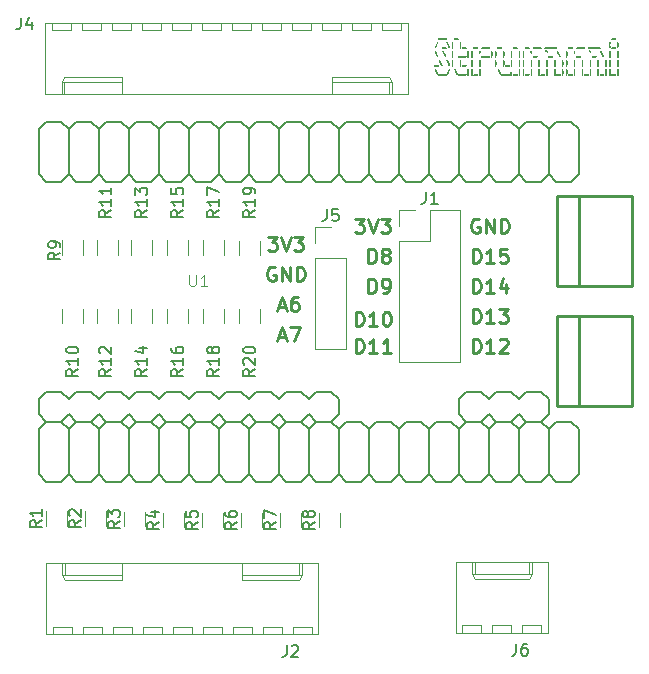
<source format=gbr>
G04 #@! TF.GenerationSoftware,KiCad,Pcbnew,(5.1.5-0)*
G04 #@! TF.CreationDate,2020-11-12T13:18:58+00:00*
G04 #@! TF.ProjectId,Strummi,53747275-6d6d-4692-9e6b-696361645f70,rev?*
G04 #@! TF.SameCoordinates,Original*
G04 #@! TF.FileFunction,Legend,Top*
G04 #@! TF.FilePolarity,Positive*
%FSLAX46Y46*%
G04 Gerber Fmt 4.6, Leading zero omitted, Abs format (unit mm)*
G04 Created by KiCad (PCBNEW (5.1.5-0)) date 2020-11-12 13:18:58*
%MOMM*%
%LPD*%
G04 APERTURE LIST*
%ADD10C,0.250000*%
%ADD11C,0.120000*%
%ADD12C,0.254000*%
%ADD13C,0.203200*%
%ADD14C,0.152400*%
%ADD15C,0.010000*%
%ADD16C,0.150000*%
%ADD17C,0.096520*%
G04 APERTURE END LIST*
D10*
X139230285Y-104752857D02*
X139973142Y-104752857D01*
X139573142Y-105210000D01*
X139744571Y-105210000D01*
X139858857Y-105267142D01*
X139916000Y-105324285D01*
X139973142Y-105438571D01*
X139973142Y-105724285D01*
X139916000Y-105838571D01*
X139858857Y-105895714D01*
X139744571Y-105952857D01*
X139401714Y-105952857D01*
X139287428Y-105895714D01*
X139230285Y-105838571D01*
X140316000Y-104752857D02*
X140716000Y-105952857D01*
X141116000Y-104752857D01*
X141401714Y-104752857D02*
X142144571Y-104752857D01*
X141744571Y-105210000D01*
X141916000Y-105210000D01*
X142030285Y-105267142D01*
X142087428Y-105324285D01*
X142144571Y-105438571D01*
X142144571Y-105724285D01*
X142087428Y-105838571D01*
X142030285Y-105895714D01*
X141916000Y-105952857D01*
X141573142Y-105952857D01*
X141458857Y-105895714D01*
X141401714Y-105838571D01*
X131864285Y-106276857D02*
X132607142Y-106276857D01*
X132207142Y-106734000D01*
X132378571Y-106734000D01*
X132492857Y-106791142D01*
X132550000Y-106848285D01*
X132607142Y-106962571D01*
X132607142Y-107248285D01*
X132550000Y-107362571D01*
X132492857Y-107419714D01*
X132378571Y-107476857D01*
X132035714Y-107476857D01*
X131921428Y-107419714D01*
X131864285Y-107362571D01*
X132950000Y-106276857D02*
X133350000Y-107476857D01*
X133750000Y-106276857D01*
X134035714Y-106276857D02*
X134778571Y-106276857D01*
X134378571Y-106734000D01*
X134550000Y-106734000D01*
X134664285Y-106791142D01*
X134721428Y-106848285D01*
X134778571Y-106962571D01*
X134778571Y-107248285D01*
X134721428Y-107362571D01*
X134664285Y-107419714D01*
X134550000Y-107476857D01*
X134207142Y-107476857D01*
X134092857Y-107419714D01*
X134035714Y-107362571D01*
X149707714Y-104810000D02*
X149593428Y-104752857D01*
X149422000Y-104752857D01*
X149250571Y-104810000D01*
X149136285Y-104924285D01*
X149079142Y-105038571D01*
X149022000Y-105267142D01*
X149022000Y-105438571D01*
X149079142Y-105667142D01*
X149136285Y-105781428D01*
X149250571Y-105895714D01*
X149422000Y-105952857D01*
X149536285Y-105952857D01*
X149707714Y-105895714D01*
X149764857Y-105838571D01*
X149764857Y-105438571D01*
X149536285Y-105438571D01*
X150279142Y-105952857D02*
X150279142Y-104752857D01*
X150964857Y-105952857D01*
X150964857Y-104752857D01*
X151536285Y-105952857D02*
X151536285Y-104752857D01*
X151822000Y-104752857D01*
X151993428Y-104810000D01*
X152107714Y-104924285D01*
X152164857Y-105038571D01*
X152222000Y-105267142D01*
X152222000Y-105438571D01*
X152164857Y-105667142D01*
X152107714Y-105781428D01*
X151993428Y-105895714D01*
X151822000Y-105952857D01*
X151536285Y-105952857D01*
X132435714Y-108874000D02*
X132321428Y-108816857D01*
X132150000Y-108816857D01*
X131978571Y-108874000D01*
X131864285Y-108988285D01*
X131807142Y-109102571D01*
X131750000Y-109331142D01*
X131750000Y-109502571D01*
X131807142Y-109731142D01*
X131864285Y-109845428D01*
X131978571Y-109959714D01*
X132150000Y-110016857D01*
X132264285Y-110016857D01*
X132435714Y-109959714D01*
X132492857Y-109902571D01*
X132492857Y-109502571D01*
X132264285Y-109502571D01*
X133007142Y-110016857D02*
X133007142Y-108816857D01*
X133692857Y-110016857D01*
X133692857Y-108816857D01*
X134264285Y-110016857D02*
X134264285Y-108816857D01*
X134550000Y-108816857D01*
X134721428Y-108874000D01*
X134835714Y-108988285D01*
X134892857Y-109102571D01*
X134950000Y-109331142D01*
X134950000Y-109502571D01*
X134892857Y-109731142D01*
X134835714Y-109845428D01*
X134721428Y-109959714D01*
X134550000Y-110016857D01*
X134264285Y-110016857D01*
X149164857Y-113572857D02*
X149164857Y-112372857D01*
X149450571Y-112372857D01*
X149622000Y-112430000D01*
X149736285Y-112544285D01*
X149793428Y-112658571D01*
X149850571Y-112887142D01*
X149850571Y-113058571D01*
X149793428Y-113287142D01*
X149736285Y-113401428D01*
X149622000Y-113515714D01*
X149450571Y-113572857D01*
X149164857Y-113572857D01*
X150993428Y-113572857D02*
X150307714Y-113572857D01*
X150650571Y-113572857D02*
X150650571Y-112372857D01*
X150536285Y-112544285D01*
X150422000Y-112658571D01*
X150307714Y-112715714D01*
X151393428Y-112372857D02*
X152136285Y-112372857D01*
X151736285Y-112830000D01*
X151907714Y-112830000D01*
X152022000Y-112887142D01*
X152079142Y-112944285D01*
X152136285Y-113058571D01*
X152136285Y-113344285D01*
X152079142Y-113458571D01*
X152022000Y-113515714D01*
X151907714Y-113572857D01*
X151564857Y-113572857D01*
X151450571Y-113515714D01*
X151393428Y-113458571D01*
X149164857Y-111032857D02*
X149164857Y-109832857D01*
X149450571Y-109832857D01*
X149622000Y-109890000D01*
X149736285Y-110004285D01*
X149793428Y-110118571D01*
X149850571Y-110347142D01*
X149850571Y-110518571D01*
X149793428Y-110747142D01*
X149736285Y-110861428D01*
X149622000Y-110975714D01*
X149450571Y-111032857D01*
X149164857Y-111032857D01*
X150993428Y-111032857D02*
X150307714Y-111032857D01*
X150650571Y-111032857D02*
X150650571Y-109832857D01*
X150536285Y-110004285D01*
X150422000Y-110118571D01*
X150307714Y-110175714D01*
X152022000Y-110232857D02*
X152022000Y-111032857D01*
X151736285Y-109775714D02*
X151450571Y-110632857D01*
X152193428Y-110632857D01*
X149164857Y-108492857D02*
X149164857Y-107292857D01*
X149450571Y-107292857D01*
X149622000Y-107350000D01*
X149736285Y-107464285D01*
X149793428Y-107578571D01*
X149850571Y-107807142D01*
X149850571Y-107978571D01*
X149793428Y-108207142D01*
X149736285Y-108321428D01*
X149622000Y-108435714D01*
X149450571Y-108492857D01*
X149164857Y-108492857D01*
X150993428Y-108492857D02*
X150307714Y-108492857D01*
X150650571Y-108492857D02*
X150650571Y-107292857D01*
X150536285Y-107464285D01*
X150422000Y-107578571D01*
X150307714Y-107635714D01*
X152079142Y-107292857D02*
X151507714Y-107292857D01*
X151450571Y-107864285D01*
X151507714Y-107807142D01*
X151622000Y-107750000D01*
X151907714Y-107750000D01*
X152022000Y-107807142D01*
X152079142Y-107864285D01*
X152136285Y-107978571D01*
X152136285Y-108264285D01*
X152079142Y-108378571D01*
X152022000Y-108435714D01*
X151907714Y-108492857D01*
X151622000Y-108492857D01*
X151507714Y-108435714D01*
X151450571Y-108378571D01*
X149164857Y-116112857D02*
X149164857Y-114912857D01*
X149450571Y-114912857D01*
X149622000Y-114970000D01*
X149736285Y-115084285D01*
X149793428Y-115198571D01*
X149850571Y-115427142D01*
X149850571Y-115598571D01*
X149793428Y-115827142D01*
X149736285Y-115941428D01*
X149622000Y-116055714D01*
X149450571Y-116112857D01*
X149164857Y-116112857D01*
X150993428Y-116112857D02*
X150307714Y-116112857D01*
X150650571Y-116112857D02*
X150650571Y-114912857D01*
X150536285Y-115084285D01*
X150422000Y-115198571D01*
X150307714Y-115255714D01*
X151450571Y-115027142D02*
X151507714Y-114970000D01*
X151622000Y-114912857D01*
X151907714Y-114912857D01*
X152022000Y-114970000D01*
X152079142Y-115027142D01*
X152136285Y-115141428D01*
X152136285Y-115255714D01*
X152079142Y-115427142D01*
X151393428Y-116112857D01*
X152136285Y-116112857D01*
X139258857Y-116112857D02*
X139258857Y-114912857D01*
X139544571Y-114912857D01*
X139716000Y-114970000D01*
X139830285Y-115084285D01*
X139887428Y-115198571D01*
X139944571Y-115427142D01*
X139944571Y-115598571D01*
X139887428Y-115827142D01*
X139830285Y-115941428D01*
X139716000Y-116055714D01*
X139544571Y-116112857D01*
X139258857Y-116112857D01*
X141087428Y-116112857D02*
X140401714Y-116112857D01*
X140744571Y-116112857D02*
X140744571Y-114912857D01*
X140630285Y-115084285D01*
X140516000Y-115198571D01*
X140401714Y-115255714D01*
X142230285Y-116112857D02*
X141544571Y-116112857D01*
X141887428Y-116112857D02*
X141887428Y-114912857D01*
X141773142Y-115084285D01*
X141658857Y-115198571D01*
X141544571Y-115255714D01*
X139258857Y-113826857D02*
X139258857Y-112626857D01*
X139544571Y-112626857D01*
X139716000Y-112684000D01*
X139830285Y-112798285D01*
X139887428Y-112912571D01*
X139944571Y-113141142D01*
X139944571Y-113312571D01*
X139887428Y-113541142D01*
X139830285Y-113655428D01*
X139716000Y-113769714D01*
X139544571Y-113826857D01*
X139258857Y-113826857D01*
X141087428Y-113826857D02*
X140401714Y-113826857D01*
X140744571Y-113826857D02*
X140744571Y-112626857D01*
X140630285Y-112798285D01*
X140516000Y-112912571D01*
X140401714Y-112969714D01*
X141830285Y-112626857D02*
X141944571Y-112626857D01*
X142058857Y-112684000D01*
X142116000Y-112741142D01*
X142173142Y-112855428D01*
X142230285Y-113084000D01*
X142230285Y-113369714D01*
X142173142Y-113598285D01*
X142116000Y-113712571D01*
X142058857Y-113769714D01*
X141944571Y-113826857D01*
X141830285Y-113826857D01*
X141716000Y-113769714D01*
X141658857Y-113712571D01*
X141601714Y-113598285D01*
X141544571Y-113369714D01*
X141544571Y-113084000D01*
X141601714Y-112855428D01*
X141658857Y-112741142D01*
X141716000Y-112684000D01*
X141830285Y-112626857D01*
X132746857Y-114754000D02*
X133318285Y-114754000D01*
X132632571Y-115096857D02*
X133032571Y-113896857D01*
X133432571Y-115096857D01*
X133718285Y-113896857D02*
X134518285Y-113896857D01*
X134004000Y-115096857D01*
X132746857Y-112214000D02*
X133318285Y-112214000D01*
X132632571Y-112556857D02*
X133032571Y-111356857D01*
X133432571Y-112556857D01*
X134346857Y-111356857D02*
X134118285Y-111356857D01*
X134004000Y-111414000D01*
X133946857Y-111471142D01*
X133832571Y-111642571D01*
X133775428Y-111871142D01*
X133775428Y-112328285D01*
X133832571Y-112442571D01*
X133889714Y-112499714D01*
X134004000Y-112556857D01*
X134232571Y-112556857D01*
X134346857Y-112499714D01*
X134404000Y-112442571D01*
X134461142Y-112328285D01*
X134461142Y-112042571D01*
X134404000Y-111928285D01*
X134346857Y-111871142D01*
X134232571Y-111814000D01*
X134004000Y-111814000D01*
X133889714Y-111871142D01*
X133832571Y-111928285D01*
X133775428Y-112042571D01*
X140338285Y-108492857D02*
X140338285Y-107292857D01*
X140624000Y-107292857D01*
X140795428Y-107350000D01*
X140909714Y-107464285D01*
X140966857Y-107578571D01*
X141024000Y-107807142D01*
X141024000Y-107978571D01*
X140966857Y-108207142D01*
X140909714Y-108321428D01*
X140795428Y-108435714D01*
X140624000Y-108492857D01*
X140338285Y-108492857D01*
X141709714Y-107807142D02*
X141595428Y-107750000D01*
X141538285Y-107692857D01*
X141481142Y-107578571D01*
X141481142Y-107521428D01*
X141538285Y-107407142D01*
X141595428Y-107350000D01*
X141709714Y-107292857D01*
X141938285Y-107292857D01*
X142052571Y-107350000D01*
X142109714Y-107407142D01*
X142166857Y-107521428D01*
X142166857Y-107578571D01*
X142109714Y-107692857D01*
X142052571Y-107750000D01*
X141938285Y-107807142D01*
X141709714Y-107807142D01*
X141595428Y-107864285D01*
X141538285Y-107921428D01*
X141481142Y-108035714D01*
X141481142Y-108264285D01*
X141538285Y-108378571D01*
X141595428Y-108435714D01*
X141709714Y-108492857D01*
X141938285Y-108492857D01*
X142052571Y-108435714D01*
X142109714Y-108378571D01*
X142166857Y-108264285D01*
X142166857Y-108035714D01*
X142109714Y-107921428D01*
X142052571Y-107864285D01*
X141938285Y-107807142D01*
X140338285Y-111032857D02*
X140338285Y-109832857D01*
X140624000Y-109832857D01*
X140795428Y-109890000D01*
X140909714Y-110004285D01*
X140966857Y-110118571D01*
X141024000Y-110347142D01*
X141024000Y-110518571D01*
X140966857Y-110747142D01*
X140909714Y-110861428D01*
X140795428Y-110975714D01*
X140624000Y-111032857D01*
X140338285Y-111032857D01*
X141595428Y-111032857D02*
X141824000Y-111032857D01*
X141938285Y-110975714D01*
X141995428Y-110918571D01*
X142109714Y-110747142D01*
X142166857Y-110518571D01*
X142166857Y-110061428D01*
X142109714Y-109947142D01*
X142052571Y-109890000D01*
X141938285Y-109832857D01*
X141709714Y-109832857D01*
X141595428Y-109890000D01*
X141538285Y-109947142D01*
X141481142Y-110061428D01*
X141481142Y-110347142D01*
X141538285Y-110461428D01*
X141595428Y-110518571D01*
X141709714Y-110575714D01*
X141938285Y-110575714D01*
X142052571Y-110518571D01*
X142109714Y-110461428D01*
X142166857Y-110347142D01*
D11*
X113627000Y-139306000D02*
X113627000Y-139926000D01*
X115227000Y-139306000D02*
X113627000Y-139306000D01*
X115227000Y-139926000D02*
X115227000Y-139306000D01*
X116167000Y-139306000D02*
X116167000Y-139926000D01*
X117767000Y-139306000D02*
X116167000Y-139306000D01*
X117767000Y-139926000D02*
X117767000Y-139306000D01*
X118707000Y-139306000D02*
X118707000Y-139926000D01*
X120307000Y-139306000D02*
X118707000Y-139306000D01*
X120307000Y-139926000D02*
X120307000Y-139306000D01*
X121247000Y-139306000D02*
X121247000Y-139926000D01*
X122847000Y-139306000D02*
X121247000Y-139306000D01*
X122847000Y-139926000D02*
X122847000Y-139306000D01*
X123787000Y-139306000D02*
X123787000Y-139926000D01*
X125387000Y-139306000D02*
X123787000Y-139306000D01*
X125387000Y-139926000D02*
X125387000Y-139306000D01*
X126327000Y-139306000D02*
X126327000Y-139926000D01*
X127927000Y-139306000D02*
X126327000Y-139306000D01*
X127927000Y-139926000D02*
X127927000Y-139306000D01*
X128867000Y-139306000D02*
X128867000Y-139926000D01*
X130467000Y-139306000D02*
X128867000Y-139306000D01*
X130467000Y-139926000D02*
X130467000Y-139306000D01*
X131407000Y-139306000D02*
X131407000Y-139926000D01*
X133007000Y-139306000D02*
X131407000Y-139306000D01*
X133007000Y-139926000D02*
X133007000Y-139306000D01*
X133947000Y-139306000D02*
X133947000Y-139926000D01*
X135547000Y-139306000D02*
X133947000Y-139306000D01*
X135547000Y-139926000D02*
X135547000Y-139306000D01*
X114677000Y-133926000D02*
X114677000Y-134926000D01*
X119507000Y-135356000D02*
X119507000Y-134926000D01*
X114677000Y-135356000D02*
X119507000Y-135356000D01*
X114427000Y-134926000D02*
X114677000Y-135356000D01*
X119507000Y-134926000D02*
X119507000Y-133926000D01*
X114427000Y-134926000D02*
X119507000Y-134926000D01*
X114427000Y-133926000D02*
X114427000Y-134926000D01*
X134497000Y-133926000D02*
X134497000Y-134926000D01*
X129667000Y-135356000D02*
X129667000Y-134926000D01*
X134497000Y-135356000D02*
X129667000Y-135356000D01*
X134747000Y-134926000D02*
X134497000Y-135356000D01*
X129667000Y-134926000D02*
X129667000Y-133926000D01*
X134747000Y-134926000D02*
X129667000Y-134926000D01*
X134747000Y-133926000D02*
X134747000Y-134926000D01*
X113057000Y-139926000D02*
X136117000Y-139926000D01*
X113057000Y-133926000D02*
X113057000Y-139926000D01*
X136117000Y-133926000D02*
X113057000Y-133926000D01*
X136117000Y-139926000D02*
X136117000Y-133926000D01*
X143103500Y-88786000D02*
X143103500Y-88166000D01*
X141503500Y-88786000D02*
X143103500Y-88786000D01*
X141503500Y-88166000D02*
X141503500Y-88786000D01*
X140563500Y-88786000D02*
X140563500Y-88166000D01*
X138963500Y-88786000D02*
X140563500Y-88786000D01*
X138963500Y-88166000D02*
X138963500Y-88786000D01*
X138023500Y-88786000D02*
X138023500Y-88166000D01*
X136423500Y-88786000D02*
X138023500Y-88786000D01*
X136423500Y-88166000D02*
X136423500Y-88786000D01*
X135483500Y-88786000D02*
X135483500Y-88166000D01*
X133883500Y-88786000D02*
X135483500Y-88786000D01*
X133883500Y-88166000D02*
X133883500Y-88786000D01*
X132943500Y-88786000D02*
X132943500Y-88166000D01*
X131343500Y-88786000D02*
X132943500Y-88786000D01*
X131343500Y-88166000D02*
X131343500Y-88786000D01*
X130403500Y-88786000D02*
X130403500Y-88166000D01*
X128803500Y-88786000D02*
X130403500Y-88786000D01*
X128803500Y-88166000D02*
X128803500Y-88786000D01*
X127863500Y-88786000D02*
X127863500Y-88166000D01*
X126263500Y-88786000D02*
X127863500Y-88786000D01*
X126263500Y-88166000D02*
X126263500Y-88786000D01*
X125323500Y-88786000D02*
X125323500Y-88166000D01*
X123723500Y-88786000D02*
X125323500Y-88786000D01*
X123723500Y-88166000D02*
X123723500Y-88786000D01*
X122783500Y-88786000D02*
X122783500Y-88166000D01*
X121183500Y-88786000D02*
X122783500Y-88786000D01*
X121183500Y-88166000D02*
X121183500Y-88786000D01*
X120243500Y-88786000D02*
X120243500Y-88166000D01*
X118643500Y-88786000D02*
X120243500Y-88786000D01*
X118643500Y-88166000D02*
X118643500Y-88786000D01*
X117703500Y-88786000D02*
X117703500Y-88166000D01*
X116103500Y-88786000D02*
X117703500Y-88786000D01*
X116103500Y-88166000D02*
X116103500Y-88786000D01*
X115163500Y-88786000D02*
X115163500Y-88166000D01*
X113563500Y-88786000D02*
X115163500Y-88786000D01*
X113563500Y-88166000D02*
X113563500Y-88786000D01*
X142053500Y-94166000D02*
X142053500Y-93166000D01*
X137223500Y-92736000D02*
X137223500Y-93166000D01*
X142053500Y-92736000D02*
X137223500Y-92736000D01*
X142303500Y-93166000D02*
X142053500Y-92736000D01*
X137223500Y-93166000D02*
X137223500Y-94166000D01*
X142303500Y-93166000D02*
X137223500Y-93166000D01*
X142303500Y-94166000D02*
X142303500Y-93166000D01*
X114613500Y-94166000D02*
X114613500Y-93166000D01*
X119443500Y-92736000D02*
X119443500Y-93166000D01*
X114613500Y-92736000D02*
X119443500Y-92736000D01*
X114363500Y-93166000D02*
X114613500Y-92736000D01*
X119443500Y-93166000D02*
X119443500Y-94166000D01*
X114363500Y-93166000D02*
X119443500Y-93166000D01*
X114363500Y-94166000D02*
X114363500Y-93166000D01*
X143673500Y-88166000D02*
X112993500Y-88166000D01*
X143673500Y-94166000D02*
X143673500Y-88166000D01*
X112993500Y-94166000D02*
X143673500Y-94166000D01*
X112993500Y-88166000D02*
X112993500Y-94166000D01*
X113039000Y-130728000D02*
X113039000Y-129528000D01*
X114799000Y-129528000D02*
X114799000Y-130728000D01*
X118101000Y-129528000D02*
X118101000Y-130728000D01*
X116341000Y-130728000D02*
X116341000Y-129528000D01*
X119643000Y-130775000D02*
X119643000Y-129575000D01*
X121403000Y-129575000D02*
X121403000Y-130775000D01*
X124705000Y-129655000D02*
X124705000Y-130855000D01*
X122945000Y-130855000D02*
X122945000Y-129655000D01*
X126247000Y-130855000D02*
X126247000Y-129655000D01*
X128007000Y-129655000D02*
X128007000Y-130855000D01*
X131309000Y-129655000D02*
X131309000Y-130855000D01*
X129549000Y-130855000D02*
X129549000Y-129655000D01*
X132851000Y-130855000D02*
X132851000Y-129655000D01*
X134611000Y-129655000D02*
X134611000Y-130855000D01*
X137913000Y-129655000D02*
X137913000Y-130855000D01*
X136153000Y-130855000D02*
X136153000Y-129655000D01*
X116196000Y-106588000D02*
X116196000Y-107788000D01*
X114436000Y-107788000D02*
X114436000Y-106588000D01*
X114436000Y-113583000D02*
X114436000Y-112383000D01*
X116196000Y-112383000D02*
X116196000Y-113583000D01*
X117357000Y-107788000D02*
X117357000Y-106588000D01*
X119117000Y-106588000D02*
X119117000Y-107788000D01*
X117357000Y-113583000D02*
X117357000Y-112383000D01*
X119117000Y-112383000D02*
X119117000Y-113583000D01*
X122038000Y-106588000D02*
X122038000Y-107788000D01*
X120278000Y-107788000D02*
X120278000Y-106588000D01*
X122038000Y-112383000D02*
X122038000Y-113583000D01*
X120278000Y-113583000D02*
X120278000Y-112383000D01*
X123326000Y-107788000D02*
X123326000Y-106588000D01*
X125086000Y-106588000D02*
X125086000Y-107788000D01*
X123326000Y-113583000D02*
X123326000Y-112383000D01*
X125086000Y-112383000D02*
X125086000Y-113583000D01*
X128134000Y-106588000D02*
X128134000Y-107788000D01*
X126374000Y-107788000D02*
X126374000Y-106588000D01*
X128134000Y-112383000D02*
X128134000Y-113583000D01*
X126374000Y-113583000D02*
X126374000Y-112383000D01*
X129422000Y-107835000D02*
X129422000Y-106635000D01*
X131182000Y-106635000D02*
X131182000Y-107835000D01*
X129422000Y-113583000D02*
X129422000Y-112383000D01*
X131182000Y-112383000D02*
X131182000Y-113583000D01*
D12*
X158217543Y-110475235D02*
X158217543Y-102855235D01*
X158217543Y-110475235D02*
X156312543Y-110475235D01*
X162662543Y-110475235D02*
X158217543Y-110475235D01*
X162662543Y-102855235D02*
X162662543Y-110475235D01*
X158217543Y-102855235D02*
X162662543Y-102855235D01*
X156312543Y-102855235D02*
X158217543Y-102855235D01*
X156312543Y-110475235D02*
X156312543Y-102855235D01*
X158216093Y-120636686D02*
X158216093Y-113016686D01*
X158216093Y-120636686D02*
X156311093Y-120636686D01*
X162661093Y-120636686D02*
X158216093Y-120636686D01*
X162661093Y-113016686D02*
X162661093Y-120636686D01*
X158216093Y-113016686D02*
X162661093Y-113016686D01*
X156311093Y-113016686D02*
X158216093Y-113016686D01*
X156311093Y-120636686D02*
X156311093Y-113016686D01*
D13*
X155613101Y-120015000D02*
X155613101Y-121285000D01*
X149898101Y-121920000D02*
X148628101Y-121920000D01*
X147993101Y-121285000D02*
X148628101Y-121920000D01*
X148628101Y-119380000D02*
X147993101Y-120015000D01*
X147993101Y-120015000D02*
X147993101Y-121285000D01*
X151168101Y-121920000D02*
X150533101Y-121285000D01*
X152438101Y-121920000D02*
X151168101Y-121920000D01*
X153073101Y-121285000D02*
X152438101Y-121920000D01*
X152438101Y-119380000D02*
X153073101Y-120015000D01*
X151168101Y-119380000D02*
X152438101Y-119380000D01*
X150533101Y-120015000D02*
X151168101Y-119380000D01*
X150533101Y-121285000D02*
X149898101Y-121920000D01*
X149898101Y-119380000D02*
X150533101Y-120015000D01*
X148628101Y-119380000D02*
X149898101Y-119380000D01*
X153708101Y-121920000D02*
X153073101Y-121285000D01*
X154978101Y-121920000D02*
X153708101Y-121920000D01*
X155613101Y-121285000D02*
X154978101Y-121920000D01*
X154978101Y-119380000D02*
X155613101Y-120015000D01*
X153708101Y-119380000D02*
X154978101Y-119380000D01*
X153073101Y-120015000D02*
X153708101Y-119380000D01*
D14*
X113068101Y-127000000D02*
X114338101Y-127000000D01*
X120053101Y-126365000D02*
X120688101Y-127000000D01*
X119418101Y-127000000D02*
X120053101Y-126365000D01*
X118148101Y-127000000D02*
X119418101Y-127000000D01*
X118148101Y-121920000D02*
X119418101Y-121920000D01*
X117513101Y-122555000D02*
X118148101Y-121920000D01*
X116878101Y-121920000D02*
X117513101Y-122555000D01*
X115608101Y-121920000D02*
X116878101Y-121920000D01*
X114973101Y-122555000D02*
X115608101Y-121920000D01*
X114338101Y-121920000D02*
X114973101Y-122555000D01*
X113068101Y-121920000D02*
X114338101Y-121920000D01*
X112433101Y-122555000D02*
X113068101Y-121920000D01*
X112433101Y-126365000D02*
X112433101Y-122555000D01*
X127038101Y-127000000D02*
X127673101Y-126365000D01*
X125768101Y-127000000D02*
X127038101Y-127000000D01*
X125133101Y-126365000D02*
X125768101Y-127000000D01*
X124498101Y-127000000D02*
X125133101Y-126365000D01*
X123228101Y-127000000D02*
X124498101Y-127000000D01*
X122593101Y-126365000D02*
X123228101Y-127000000D01*
X121958101Y-127000000D02*
X122593101Y-126365000D01*
X120688101Y-127000000D02*
X121958101Y-127000000D01*
X148628101Y-127000000D02*
X147993101Y-126365000D01*
X148628101Y-127000000D02*
X149898101Y-127000000D01*
X150533101Y-126365000D02*
X149898101Y-127000000D01*
X151168101Y-127000000D02*
X150533101Y-126365000D01*
X151168101Y-127000000D02*
X152438101Y-127000000D01*
X153073101Y-126365000D02*
X152438101Y-127000000D01*
X153073101Y-126365000D02*
X153708101Y-127000000D01*
X154978101Y-127000000D02*
X153708101Y-127000000D01*
X155613101Y-126365000D02*
X154978101Y-127000000D01*
X155613101Y-126365000D02*
X156248101Y-127000000D01*
X157518101Y-127000000D02*
X156248101Y-127000000D01*
X152438101Y-121920000D02*
X151168101Y-121920000D01*
X150533101Y-122555000D02*
X151168101Y-121920000D01*
X149898101Y-121920000D02*
X150533101Y-122555000D01*
X149898101Y-121920000D02*
X148628101Y-121920000D01*
X147993101Y-122555000D02*
X148628101Y-121920000D01*
X147358101Y-121920000D02*
X147993101Y-122555000D01*
X147358101Y-121920000D02*
X146088101Y-121920000D01*
X145453101Y-122555000D02*
X146088101Y-121920000D01*
X144818101Y-121920000D02*
X145453101Y-122555000D01*
X144818101Y-121920000D02*
X143548101Y-121920000D01*
X142913101Y-122555000D02*
X143548101Y-121920000D01*
X142913101Y-122555000D02*
X142278101Y-121920000D01*
X141008101Y-121920000D02*
X142278101Y-121920000D01*
X140373101Y-122555000D02*
X141008101Y-121920000D01*
X139738101Y-121920000D02*
X140373101Y-122555000D01*
X138468101Y-121920000D02*
X139738101Y-121920000D01*
X137833101Y-122555000D02*
X138468101Y-121920000D01*
X137198101Y-121920000D02*
X137833101Y-122555000D01*
X135928101Y-121920000D02*
X137198101Y-121920000D01*
X135293101Y-122555000D02*
X135928101Y-121920000D01*
X134658101Y-121920000D02*
X135293101Y-122555000D01*
X133388101Y-121920000D02*
X134658101Y-121920000D01*
X132753101Y-122555000D02*
X133388101Y-121920000D01*
X132118101Y-121920000D02*
X132753101Y-122555000D01*
X130848101Y-121920000D02*
X132118101Y-121920000D01*
X130213101Y-122555000D02*
X130848101Y-121920000D01*
X155613101Y-122555000D02*
X156248101Y-121920000D01*
X154978101Y-121920000D02*
X155613101Y-122555000D01*
X154978101Y-121920000D02*
X153708101Y-121920000D01*
X153073101Y-122555000D02*
X153708101Y-121920000D01*
X152438101Y-121920000D02*
X153073101Y-122555000D01*
X114973101Y-122555000D02*
X114973101Y-126365000D01*
X127673101Y-126365000D02*
X128308101Y-127000000D01*
X129578101Y-127000000D02*
X128308101Y-127000000D01*
X140373101Y-122555000D02*
X140373101Y-126365000D01*
X137833101Y-122555000D02*
X137833101Y-126365000D01*
X135293101Y-122555000D02*
X135293101Y-126365000D01*
X132753101Y-122555000D02*
X132753101Y-126365000D01*
X130213101Y-122555000D02*
X130213101Y-126365000D01*
X127673101Y-122555000D02*
X127673101Y-126365000D01*
X114338101Y-127000000D02*
X114973101Y-126365000D01*
X115608101Y-127000000D02*
X116878101Y-127000000D01*
X158153101Y-122555000D02*
X158153101Y-126365000D01*
X155613101Y-122555000D02*
X155613101Y-126365000D01*
X153073101Y-122555000D02*
X153073101Y-126365000D01*
X140373101Y-126365000D02*
X139738101Y-127000000D01*
X140373101Y-126365000D02*
X141008101Y-127000000D01*
X142278101Y-127000000D02*
X141008101Y-127000000D01*
X127038101Y-121920000D02*
X127673101Y-122555000D01*
X125768101Y-121920000D02*
X127038101Y-121920000D01*
X125133101Y-122555000D02*
X125768101Y-121920000D01*
X124498101Y-121920000D02*
X125133101Y-122555000D01*
X123228101Y-121920000D02*
X124498101Y-121920000D01*
X122593101Y-122555000D02*
X123228101Y-121920000D01*
X121958101Y-121920000D02*
X122593101Y-122555000D01*
X150533101Y-122555000D02*
X150533101Y-126365000D01*
X147993101Y-122555000D02*
X147993101Y-126365000D01*
X145453101Y-122555000D02*
X145453101Y-126365000D01*
X142913101Y-122555000D02*
X142913101Y-126365000D01*
X112433101Y-126365000D02*
X113068101Y-127000000D01*
X114973101Y-126365000D02*
X115608101Y-127000000D01*
X130213101Y-126365000D02*
X129578101Y-127000000D01*
X130213101Y-126365000D02*
X130848101Y-127000000D01*
X132118101Y-127000000D02*
X130848101Y-127000000D01*
X116878101Y-127000000D02*
X117513101Y-126365000D01*
X125133101Y-122555000D02*
X125133101Y-126365000D01*
X122593101Y-122555000D02*
X122593101Y-126365000D01*
X120053101Y-122555000D02*
X120053101Y-126365000D01*
X117513101Y-122555000D02*
X117513101Y-126365000D01*
X120688101Y-121920000D02*
X121958101Y-121920000D01*
X120053101Y-122555000D02*
X120688101Y-121920000D01*
X119418101Y-121920000D02*
X120053101Y-122555000D01*
X132753101Y-126365000D02*
X132118101Y-127000000D01*
X132753101Y-126365000D02*
X133388101Y-127000000D01*
X134658101Y-127000000D02*
X133388101Y-127000000D01*
X135293101Y-126365000D02*
X134658101Y-127000000D01*
X135293101Y-126365000D02*
X135928101Y-127000000D01*
X137198101Y-127000000D02*
X135928101Y-127000000D01*
X137833101Y-126365000D02*
X137198101Y-127000000D01*
X137833101Y-126365000D02*
X138468101Y-127000000D01*
X139738101Y-127000000D02*
X138468101Y-127000000D01*
X142913101Y-126365000D02*
X142278101Y-127000000D01*
X142913101Y-126365000D02*
X143548101Y-127000000D01*
X144818101Y-127000000D02*
X143548101Y-127000000D01*
X145453101Y-126365000D02*
X144818101Y-127000000D01*
X145453101Y-126365000D02*
X146088101Y-127000000D01*
X147358101Y-127000000D02*
X146088101Y-127000000D01*
X147993101Y-126365000D02*
X147358101Y-127000000D01*
X117513101Y-126365000D02*
X118148101Y-127000000D01*
X158153101Y-126365000D02*
X157518101Y-127000000D01*
X157518101Y-121920000D02*
X158153101Y-122555000D01*
X157518101Y-121920000D02*
X156248101Y-121920000D01*
X129578101Y-121920000D02*
X130213101Y-122555000D01*
X128308101Y-121920000D02*
X129578101Y-121920000D01*
X127673101Y-122555000D02*
X128308101Y-121920000D01*
D13*
X137198101Y-121920000D02*
X135928101Y-121920000D01*
X135293101Y-121285000D02*
X135928101Y-121920000D01*
X135928101Y-119380000D02*
X135293101Y-120015000D01*
X137833101Y-121285000D02*
X137198101Y-121920000D01*
X137833101Y-120015000D02*
X137833101Y-121285000D01*
X137198101Y-119380000D02*
X137833101Y-120015000D01*
X135928101Y-119380000D02*
X137198101Y-119380000D01*
X134658101Y-121920000D02*
X133388101Y-121920000D01*
X132753101Y-121285000D02*
X133388101Y-121920000D01*
X133388101Y-119380000D02*
X132753101Y-120015000D01*
X135293101Y-121285000D02*
X134658101Y-121920000D01*
X134658101Y-119380000D02*
X135293101Y-120015000D01*
X133388101Y-119380000D02*
X134658101Y-119380000D01*
X132118101Y-121920000D02*
X130848101Y-121920000D01*
X130213101Y-121285000D02*
X130848101Y-121920000D01*
X130848101Y-119380000D02*
X130213101Y-120015000D01*
X132753101Y-121285000D02*
X132118101Y-121920000D01*
X132118101Y-119380000D02*
X132753101Y-120015000D01*
X130848101Y-119380000D02*
X132118101Y-119380000D01*
X114338101Y-121920000D02*
X113068101Y-121920000D01*
X112433101Y-121285000D02*
X113068101Y-121920000D01*
X113068101Y-119380000D02*
X112433101Y-120015000D01*
X112433101Y-120015000D02*
X112433101Y-121285000D01*
X115608101Y-121920000D02*
X114973101Y-121285000D01*
X116878101Y-121920000D02*
X115608101Y-121920000D01*
X117513101Y-121285000D02*
X116878101Y-121920000D01*
X116878101Y-119380000D02*
X117513101Y-120015000D01*
X115608101Y-119380000D02*
X116878101Y-119380000D01*
X114973101Y-120015000D02*
X115608101Y-119380000D01*
X114973101Y-121285000D02*
X114338101Y-121920000D01*
X114338101Y-119380000D02*
X114973101Y-120015000D01*
X113068101Y-119380000D02*
X114338101Y-119380000D01*
X121958101Y-121920000D02*
X120688101Y-121920000D01*
X120053101Y-121285000D02*
X120688101Y-121920000D01*
X120688101Y-119380000D02*
X120053101Y-120015000D01*
X118148101Y-121920000D02*
X117513101Y-121285000D01*
X119418101Y-121920000D02*
X118148101Y-121920000D01*
X120053101Y-121285000D02*
X119418101Y-121920000D01*
X119418101Y-119380000D02*
X120053101Y-120015000D01*
X118148101Y-119380000D02*
X119418101Y-119380000D01*
X117513101Y-120015000D02*
X118148101Y-119380000D01*
X123228101Y-121920000D02*
X122593101Y-121285000D01*
X124498101Y-121920000D02*
X123228101Y-121920000D01*
X125133101Y-121285000D02*
X124498101Y-121920000D01*
X124498101Y-119380000D02*
X125133101Y-120015000D01*
X123228101Y-119380000D02*
X124498101Y-119380000D01*
X122593101Y-120015000D02*
X123228101Y-119380000D01*
X122593101Y-121285000D02*
X121958101Y-121920000D01*
X121958101Y-119380000D02*
X122593101Y-120015000D01*
X120688101Y-119380000D02*
X121958101Y-119380000D01*
X129578101Y-121920000D02*
X128308101Y-121920000D01*
X127673101Y-121285000D02*
X128308101Y-121920000D01*
X128308101Y-119380000D02*
X127673101Y-120015000D01*
X125768101Y-121920000D02*
X125133101Y-121285000D01*
X127038101Y-121920000D02*
X125768101Y-121920000D01*
X127673101Y-121285000D02*
X127038101Y-121920000D01*
X127038101Y-119380000D02*
X127673101Y-120015000D01*
X125768101Y-119380000D02*
X127038101Y-119380000D01*
X125133101Y-120015000D02*
X125768101Y-119380000D01*
X130213101Y-121285000D02*
X129578101Y-121920000D01*
X129578101Y-119380000D02*
X130213101Y-120015000D01*
X128308101Y-119380000D02*
X129578101Y-119380000D01*
D14*
X158153101Y-97155000D02*
X158153101Y-100965000D01*
X155613101Y-97155000D02*
X155613101Y-100965000D01*
X153073101Y-97155000D02*
X153073101Y-100965000D01*
X150533101Y-97155000D02*
X150533101Y-100965000D01*
X147993101Y-97155000D02*
X147993101Y-100965000D01*
X145453101Y-97155000D02*
X145453101Y-100965000D01*
X142913101Y-97155000D02*
X142913101Y-100965000D01*
X140373101Y-97155000D02*
X140373101Y-100965000D01*
X137833101Y-97155000D02*
X137833101Y-100965000D01*
X135293101Y-97155000D02*
X135293101Y-100965000D01*
X132753101Y-97155000D02*
X132753101Y-100965000D01*
X130213101Y-97155000D02*
X130213101Y-100965000D01*
X127673101Y-97155000D02*
X127673101Y-100965000D01*
X125133101Y-97155000D02*
X125133101Y-100965000D01*
X122593101Y-97155000D02*
X122593101Y-100965000D01*
X120053101Y-97155000D02*
X120053101Y-100965000D01*
X117513101Y-97155000D02*
X117513101Y-100965000D01*
X114973101Y-97155000D02*
X114973101Y-100965000D01*
X127673101Y-100965000D02*
X128308101Y-101600000D01*
X129578101Y-101600000D02*
X128308101Y-101600000D01*
X130213101Y-100965000D02*
X129578101Y-101600000D01*
X130213101Y-100965000D02*
X130848101Y-101600000D01*
X132118101Y-101600000D02*
X130848101Y-101600000D01*
X132753101Y-100965000D02*
X132118101Y-101600000D01*
X132753101Y-100965000D02*
X133388101Y-101600000D01*
X134658101Y-101600000D02*
X133388101Y-101600000D01*
X135293101Y-100965000D02*
X134658101Y-101600000D01*
X135293101Y-100965000D02*
X135928101Y-101600000D01*
X137198101Y-101600000D02*
X135928101Y-101600000D01*
X137833101Y-100965000D02*
X137198101Y-101600000D01*
X137833101Y-100965000D02*
X138468101Y-101600000D01*
X139738101Y-101600000D02*
X138468101Y-101600000D01*
X140373101Y-100965000D02*
X139738101Y-101600000D01*
X140373101Y-100965000D02*
X141008101Y-101600000D01*
X142278101Y-101600000D02*
X141008101Y-101600000D01*
X142913101Y-100965000D02*
X142278101Y-101600000D01*
X142913101Y-100965000D02*
X143548101Y-101600000D01*
X144818101Y-101600000D02*
X143548101Y-101600000D01*
X145453101Y-100965000D02*
X144818101Y-101600000D01*
X145453101Y-100965000D02*
X146088101Y-101600000D01*
X147358101Y-101600000D02*
X146088101Y-101600000D01*
X147993101Y-100965000D02*
X147358101Y-101600000D01*
X148628101Y-101600000D02*
X147993101Y-100965000D01*
X148628101Y-101600000D02*
X149898101Y-101600000D01*
X150533101Y-100965000D02*
X149898101Y-101600000D01*
X151168101Y-101600000D02*
X150533101Y-100965000D01*
X151168101Y-101600000D02*
X152438101Y-101600000D01*
X153073101Y-100965000D02*
X152438101Y-101600000D01*
X153073101Y-100965000D02*
X153708101Y-101600000D01*
X154978101Y-101600000D02*
X153708101Y-101600000D01*
X155613101Y-100965000D02*
X154978101Y-101600000D01*
X155613101Y-100965000D02*
X156248101Y-101600000D01*
X157518101Y-101600000D02*
X156248101Y-101600000D01*
X158153101Y-100965000D02*
X157518101Y-101600000D01*
X157518101Y-96520000D02*
X158153101Y-97155000D01*
X157518101Y-96520000D02*
X156248101Y-96520000D01*
X155613101Y-97155000D02*
X156248101Y-96520000D01*
X154978101Y-96520000D02*
X155613101Y-97155000D01*
X154978101Y-96520000D02*
X153708101Y-96520000D01*
X153073101Y-97155000D02*
X153708101Y-96520000D01*
X152438101Y-96520000D02*
X153073101Y-97155000D01*
X152438101Y-96520000D02*
X151168101Y-96520000D01*
X150533101Y-97155000D02*
X151168101Y-96520000D01*
X149898101Y-96520000D02*
X150533101Y-97155000D01*
X149898101Y-96520000D02*
X148628101Y-96520000D01*
X147993101Y-97155000D02*
X148628101Y-96520000D01*
X147358101Y-96520000D02*
X147993101Y-97155000D01*
X147358101Y-96520000D02*
X146088101Y-96520000D01*
X145453101Y-97155000D02*
X146088101Y-96520000D01*
X144818101Y-96520000D02*
X145453101Y-97155000D01*
X144818101Y-96520000D02*
X143548101Y-96520000D01*
X142913101Y-97155000D02*
X143548101Y-96520000D01*
X142913101Y-97155000D02*
X142278101Y-96520000D01*
X141008101Y-96520000D02*
X142278101Y-96520000D01*
X140373101Y-97155000D02*
X141008101Y-96520000D01*
X139738101Y-96520000D02*
X140373101Y-97155000D01*
X138468101Y-96520000D02*
X139738101Y-96520000D01*
X137833101Y-97155000D02*
X138468101Y-96520000D01*
X137198101Y-96520000D02*
X137833101Y-97155000D01*
X135928101Y-96520000D02*
X137198101Y-96520000D01*
X135293101Y-97155000D02*
X135928101Y-96520000D01*
X134658101Y-96520000D02*
X135293101Y-97155000D01*
X133388101Y-96520000D02*
X134658101Y-96520000D01*
X132753101Y-97155000D02*
X133388101Y-96520000D01*
X132118101Y-96520000D02*
X132753101Y-97155000D01*
X130848101Y-96520000D02*
X132118101Y-96520000D01*
X130213101Y-97155000D02*
X130848101Y-96520000D01*
X129578101Y-96520000D02*
X130213101Y-97155000D01*
X128308101Y-96520000D02*
X129578101Y-96520000D01*
X127673101Y-97155000D02*
X128308101Y-96520000D01*
X127038101Y-96520000D02*
X127673101Y-97155000D01*
X125768101Y-96520000D02*
X127038101Y-96520000D01*
X125133101Y-97155000D02*
X125768101Y-96520000D01*
X124498101Y-96520000D02*
X125133101Y-97155000D01*
X123228101Y-96520000D02*
X124498101Y-96520000D01*
X122593101Y-97155000D02*
X123228101Y-96520000D01*
X121958101Y-96520000D02*
X122593101Y-97155000D01*
X120688101Y-96520000D02*
X121958101Y-96520000D01*
X120053101Y-97155000D02*
X120688101Y-96520000D01*
X119418101Y-96520000D02*
X120053101Y-97155000D01*
X118148101Y-96520000D02*
X119418101Y-96520000D01*
X117513101Y-97155000D02*
X118148101Y-96520000D01*
X116878101Y-96520000D02*
X117513101Y-97155000D01*
X115608101Y-96520000D02*
X116878101Y-96520000D01*
X114973101Y-97155000D02*
X115608101Y-96520000D01*
X114338101Y-96520000D02*
X114973101Y-97155000D01*
X113068101Y-96520000D02*
X114338101Y-96520000D01*
X112433101Y-97155000D02*
X113068101Y-96520000D01*
X112433101Y-100965000D02*
X112433101Y-97155000D01*
X127038101Y-101600000D02*
X127673101Y-100965000D01*
X125768101Y-101600000D02*
X127038101Y-101600000D01*
X125133101Y-100965000D02*
X125768101Y-101600000D01*
X124498101Y-101600000D02*
X125133101Y-100965000D01*
X123228101Y-101600000D02*
X124498101Y-101600000D01*
X122593101Y-100965000D02*
X123228101Y-101600000D01*
X121958101Y-101600000D02*
X122593101Y-100965000D01*
X120688101Y-101600000D02*
X121958101Y-101600000D01*
X120053101Y-100965000D02*
X120688101Y-101600000D01*
X119418101Y-101600000D02*
X120053101Y-100965000D01*
X118148101Y-101600000D02*
X119418101Y-101600000D01*
X117513101Y-100965000D02*
X118148101Y-101600000D01*
X116878101Y-101600000D02*
X117513101Y-100965000D01*
X115608101Y-101600000D02*
X116878101Y-101600000D01*
X114973101Y-100965000D02*
X115608101Y-101600000D01*
X114338101Y-101600000D02*
X114973101Y-100965000D01*
X113068101Y-101600000D02*
X114338101Y-101600000D01*
X112433101Y-100965000D02*
X113068101Y-101600000D01*
D11*
X142942000Y-104016500D02*
X144272000Y-104016500D01*
X142942000Y-105346500D02*
X142942000Y-104016500D01*
X145542000Y-104016500D02*
X148142000Y-104016500D01*
X145542000Y-106616500D02*
X145542000Y-104016500D01*
X142942000Y-106616500D02*
X145542000Y-106616500D01*
X148142000Y-104016500D02*
X148142000Y-116836500D01*
X142942000Y-106616500D02*
X142942000Y-116836500D01*
X142942000Y-116836500D02*
X148142000Y-116836500D01*
X135830000Y-105477000D02*
X137160000Y-105477000D01*
X135830000Y-106807000D02*
X135830000Y-105477000D01*
X135830000Y-108077000D02*
X138490000Y-108077000D01*
X138490000Y-108077000D02*
X138490000Y-115757000D01*
X135830000Y-108077000D02*
X135830000Y-115757000D01*
X135830000Y-115757000D02*
X138490000Y-115757000D01*
X148298000Y-139179000D02*
X148298000Y-139799000D01*
X149898000Y-139179000D02*
X148298000Y-139179000D01*
X149898000Y-139799000D02*
X149898000Y-139179000D01*
X150838000Y-139179000D02*
X150838000Y-139799000D01*
X152438000Y-139179000D02*
X150838000Y-139179000D01*
X152438000Y-139799000D02*
X152438000Y-139179000D01*
X153378000Y-139179000D02*
X153378000Y-139799000D01*
X154978000Y-139179000D02*
X153378000Y-139179000D01*
X154978000Y-139799000D02*
X154978000Y-139179000D01*
X149348000Y-133799000D02*
X149348000Y-134799000D01*
X153928000Y-133799000D02*
X153928000Y-134799000D01*
X149348000Y-135229000D02*
X149098000Y-134799000D01*
X153928000Y-135229000D02*
X149348000Y-135229000D01*
X154178000Y-134799000D02*
X153928000Y-135229000D01*
X149098000Y-134799000D02*
X149098000Y-133799000D01*
X154178000Y-134799000D02*
X149098000Y-134799000D01*
X154178000Y-133799000D02*
X154178000Y-134799000D01*
X147728000Y-139799000D02*
X155548000Y-139799000D01*
X147728000Y-133799000D02*
X147728000Y-139799000D01*
X155548000Y-133799000D02*
X147728000Y-133799000D01*
X155548000Y-139799000D02*
X155548000Y-133799000D01*
D15*
G36*
X161165216Y-89472995D02*
G01*
X161217358Y-89478421D01*
X161242276Y-89489187D01*
X161247666Y-89503250D01*
X161239690Y-89519540D01*
X161210752Y-89529317D01*
X161153335Y-89533989D01*
X161078333Y-89535000D01*
X160991449Y-89533504D01*
X160939307Y-89528078D01*
X160914390Y-89517313D01*
X160909000Y-89503250D01*
X160916975Y-89486959D01*
X160945913Y-89477183D01*
X161003331Y-89472511D01*
X161078333Y-89471500D01*
X161165216Y-89472995D01*
G37*
X161165216Y-89472995D02*
X161217358Y-89478421D01*
X161242276Y-89489187D01*
X161247666Y-89503250D01*
X161239690Y-89519540D01*
X161210752Y-89529317D01*
X161153335Y-89533989D01*
X161078333Y-89535000D01*
X160991449Y-89533504D01*
X160939307Y-89528078D01*
X160914390Y-89517313D01*
X160909000Y-89503250D01*
X160916975Y-89486959D01*
X160945913Y-89477183D01*
X161003331Y-89472511D01*
X161078333Y-89471500D01*
X161165216Y-89472995D01*
G36*
X147830216Y-89472995D02*
G01*
X147882358Y-89478421D01*
X147907276Y-89489187D01*
X147912666Y-89503250D01*
X147904690Y-89519540D01*
X147875752Y-89529317D01*
X147818335Y-89533989D01*
X147743333Y-89535000D01*
X147656449Y-89533504D01*
X147604307Y-89528078D01*
X147579390Y-89517313D01*
X147574000Y-89503250D01*
X147581975Y-89486959D01*
X147610913Y-89477183D01*
X147668331Y-89472511D01*
X147743333Y-89471500D01*
X147830216Y-89472995D01*
G37*
X147830216Y-89472995D02*
X147882358Y-89478421D01*
X147907276Y-89489187D01*
X147912666Y-89503250D01*
X147904690Y-89519540D01*
X147875752Y-89529317D01*
X147818335Y-89533989D01*
X147743333Y-89535000D01*
X147656449Y-89533504D01*
X147604307Y-89528078D01*
X147579390Y-89517313D01*
X147574000Y-89503250D01*
X147581975Y-89486959D01*
X147610913Y-89477183D01*
X147668331Y-89472511D01*
X147743333Y-89471500D01*
X147830216Y-89472995D01*
G36*
X146695165Y-89472050D02*
G01*
X146785223Y-89474073D01*
X146844556Y-89478132D01*
X146878962Y-89484786D01*
X146894242Y-89494598D01*
X146896666Y-89503250D01*
X146890985Y-89515500D01*
X146870075Y-89524215D01*
X146828137Y-89529957D01*
X146759372Y-89533287D01*
X146657981Y-89534765D01*
X146568583Y-89535000D01*
X146442000Y-89534450D01*
X146351943Y-89532426D01*
X146292610Y-89528368D01*
X146258203Y-89521713D01*
X146242924Y-89511901D01*
X146240500Y-89503250D01*
X146246181Y-89491000D01*
X146267091Y-89482285D01*
X146309029Y-89476543D01*
X146377793Y-89473213D01*
X146479184Y-89471734D01*
X146568583Y-89471500D01*
X146695165Y-89472050D01*
G37*
X146695165Y-89472050D02*
X146785223Y-89474073D01*
X146844556Y-89478132D01*
X146878962Y-89484786D01*
X146894242Y-89494598D01*
X146896666Y-89503250D01*
X146890985Y-89515500D01*
X146870075Y-89524215D01*
X146828137Y-89529957D01*
X146759372Y-89533287D01*
X146657981Y-89534765D01*
X146568583Y-89535000D01*
X146442000Y-89534450D01*
X146351943Y-89532426D01*
X146292610Y-89528368D01*
X146258203Y-89521713D01*
X146242924Y-89511901D01*
X146240500Y-89503250D01*
X146246181Y-89491000D01*
X146267091Y-89482285D01*
X146309029Y-89476543D01*
X146377793Y-89473213D01*
X146479184Y-89471734D01*
X146568583Y-89471500D01*
X146695165Y-89472050D01*
G36*
X161408580Y-89777796D02*
G01*
X161454963Y-89875012D01*
X161469372Y-89988479D01*
X161451340Y-90106173D01*
X161424016Y-90175292D01*
X161397657Y-90213750D01*
X161372346Y-90232497D01*
X161357709Y-90227836D01*
X161362200Y-90199025D01*
X161398548Y-90080212D01*
X161407258Y-89977249D01*
X161389534Y-89874996D01*
X161388330Y-89870835D01*
X161369536Y-89794873D01*
X161367219Y-89753372D01*
X161381011Y-89748021D01*
X161408580Y-89777796D01*
G37*
X161408580Y-89777796D02*
X161454963Y-89875012D01*
X161469372Y-89988479D01*
X161451340Y-90106173D01*
X161424016Y-90175292D01*
X161397657Y-90213750D01*
X161372346Y-90232497D01*
X161357709Y-90227836D01*
X161362200Y-90199025D01*
X161398548Y-90080212D01*
X161407258Y-89977249D01*
X161389534Y-89874996D01*
X161388330Y-89870835D01*
X161369536Y-89794873D01*
X161367219Y-89753372D01*
X161381011Y-89748021D01*
X161408580Y-89777796D01*
G36*
X160797950Y-89762288D02*
G01*
X160794466Y-89781142D01*
X160757033Y-89910903D01*
X160752084Y-90031017D01*
X160779675Y-90157194D01*
X160796020Y-90203074D01*
X160799573Y-90230962D01*
X160783667Y-90232251D01*
X160757587Y-90211420D01*
X160730620Y-90172946D01*
X160729626Y-90171051D01*
X160708120Y-90105314D01*
X160699336Y-90024412D01*
X160701946Y-89938570D01*
X160714619Y-89858013D01*
X160736025Y-89792965D01*
X160764837Y-89753651D01*
X160784808Y-89746667D01*
X160797950Y-89762288D01*
G37*
X160797950Y-89762288D02*
X160794466Y-89781142D01*
X160757033Y-89910903D01*
X160752084Y-90031017D01*
X160779675Y-90157194D01*
X160796020Y-90203074D01*
X160799573Y-90230962D01*
X160783667Y-90232251D01*
X160757587Y-90211420D01*
X160730620Y-90172946D01*
X160729626Y-90171051D01*
X160708120Y-90105314D01*
X160699336Y-90024412D01*
X160701946Y-89938570D01*
X160714619Y-89858013D01*
X160736025Y-89792965D01*
X160764837Y-89753651D01*
X160784808Y-89746667D01*
X160797950Y-89762288D01*
G36*
X146987963Y-89807616D02*
G01*
X147022056Y-89859380D01*
X147064492Y-89938161D01*
X147094704Y-90000781D01*
X147134319Y-90087026D01*
X147166296Y-90158343D01*
X147186994Y-90206497D01*
X147193000Y-90223031D01*
X147175941Y-90232599D01*
X147164341Y-90233500D01*
X147144297Y-90215360D01*
X147112511Y-90166312D01*
X147073788Y-90094414D01*
X147042633Y-90029354D01*
X147003626Y-89943541D01*
X146971239Y-89871850D01*
X146949469Y-89823159D01*
X146942527Y-89807104D01*
X146952643Y-89791069D01*
X146965940Y-89789000D01*
X146987963Y-89807616D01*
G37*
X146987963Y-89807616D02*
X147022056Y-89859380D01*
X147064492Y-89938161D01*
X147094704Y-90000781D01*
X147134319Y-90087026D01*
X147166296Y-90158343D01*
X147186994Y-90206497D01*
X147193000Y-90223031D01*
X147175941Y-90232599D01*
X147164341Y-90233500D01*
X147144297Y-90215360D01*
X147112511Y-90166312D01*
X147073788Y-90094414D01*
X147042633Y-90029354D01*
X147003626Y-89943541D01*
X146971239Y-89871850D01*
X146949469Y-89823159D01*
X146942527Y-89807104D01*
X146952643Y-89791069D01*
X146965940Y-89789000D01*
X146987963Y-89807616D01*
G36*
X146181525Y-89794461D02*
G01*
X146181793Y-89814838D01*
X146164441Y-89861330D01*
X146147986Y-89898485D01*
X146107938Y-89986964D01*
X146064856Y-90082287D01*
X146046986Y-90121876D01*
X146009201Y-90191672D01*
X145974849Y-90228613D01*
X145961483Y-90233001D01*
X145948872Y-90226650D01*
X145949466Y-90203325D01*
X145965001Y-90157397D01*
X145997211Y-90083240D01*
X146028239Y-90016542D01*
X146074648Y-89923805D01*
X146116319Y-89851017D01*
X146148996Y-89805150D01*
X146164839Y-89792651D01*
X146181525Y-89794461D01*
G37*
X146181525Y-89794461D02*
X146181793Y-89814838D01*
X146164441Y-89861330D01*
X146147986Y-89898485D01*
X146107938Y-89986964D01*
X146064856Y-90082287D01*
X146046986Y-90121876D01*
X146009201Y-90191672D01*
X145974849Y-90228613D01*
X145961483Y-90233001D01*
X145948872Y-90226650D01*
X145949466Y-90203325D01*
X145965001Y-90157397D01*
X145997211Y-90083240D01*
X146028239Y-90016542D01*
X146074648Y-89923805D01*
X146116319Y-89851017D01*
X146148996Y-89805150D01*
X146164839Y-89792651D01*
X146181525Y-89794461D01*
G36*
X161165216Y-90234995D02*
G01*
X161217358Y-90240421D01*
X161242276Y-90251187D01*
X161247666Y-90265250D01*
X161239690Y-90281540D01*
X161210752Y-90291317D01*
X161153335Y-90295989D01*
X161078333Y-90297000D01*
X160991449Y-90295504D01*
X160939307Y-90290078D01*
X160914390Y-90279313D01*
X160909000Y-90265250D01*
X160916975Y-90248959D01*
X160945913Y-90239183D01*
X161003331Y-90234511D01*
X161078333Y-90233500D01*
X161165216Y-90234995D01*
G37*
X161165216Y-90234995D02*
X161217358Y-90240421D01*
X161242276Y-90251187D01*
X161247666Y-90265250D01*
X161239690Y-90281540D01*
X161210752Y-90291317D01*
X161153335Y-90295989D01*
X161078333Y-90297000D01*
X160991449Y-90295504D01*
X160939307Y-90290078D01*
X160914390Y-90279313D01*
X160909000Y-90265250D01*
X160916975Y-90248959D01*
X160945913Y-90239183D01*
X161003331Y-90234511D01*
X161078333Y-90233500D01*
X161165216Y-90234995D01*
G36*
X159577508Y-90233813D02*
G01*
X159699482Y-90234958D01*
X159788714Y-90237240D01*
X159849998Y-90240967D01*
X159888129Y-90246445D01*
X159907900Y-90253982D01*
X159914105Y-90263884D01*
X159914166Y-90265250D01*
X159909263Y-90275478D01*
X159891350Y-90283294D01*
X159855624Y-90289006D01*
X159797278Y-90292923D01*
X159711510Y-90295355D01*
X159593514Y-90296610D01*
X159438486Y-90296997D01*
X159420277Y-90297000D01*
X159279800Y-90296443D01*
X159153703Y-90294882D01*
X159048069Y-90292477D01*
X158968980Y-90289392D01*
X158922519Y-90285789D01*
X158912853Y-90283464D01*
X158904427Y-90268117D01*
X158915885Y-90256113D01*
X158950909Y-90247089D01*
X159013180Y-90240680D01*
X159106378Y-90236523D01*
X159234186Y-90234252D01*
X159400285Y-90233505D01*
X159417999Y-90233500D01*
X159577508Y-90233813D01*
G37*
X159577508Y-90233813D02*
X159699482Y-90234958D01*
X159788714Y-90237240D01*
X159849998Y-90240967D01*
X159888129Y-90246445D01*
X159907900Y-90253982D01*
X159914105Y-90263884D01*
X159914166Y-90265250D01*
X159909263Y-90275478D01*
X159891350Y-90283294D01*
X159855624Y-90289006D01*
X159797278Y-90292923D01*
X159711510Y-90295355D01*
X159593514Y-90296610D01*
X159438486Y-90296997D01*
X159420277Y-90297000D01*
X159279800Y-90296443D01*
X159153703Y-90294882D01*
X159048069Y-90292477D01*
X158968980Y-90289392D01*
X158922519Y-90285789D01*
X158912853Y-90283464D01*
X158904427Y-90268117D01*
X158915885Y-90256113D01*
X158950909Y-90247089D01*
X159013180Y-90240680D01*
X159106378Y-90236523D01*
X159234186Y-90234252D01*
X159400285Y-90233505D01*
X159417999Y-90233500D01*
X159577508Y-90233813D01*
G36*
X158380143Y-90234053D02*
G01*
X158469939Y-90236087D01*
X158529029Y-90240168D01*
X158563224Y-90246859D01*
X158578330Y-90256724D01*
X158580666Y-90265250D01*
X158574960Y-90277558D01*
X158553955Y-90286295D01*
X158511825Y-90292033D01*
X158442743Y-90295340D01*
X158340882Y-90296787D01*
X158256111Y-90297000D01*
X158142991Y-90296160D01*
X158045230Y-90293844D01*
X157970469Y-90290358D01*
X157926355Y-90286009D01*
X157918019Y-90283464D01*
X157909042Y-90265311D01*
X157925825Y-90251814D01*
X157971965Y-90242437D01*
X158051060Y-90236645D01*
X158166706Y-90233903D01*
X158253832Y-90233500D01*
X158380143Y-90234053D01*
G37*
X158380143Y-90234053D02*
X158469939Y-90236087D01*
X158529029Y-90240168D01*
X158563224Y-90246859D01*
X158578330Y-90256724D01*
X158580666Y-90265250D01*
X158574960Y-90277558D01*
X158553955Y-90286295D01*
X158511825Y-90292033D01*
X158442743Y-90295340D01*
X158340882Y-90296787D01*
X158256111Y-90297000D01*
X158142991Y-90296160D01*
X158045230Y-90293844D01*
X157970469Y-90290358D01*
X157926355Y-90286009D01*
X157918019Y-90283464D01*
X157909042Y-90265311D01*
X157925825Y-90251814D01*
X157971965Y-90242437D01*
X158051060Y-90236645D01*
X158166706Y-90233903D01*
X158253832Y-90233500D01*
X158380143Y-90234053D01*
G36*
X157503383Y-90234995D02*
G01*
X157555525Y-90240421D01*
X157580442Y-90251187D01*
X157585833Y-90265250D01*
X157577857Y-90281540D01*
X157548919Y-90291317D01*
X157491502Y-90295989D01*
X157416500Y-90297000D01*
X157329616Y-90295504D01*
X157277474Y-90290078D01*
X157252557Y-90279313D01*
X157247166Y-90265250D01*
X157255142Y-90248959D01*
X157284080Y-90239183D01*
X157341497Y-90234511D01*
X157416500Y-90233500D01*
X157503383Y-90234995D01*
G37*
X157503383Y-90234995D02*
X157555525Y-90240421D01*
X157580442Y-90251187D01*
X157585833Y-90265250D01*
X157577857Y-90281540D01*
X157548919Y-90291317D01*
X157491502Y-90295989D01*
X157416500Y-90297000D01*
X157329616Y-90295504D01*
X157277474Y-90290078D01*
X157252557Y-90279313D01*
X157247166Y-90265250D01*
X157255142Y-90248959D01*
X157284080Y-90239183D01*
X157341497Y-90234511D01*
X157416500Y-90233500D01*
X157503383Y-90234995D01*
G36*
X155905939Y-90233804D02*
G01*
X156029956Y-90234912D01*
X156121126Y-90237123D01*
X156184188Y-90240731D01*
X156223884Y-90246033D01*
X156244956Y-90253325D01*
X156252144Y-90262904D01*
X156252333Y-90265250D01*
X156247430Y-90275478D01*
X156229517Y-90283294D01*
X156193790Y-90289006D01*
X156135445Y-90292923D01*
X156049677Y-90295355D01*
X155931681Y-90296610D01*
X155776653Y-90296997D01*
X155758444Y-90297000D01*
X155617926Y-90296419D01*
X155491749Y-90294791D01*
X155386007Y-90292284D01*
X155306790Y-90289067D01*
X155260191Y-90285310D01*
X155250444Y-90282889D01*
X155240322Y-90267732D01*
X155246592Y-90255949D01*
X155273277Y-90247139D01*
X155324395Y-90240900D01*
X155403970Y-90236829D01*
X155516021Y-90234525D01*
X155664568Y-90233585D01*
X155744333Y-90233500D01*
X155905939Y-90233804D01*
G37*
X155905939Y-90233804D02*
X156029956Y-90234912D01*
X156121126Y-90237123D01*
X156184188Y-90240731D01*
X156223884Y-90246033D01*
X156244956Y-90253325D01*
X156252144Y-90262904D01*
X156252333Y-90265250D01*
X156247430Y-90275478D01*
X156229517Y-90283294D01*
X156193790Y-90289006D01*
X156135445Y-90292923D01*
X156049677Y-90295355D01*
X155931681Y-90296610D01*
X155776653Y-90296997D01*
X155758444Y-90297000D01*
X155617926Y-90296419D01*
X155491749Y-90294791D01*
X155386007Y-90292284D01*
X155306790Y-90289067D01*
X155260191Y-90285310D01*
X155250444Y-90282889D01*
X155240322Y-90267732D01*
X155246592Y-90255949D01*
X155273277Y-90247139D01*
X155324395Y-90240900D01*
X155403970Y-90236829D01*
X155516021Y-90234525D01*
X155664568Y-90233585D01*
X155744333Y-90233500D01*
X155905939Y-90233804D01*
G36*
X154709032Y-90234026D02*
G01*
X154801291Y-90235960D01*
X154862661Y-90239840D01*
X154898858Y-90246201D01*
X154915601Y-90255578D01*
X154918833Y-90265250D01*
X154913224Y-90277331D01*
X154892587Y-90285980D01*
X154851203Y-90291734D01*
X154783356Y-90295127D01*
X154683328Y-90296697D01*
X154580166Y-90297000D01*
X154451300Y-90296474D01*
X154359041Y-90294539D01*
X154297672Y-90290660D01*
X154261474Y-90284299D01*
X154244731Y-90274921D01*
X154241500Y-90265250D01*
X154247108Y-90253169D01*
X154267745Y-90244519D01*
X154309129Y-90238766D01*
X154376976Y-90235372D01*
X154477004Y-90233803D01*
X154580166Y-90233500D01*
X154709032Y-90234026D01*
G37*
X154709032Y-90234026D02*
X154801291Y-90235960D01*
X154862661Y-90239840D01*
X154898858Y-90246201D01*
X154915601Y-90255578D01*
X154918833Y-90265250D01*
X154913224Y-90277331D01*
X154892587Y-90285980D01*
X154851203Y-90291734D01*
X154783356Y-90295127D01*
X154683328Y-90296697D01*
X154580166Y-90297000D01*
X154451300Y-90296474D01*
X154359041Y-90294539D01*
X154297672Y-90290660D01*
X154261474Y-90284299D01*
X154244731Y-90274921D01*
X154241500Y-90265250D01*
X154247108Y-90253169D01*
X154267745Y-90244519D01*
X154309129Y-90238766D01*
X154376976Y-90235372D01*
X154477004Y-90233803D01*
X154580166Y-90233500D01*
X154709032Y-90234026D01*
G36*
X153820383Y-90234995D02*
G01*
X153872525Y-90240421D01*
X153897442Y-90251187D01*
X153902833Y-90265250D01*
X153894391Y-90282159D01*
X153863934Y-90292005D01*
X153803759Y-90296363D01*
X153747611Y-90297000D01*
X153670183Y-90295200D01*
X153610194Y-90290453D01*
X153579412Y-90283741D01*
X153578277Y-90282889D01*
X153564775Y-90259828D01*
X153581661Y-90244714D01*
X153632712Y-90236347D01*
X153721709Y-90233524D01*
X153733500Y-90233500D01*
X153820383Y-90234995D01*
G37*
X153820383Y-90234995D02*
X153872525Y-90240421D01*
X153897442Y-90251187D01*
X153902833Y-90265250D01*
X153894391Y-90282159D01*
X153863934Y-90292005D01*
X153803759Y-90296363D01*
X153747611Y-90297000D01*
X153670183Y-90295200D01*
X153610194Y-90290453D01*
X153579412Y-90283741D01*
X153578277Y-90282889D01*
X153564775Y-90259828D01*
X153581661Y-90244714D01*
X153632712Y-90236347D01*
X153721709Y-90233524D01*
X153733500Y-90233500D01*
X153820383Y-90234995D01*
G36*
X152825550Y-90234995D02*
G01*
X152877692Y-90240421D01*
X152902609Y-90251187D01*
X152908000Y-90265250D01*
X152899558Y-90282159D01*
X152869100Y-90292005D01*
X152808926Y-90296363D01*
X152752777Y-90297000D01*
X152675349Y-90295200D01*
X152615361Y-90290453D01*
X152584578Y-90283741D01*
X152583444Y-90282889D01*
X152569942Y-90259828D01*
X152586828Y-90244714D01*
X152637879Y-90236347D01*
X152726875Y-90233524D01*
X152738666Y-90233500D01*
X152825550Y-90234995D01*
G37*
X152825550Y-90234995D02*
X152877692Y-90240421D01*
X152902609Y-90251187D01*
X152908000Y-90265250D01*
X152899558Y-90282159D01*
X152869100Y-90292005D01*
X152808926Y-90296363D01*
X152752777Y-90297000D01*
X152675349Y-90295200D01*
X152615361Y-90290453D01*
X152584578Y-90283741D01*
X152583444Y-90282889D01*
X152569942Y-90259828D01*
X152586828Y-90244714D01*
X152637879Y-90236347D01*
X152726875Y-90233524D01*
X152738666Y-90233500D01*
X152825550Y-90234995D01*
G36*
X151492050Y-90234995D02*
G01*
X151544192Y-90240421D01*
X151569109Y-90251187D01*
X151574500Y-90265250D01*
X151566524Y-90281540D01*
X151537586Y-90291317D01*
X151480168Y-90295989D01*
X151405166Y-90297000D01*
X151318283Y-90295504D01*
X151266141Y-90290078D01*
X151241223Y-90279313D01*
X151235833Y-90265250D01*
X151243809Y-90248959D01*
X151272747Y-90239183D01*
X151330164Y-90234511D01*
X151405166Y-90233500D01*
X151492050Y-90234995D01*
G37*
X151492050Y-90234995D02*
X151544192Y-90240421D01*
X151569109Y-90251187D01*
X151574500Y-90265250D01*
X151566524Y-90281540D01*
X151537586Y-90291317D01*
X151480168Y-90295989D01*
X151405166Y-90297000D01*
X151318283Y-90295504D01*
X151266141Y-90290078D01*
X151241223Y-90279313D01*
X151235833Y-90265250D01*
X151243809Y-90248959D01*
X151272747Y-90239183D01*
X151330164Y-90234511D01*
X151405166Y-90233500D01*
X151492050Y-90234995D01*
G36*
X150369865Y-90234026D02*
G01*
X150462125Y-90235960D01*
X150523494Y-90239840D01*
X150559691Y-90246201D01*
X150576434Y-90255578D01*
X150579666Y-90265250D01*
X150574058Y-90277331D01*
X150553420Y-90285980D01*
X150512037Y-90291734D01*
X150444190Y-90295127D01*
X150344162Y-90296697D01*
X150241000Y-90297000D01*
X150112134Y-90296474D01*
X150019874Y-90294539D01*
X149958505Y-90290660D01*
X149922308Y-90284299D01*
X149905565Y-90274921D01*
X149902333Y-90265250D01*
X149907941Y-90253169D01*
X149928579Y-90244519D01*
X149969962Y-90238766D01*
X150037809Y-90235372D01*
X150137837Y-90233803D01*
X150241000Y-90233500D01*
X150369865Y-90234026D01*
G37*
X150369865Y-90234026D02*
X150462125Y-90235960D01*
X150523494Y-90239840D01*
X150559691Y-90246201D01*
X150576434Y-90255578D01*
X150579666Y-90265250D01*
X150574058Y-90277331D01*
X150553420Y-90285980D01*
X150512037Y-90291734D01*
X150444190Y-90295127D01*
X150344162Y-90296697D01*
X150241000Y-90297000D01*
X150112134Y-90296474D01*
X150019874Y-90294539D01*
X149958505Y-90290660D01*
X149922308Y-90284299D01*
X149905565Y-90274921D01*
X149902333Y-90265250D01*
X149907941Y-90253169D01*
X149928579Y-90244519D01*
X149969962Y-90238766D01*
X150037809Y-90235372D01*
X150137837Y-90233803D01*
X150241000Y-90233500D01*
X150369865Y-90234026D01*
G36*
X149481216Y-90234995D02*
G01*
X149533358Y-90240421D01*
X149558276Y-90251187D01*
X149563666Y-90265250D01*
X149555225Y-90282159D01*
X149524767Y-90292005D01*
X149464593Y-90296363D01*
X149408444Y-90297000D01*
X149331016Y-90295200D01*
X149271027Y-90290453D01*
X149240245Y-90283741D01*
X149239111Y-90282889D01*
X149225609Y-90259828D01*
X149242494Y-90244714D01*
X149293546Y-90236347D01*
X149382542Y-90233524D01*
X149394333Y-90233500D01*
X149481216Y-90234995D01*
G37*
X149481216Y-90234995D02*
X149533358Y-90240421D01*
X149558276Y-90251187D01*
X149563666Y-90265250D01*
X149555225Y-90282159D01*
X149524767Y-90292005D01*
X149464593Y-90296363D01*
X149408444Y-90297000D01*
X149331016Y-90295200D01*
X149271027Y-90290453D01*
X149240245Y-90283741D01*
X149239111Y-90282889D01*
X149225609Y-90259828D01*
X149242494Y-90244714D01*
X149293546Y-90236347D01*
X149382542Y-90233524D01*
X149394333Y-90233500D01*
X149481216Y-90234995D01*
G36*
X148486383Y-90234995D02*
G01*
X148538525Y-90240421D01*
X148563442Y-90251187D01*
X148568833Y-90265250D01*
X148560391Y-90282159D01*
X148529934Y-90292005D01*
X148469759Y-90296363D01*
X148413611Y-90297000D01*
X148336183Y-90295200D01*
X148276194Y-90290453D01*
X148245412Y-90283741D01*
X148244277Y-90282889D01*
X148230775Y-90259828D01*
X148247661Y-90244714D01*
X148298712Y-90236347D01*
X148387709Y-90233524D01*
X148399500Y-90233500D01*
X148486383Y-90234995D01*
G37*
X148486383Y-90234995D02*
X148538525Y-90240421D01*
X148563442Y-90251187D01*
X148568833Y-90265250D01*
X148560391Y-90282159D01*
X148529934Y-90292005D01*
X148469759Y-90296363D01*
X148413611Y-90297000D01*
X148336183Y-90295200D01*
X148276194Y-90290453D01*
X148245412Y-90283741D01*
X148244277Y-90282889D01*
X148230775Y-90259828D01*
X148247661Y-90244714D01*
X148298712Y-90236347D01*
X148387709Y-90233524D01*
X148399500Y-90233500D01*
X148486383Y-90234995D01*
G36*
X146814216Y-90234995D02*
G01*
X146866358Y-90240421D01*
X146891276Y-90251187D01*
X146896666Y-90265250D01*
X146888225Y-90282159D01*
X146857767Y-90292005D01*
X146797593Y-90296363D01*
X146741444Y-90297000D01*
X146664016Y-90295200D01*
X146604027Y-90290453D01*
X146573245Y-90283741D01*
X146572111Y-90282889D01*
X146558609Y-90259828D01*
X146575494Y-90244714D01*
X146626546Y-90236347D01*
X146715542Y-90233524D01*
X146727333Y-90233500D01*
X146814216Y-90234995D01*
G37*
X146814216Y-90234995D02*
X146866358Y-90240421D01*
X146891276Y-90251187D01*
X146896666Y-90265250D01*
X146888225Y-90282159D01*
X146857767Y-90292005D01*
X146797593Y-90296363D01*
X146741444Y-90297000D01*
X146664016Y-90295200D01*
X146604027Y-90290453D01*
X146573245Y-90283741D01*
X146572111Y-90282889D01*
X146558609Y-90259828D01*
X146575494Y-90244714D01*
X146626546Y-90236347D01*
X146715542Y-90233524D01*
X146727333Y-90233500D01*
X146814216Y-90234995D01*
G36*
X148091052Y-89788250D02*
G01*
X148097817Y-89846590D01*
X148101958Y-89938487D01*
X148103166Y-90043000D01*
X148101596Y-90160681D01*
X148097108Y-90248624D01*
X148090039Y-90302464D01*
X148082000Y-90318167D01*
X148072947Y-90297750D01*
X148066182Y-90239410D01*
X148062041Y-90147512D01*
X148060833Y-90043000D01*
X148062403Y-89925319D01*
X148066891Y-89837376D01*
X148073960Y-89783536D01*
X148082000Y-89767833D01*
X148091052Y-89788250D01*
G37*
X148091052Y-89788250D02*
X148097817Y-89846590D01*
X148101958Y-89938487D01*
X148103166Y-90043000D01*
X148101596Y-90160681D01*
X148097108Y-90248624D01*
X148090039Y-90302464D01*
X148082000Y-90318167D01*
X148072947Y-90297750D01*
X148066182Y-90239410D01*
X148062041Y-90147512D01*
X148060833Y-90043000D01*
X148062403Y-89925319D01*
X148066891Y-89837376D01*
X148073960Y-89783536D01*
X148082000Y-89767833D01*
X148091052Y-89788250D01*
G36*
X147428473Y-89773966D02*
G01*
X147437536Y-89796537D01*
X147443161Y-89841810D01*
X147446071Y-89916046D01*
X147446989Y-90025507D01*
X147447000Y-90043000D01*
X147446292Y-90157601D01*
X147443687Y-90236148D01*
X147438464Y-90284901D01*
X147429898Y-90310123D01*
X147417268Y-90318075D01*
X147415250Y-90318167D01*
X147402026Y-90312034D01*
X147392963Y-90289462D01*
X147387338Y-90244189D01*
X147384428Y-90169953D01*
X147383510Y-90060492D01*
X147383500Y-90043000D01*
X147384207Y-89928398D01*
X147386812Y-89849852D01*
X147392035Y-89801099D01*
X147400601Y-89775877D01*
X147413231Y-89767925D01*
X147415250Y-89767833D01*
X147428473Y-89773966D01*
G37*
X147428473Y-89773966D02*
X147437536Y-89796537D01*
X147443161Y-89841810D01*
X147446071Y-89916046D01*
X147446989Y-90025507D01*
X147447000Y-90043000D01*
X147446292Y-90157601D01*
X147443687Y-90236148D01*
X147438464Y-90284901D01*
X147429898Y-90310123D01*
X147417268Y-90318075D01*
X147415250Y-90318167D01*
X147402026Y-90312034D01*
X147392963Y-90289462D01*
X147387338Y-90244189D01*
X147384428Y-90169953D01*
X147383510Y-90060492D01*
X147383500Y-90043000D01*
X147384207Y-89928398D01*
X147386812Y-89849852D01*
X147392035Y-89801099D01*
X147400601Y-89775877D01*
X147413231Y-89767925D01*
X147415250Y-89767833D01*
X147428473Y-89773966D01*
G36*
X159043385Y-90501852D02*
G01*
X159082606Y-90534384D01*
X159107666Y-90569313D01*
X159109833Y-90579125D01*
X159097695Y-90593434D01*
X159065443Y-90577469D01*
X159025166Y-90540417D01*
X158995645Y-90504092D01*
X158997351Y-90488886D01*
X159007613Y-90487500D01*
X159043385Y-90501852D01*
G37*
X159043385Y-90501852D02*
X159082606Y-90534384D01*
X159107666Y-90569313D01*
X159109833Y-90579125D01*
X159097695Y-90593434D01*
X159065443Y-90577469D01*
X159025166Y-90540417D01*
X158995645Y-90504092D01*
X158997351Y-90488886D01*
X159007613Y-90487500D01*
X159043385Y-90501852D01*
G36*
X155381552Y-90501852D02*
G01*
X155420773Y-90534384D01*
X155445833Y-90569313D01*
X155448000Y-90579125D01*
X155435862Y-90593434D01*
X155403609Y-90577469D01*
X155363333Y-90540417D01*
X155333811Y-90504092D01*
X155335518Y-90488886D01*
X155345779Y-90487500D01*
X155381552Y-90501852D01*
G37*
X155381552Y-90501852D02*
X155420773Y-90534384D01*
X155445833Y-90569313D01*
X155448000Y-90579125D01*
X155435862Y-90593434D01*
X155403609Y-90577469D01*
X155363333Y-90540417D01*
X155333811Y-90504092D01*
X155335518Y-90488886D01*
X155345779Y-90487500D01*
X155381552Y-90501852D01*
G36*
X157766660Y-90522647D02*
G01*
X157775757Y-90568992D01*
X157776333Y-90593333D01*
X157771090Y-90652204D01*
X157753711Y-90676463D01*
X157744583Y-90678000D01*
X157722506Y-90664019D01*
X157713409Y-90617674D01*
X157712833Y-90593333D01*
X157718076Y-90534462D01*
X157735455Y-90510203D01*
X157744583Y-90508667D01*
X157766660Y-90522647D01*
G37*
X157766660Y-90522647D02*
X157775757Y-90568992D01*
X157776333Y-90593333D01*
X157771090Y-90652204D01*
X157753711Y-90676463D01*
X157744583Y-90678000D01*
X157722506Y-90664019D01*
X157713409Y-90617674D01*
X157712833Y-90593333D01*
X157718076Y-90534462D01*
X157735455Y-90510203D01*
X157744583Y-90508667D01*
X157766660Y-90522647D01*
G36*
X154127851Y-90518648D02*
G01*
X154128538Y-90554860D01*
X154124275Y-90577458D01*
X154102672Y-90649348D01*
X154077818Y-90680494D01*
X154050426Y-90670239D01*
X154039627Y-90655556D01*
X154036588Y-90619092D01*
X154052335Y-90570652D01*
X154078601Y-90527950D01*
X154107120Y-90508698D01*
X154108166Y-90508667D01*
X154127851Y-90518648D01*
G37*
X154127851Y-90518648D02*
X154128538Y-90554860D01*
X154124275Y-90577458D01*
X154102672Y-90649348D01*
X154077818Y-90680494D01*
X154050426Y-90670239D01*
X154039627Y-90655556D01*
X154036588Y-90619092D01*
X154052335Y-90570652D01*
X154078601Y-90527950D01*
X154107120Y-90508698D01*
X154108166Y-90508667D01*
X154127851Y-90518648D01*
G36*
X149788685Y-90518648D02*
G01*
X149789372Y-90554860D01*
X149785109Y-90577458D01*
X149763505Y-90649348D01*
X149738651Y-90680494D01*
X149711259Y-90670239D01*
X149700460Y-90655556D01*
X149697422Y-90619092D01*
X149713168Y-90570652D01*
X149739434Y-90527950D01*
X149767954Y-90508698D01*
X149768999Y-90508667D01*
X149788685Y-90518648D01*
G37*
X149788685Y-90518648D02*
X149789372Y-90554860D01*
X149785109Y-90577458D01*
X149763505Y-90649348D01*
X149738651Y-90680494D01*
X149711259Y-90670239D01*
X149700460Y-90655556D01*
X149697422Y-90619092D01*
X149713168Y-90570652D01*
X149739434Y-90527950D01*
X149767954Y-90508698D01*
X149768999Y-90508667D01*
X149788685Y-90518648D01*
G36*
X159999432Y-90549191D02*
G01*
X160034658Y-90605305D01*
X160081382Y-90695237D01*
X160137995Y-90816050D01*
X160156070Y-90856526D01*
X160183497Y-90922959D01*
X160192448Y-90959425D01*
X160184241Y-90973381D01*
X160176891Y-90974333D01*
X160153687Y-90955471D01*
X160118639Y-90902481D01*
X160075078Y-90820752D01*
X160051056Y-90770605D01*
X160005164Y-90670464D01*
X159975954Y-90602382D01*
X159961589Y-90560353D01*
X159960228Y-90538371D01*
X159970030Y-90530428D01*
X159977310Y-90529833D01*
X159999432Y-90549191D01*
G37*
X159999432Y-90549191D02*
X160034658Y-90605305D01*
X160081382Y-90695237D01*
X160137995Y-90816050D01*
X160156070Y-90856526D01*
X160183497Y-90922959D01*
X160192448Y-90959425D01*
X160184241Y-90973381D01*
X160176891Y-90974333D01*
X160153687Y-90955471D01*
X160118639Y-90902481D01*
X160075078Y-90820752D01*
X160051056Y-90770605D01*
X160005164Y-90670464D01*
X159975954Y-90602382D01*
X159961589Y-90560353D01*
X159960228Y-90538371D01*
X159970030Y-90530428D01*
X159977310Y-90529833D01*
X159999432Y-90549191D01*
G36*
X156322463Y-90548450D02*
G01*
X156356556Y-90600213D01*
X156398992Y-90678994D01*
X156429204Y-90741614D01*
X156468819Y-90827860D01*
X156500796Y-90899176D01*
X156521494Y-90947331D01*
X156527500Y-90963864D01*
X156510441Y-90973432D01*
X156498841Y-90974333D01*
X156478797Y-90956193D01*
X156447011Y-90907145D01*
X156408288Y-90835247D01*
X156377133Y-90770187D01*
X156338126Y-90684375D01*
X156305739Y-90612684D01*
X156283969Y-90563992D01*
X156277027Y-90547937D01*
X156287143Y-90531903D01*
X156300440Y-90529833D01*
X156322463Y-90548450D01*
G37*
X156322463Y-90548450D02*
X156356556Y-90600213D01*
X156398992Y-90678994D01*
X156429204Y-90741614D01*
X156468819Y-90827860D01*
X156500796Y-90899176D01*
X156521494Y-90947331D01*
X156527500Y-90963864D01*
X156510441Y-90973432D01*
X156498841Y-90974333D01*
X156478797Y-90956193D01*
X156447011Y-90907145D01*
X156408288Y-90835247D01*
X156377133Y-90770187D01*
X156338126Y-90684375D01*
X156305739Y-90612684D01*
X156283969Y-90563992D01*
X156277027Y-90547937D01*
X156287143Y-90531903D01*
X156300440Y-90529833D01*
X156322463Y-90548450D01*
G36*
X146649296Y-90548450D02*
G01*
X146683389Y-90600213D01*
X146725825Y-90678994D01*
X146756037Y-90741614D01*
X146795652Y-90827860D01*
X146827629Y-90899176D01*
X146848327Y-90947331D01*
X146854333Y-90963864D01*
X146837275Y-90973432D01*
X146825675Y-90974333D01*
X146805630Y-90956193D01*
X146773845Y-90907145D01*
X146735122Y-90835247D01*
X146703966Y-90770187D01*
X146664960Y-90684375D01*
X146632572Y-90612684D01*
X146610803Y-90563992D01*
X146603861Y-90547937D01*
X146613977Y-90531903D01*
X146627273Y-90529833D01*
X146649296Y-90548450D01*
G37*
X146649296Y-90548450D02*
X146683389Y-90600213D01*
X146725825Y-90678994D01*
X146756037Y-90741614D01*
X146795652Y-90827860D01*
X146827629Y-90899176D01*
X146848327Y-90947331D01*
X146854333Y-90963864D01*
X146837275Y-90973432D01*
X146825675Y-90974333D01*
X146805630Y-90956193D01*
X146773845Y-90907145D01*
X146735122Y-90835247D01*
X146703966Y-90770187D01*
X146664960Y-90684375D01*
X146632572Y-90612684D01*
X146610803Y-90563992D01*
X146603861Y-90547937D01*
X146613977Y-90531903D01*
X146627273Y-90529833D01*
X146649296Y-90548450D01*
G36*
X145983978Y-90543603D02*
G01*
X146006421Y-90575813D01*
X146037074Y-90633347D01*
X146079551Y-90721806D01*
X146101059Y-90767958D01*
X146143864Y-90863426D01*
X146168148Y-90926402D01*
X146175395Y-90961702D01*
X146167089Y-90974141D01*
X146164631Y-90974333D01*
X146140539Y-90955124D01*
X146104124Y-90900063D01*
X146057757Y-90812998D01*
X146030978Y-90757375D01*
X145992374Y-90670747D01*
X145964109Y-90599155D01*
X145949051Y-90550481D01*
X145949255Y-90532744D01*
X145966127Y-90531114D01*
X145983978Y-90543603D01*
G37*
X145983978Y-90543603D02*
X146006421Y-90575813D01*
X146037074Y-90633347D01*
X146079551Y-90721806D01*
X146101059Y-90767958D01*
X146143864Y-90863426D01*
X146168148Y-90926402D01*
X146175395Y-90961702D01*
X146167089Y-90974141D01*
X146164631Y-90974333D01*
X146140539Y-90955124D01*
X146104124Y-90900063D01*
X146057757Y-90812998D01*
X146030978Y-90757375D01*
X145992374Y-90670747D01*
X145964109Y-90599155D01*
X145949051Y-90550481D01*
X145949255Y-90532744D01*
X145966127Y-90531114D01*
X145983978Y-90543603D01*
G36*
X159501358Y-90976018D02*
G01*
X159550152Y-90982105D01*
X159572052Y-90994139D01*
X159575500Y-91006083D01*
X159567058Y-91022993D01*
X159536600Y-91032839D01*
X159476426Y-91037197D01*
X159420277Y-91037833D01*
X159342952Y-91036108D01*
X159283166Y-91031558D01*
X159252634Y-91025124D01*
X159251519Y-91024298D01*
X159243909Y-91000382D01*
X159277005Y-90984246D01*
X159351172Y-90975779D01*
X159417999Y-90974333D01*
X159501358Y-90976018D01*
G37*
X159501358Y-90976018D02*
X159550152Y-90982105D01*
X159572052Y-90994139D01*
X159575500Y-91006083D01*
X159567058Y-91022993D01*
X159536600Y-91032839D01*
X159476426Y-91037197D01*
X159420277Y-91037833D01*
X159342952Y-91036108D01*
X159283166Y-91031558D01*
X159252634Y-91025124D01*
X159251519Y-91024298D01*
X159243909Y-91000382D01*
X159277005Y-90984246D01*
X159351172Y-90975779D01*
X159417999Y-90974333D01*
X159501358Y-90976018D01*
G36*
X158167858Y-90976018D02*
G01*
X158216652Y-90982105D01*
X158238552Y-90994139D01*
X158242000Y-91006083D01*
X158233558Y-91022993D01*
X158203100Y-91032839D01*
X158142926Y-91037197D01*
X158086777Y-91037833D01*
X158009452Y-91036108D01*
X157949666Y-91031558D01*
X157919134Y-91025124D01*
X157918019Y-91024298D01*
X157910409Y-91000382D01*
X157943505Y-90984246D01*
X158017672Y-90975779D01*
X158084499Y-90974333D01*
X158167858Y-90976018D01*
G37*
X158167858Y-90976018D02*
X158216652Y-90982105D01*
X158238552Y-90994139D01*
X158242000Y-91006083D01*
X158233558Y-91022993D01*
X158203100Y-91032839D01*
X158142926Y-91037197D01*
X158086777Y-91037833D01*
X158009452Y-91036108D01*
X157949666Y-91031558D01*
X157919134Y-91025124D01*
X157918019Y-91024298D01*
X157910409Y-91000382D01*
X157943505Y-90984246D01*
X158017672Y-90975779D01*
X158084499Y-90974333D01*
X158167858Y-90976018D01*
G36*
X155831216Y-90975829D02*
G01*
X155883358Y-90981255D01*
X155908276Y-90992020D01*
X155913666Y-91006083D01*
X155905690Y-91022374D01*
X155876752Y-91032150D01*
X155819335Y-91036822D01*
X155744333Y-91037833D01*
X155657449Y-91036338D01*
X155605307Y-91030912D01*
X155580390Y-91020146D01*
X155575000Y-91006083D01*
X155582975Y-90989793D01*
X155611913Y-90980016D01*
X155669331Y-90975344D01*
X155744333Y-90974333D01*
X155831216Y-90975829D01*
G37*
X155831216Y-90975829D02*
X155883358Y-90981255D01*
X155908276Y-90992020D01*
X155913666Y-91006083D01*
X155905690Y-91022374D01*
X155876752Y-91032150D01*
X155819335Y-91036822D01*
X155744333Y-91037833D01*
X155657449Y-91036338D01*
X155605307Y-91030912D01*
X155580390Y-91020146D01*
X155575000Y-91006083D01*
X155582975Y-90989793D01*
X155611913Y-90980016D01*
X155669331Y-90975344D01*
X155744333Y-90974333D01*
X155831216Y-90975829D01*
G36*
X154497716Y-90975829D02*
G01*
X154549858Y-90981255D01*
X154574776Y-90992020D01*
X154580166Y-91006083D01*
X154572190Y-91022374D01*
X154543252Y-91032150D01*
X154485835Y-91036822D01*
X154410833Y-91037833D01*
X154323949Y-91036338D01*
X154271807Y-91030912D01*
X154246890Y-91020146D01*
X154241500Y-91006083D01*
X154249475Y-90989793D01*
X154278413Y-90980016D01*
X154335831Y-90975344D01*
X154410833Y-90974333D01*
X154497716Y-90975829D01*
G37*
X154497716Y-90975829D02*
X154549858Y-90981255D01*
X154574776Y-90992020D01*
X154580166Y-91006083D01*
X154572190Y-91022374D01*
X154543252Y-91032150D01*
X154485835Y-91036822D01*
X154410833Y-91037833D01*
X154323949Y-91036338D01*
X154271807Y-91030912D01*
X154246890Y-91020146D01*
X154241500Y-91006083D01*
X154249475Y-90989793D01*
X154278413Y-90980016D01*
X154335831Y-90975344D01*
X154410833Y-90974333D01*
X154497716Y-90975829D01*
G36*
X150369865Y-90974859D02*
G01*
X150462125Y-90976794D01*
X150523494Y-90980673D01*
X150559691Y-90987034D01*
X150576434Y-90996412D01*
X150579666Y-91006083D01*
X150574058Y-91018164D01*
X150553420Y-91026814D01*
X150512037Y-91032567D01*
X150444190Y-91035961D01*
X150344162Y-91037530D01*
X150241000Y-91037833D01*
X150112134Y-91037307D01*
X150019874Y-91035373D01*
X149958505Y-91031493D01*
X149922308Y-91025132D01*
X149905565Y-91015755D01*
X149902333Y-91006083D01*
X149907941Y-90994002D01*
X149928579Y-90985353D01*
X149969962Y-90979599D01*
X150037809Y-90976206D01*
X150137837Y-90974636D01*
X150241000Y-90974333D01*
X150369865Y-90974859D01*
G37*
X150369865Y-90974859D02*
X150462125Y-90976794D01*
X150523494Y-90980673D01*
X150559691Y-90987034D01*
X150576434Y-90996412D01*
X150579666Y-91006083D01*
X150574058Y-91018164D01*
X150553420Y-91026814D01*
X150512037Y-91032567D01*
X150444190Y-91035961D01*
X150344162Y-91037530D01*
X150241000Y-91037833D01*
X150112134Y-91037307D01*
X150019874Y-91035373D01*
X149958505Y-91031493D01*
X149922308Y-91025132D01*
X149905565Y-91015755D01*
X149902333Y-91006083D01*
X149907941Y-90994002D01*
X149928579Y-90985353D01*
X149969962Y-90979599D01*
X150037809Y-90976206D01*
X150137837Y-90974636D01*
X150241000Y-90974333D01*
X150369865Y-90974859D01*
G36*
X148359032Y-90974859D02*
G01*
X148451291Y-90976794D01*
X148512661Y-90980673D01*
X148548858Y-90987034D01*
X148565601Y-90996412D01*
X148568833Y-91006083D01*
X148563126Y-91018391D01*
X148542122Y-91027129D01*
X148499992Y-91032866D01*
X148430910Y-91036173D01*
X148329049Y-91037620D01*
X148244277Y-91037833D01*
X148131101Y-91036957D01*
X148033228Y-91034542D01*
X147958318Y-91030907D01*
X147914033Y-91026371D01*
X147905611Y-91023722D01*
X147893976Y-91005860D01*
X147902880Y-90992735D01*
X147936682Y-90983683D01*
X147999741Y-90978041D01*
X148096417Y-90975145D01*
X148230166Y-90974333D01*
X148359032Y-90974859D01*
G37*
X148359032Y-90974859D02*
X148451291Y-90976794D01*
X148512661Y-90980673D01*
X148548858Y-90987034D01*
X148565601Y-90996412D01*
X148568833Y-91006083D01*
X148563126Y-91018391D01*
X148542122Y-91027129D01*
X148499992Y-91032866D01*
X148430910Y-91036173D01*
X148329049Y-91037620D01*
X148244277Y-91037833D01*
X148131101Y-91036957D01*
X148033228Y-91034542D01*
X147958318Y-91030907D01*
X147914033Y-91026371D01*
X147905611Y-91023722D01*
X147893976Y-91005860D01*
X147902880Y-90992735D01*
X147936682Y-90983683D01*
X147999741Y-90978041D01*
X148096417Y-90975145D01*
X148230166Y-90974333D01*
X148359032Y-90974859D01*
G36*
X161440806Y-90514799D02*
G01*
X161449869Y-90537371D01*
X161455495Y-90582644D01*
X161458405Y-90656880D01*
X161459322Y-90766341D01*
X161459333Y-90783833D01*
X161458625Y-90898435D01*
X161456021Y-90976981D01*
X161450797Y-91025734D01*
X161442231Y-91050956D01*
X161429601Y-91058908D01*
X161427583Y-91059000D01*
X161414360Y-91052867D01*
X161405297Y-91030296D01*
X161399671Y-90985023D01*
X161396761Y-90910787D01*
X161395843Y-90801326D01*
X161395833Y-90783833D01*
X161396540Y-90669232D01*
X161399145Y-90590685D01*
X161404369Y-90541932D01*
X161412934Y-90516710D01*
X161425564Y-90508758D01*
X161427583Y-90508667D01*
X161440806Y-90514799D01*
G37*
X161440806Y-90514799D02*
X161449869Y-90537371D01*
X161455495Y-90582644D01*
X161458405Y-90656880D01*
X161459322Y-90766341D01*
X161459333Y-90783833D01*
X161458625Y-90898435D01*
X161456021Y-90976981D01*
X161450797Y-91025734D01*
X161442231Y-91050956D01*
X161429601Y-91058908D01*
X161427583Y-91059000D01*
X161414360Y-91052867D01*
X161405297Y-91030296D01*
X161399671Y-90985023D01*
X161396761Y-90910787D01*
X161395843Y-90801326D01*
X161395833Y-90783833D01*
X161396540Y-90669232D01*
X161399145Y-90590685D01*
X161404369Y-90541932D01*
X161412934Y-90516710D01*
X161425564Y-90508758D01*
X161427583Y-90508667D01*
X161440806Y-90514799D01*
G36*
X160769885Y-90529083D02*
G01*
X160776650Y-90587423D01*
X160780792Y-90679321D01*
X160782000Y-90783833D01*
X160780429Y-90901514D01*
X160775941Y-90989457D01*
X160768872Y-91043297D01*
X160760833Y-91059000D01*
X160751780Y-91038583D01*
X160745016Y-90980243D01*
X160740874Y-90888346D01*
X160739666Y-90783833D01*
X160741237Y-90666152D01*
X160745724Y-90578209D01*
X160752793Y-90524369D01*
X160760833Y-90508667D01*
X160769885Y-90529083D01*
G37*
X160769885Y-90529083D02*
X160776650Y-90587423D01*
X160780792Y-90679321D01*
X160782000Y-90783833D01*
X160780429Y-90901514D01*
X160775941Y-90989457D01*
X160768872Y-91043297D01*
X160760833Y-91059000D01*
X160751780Y-91038583D01*
X160745016Y-90980243D01*
X160740874Y-90888346D01*
X160739666Y-90783833D01*
X160741237Y-90666152D01*
X160745724Y-90578209D01*
X160752793Y-90524369D01*
X160760833Y-90508667D01*
X160769885Y-90529083D01*
G36*
X157101639Y-90514799D02*
G01*
X157110702Y-90537371D01*
X157116328Y-90582644D01*
X157119238Y-90656880D01*
X157120156Y-90766341D01*
X157120166Y-90783833D01*
X157119459Y-90898435D01*
X157116854Y-90976981D01*
X157111630Y-91025734D01*
X157103065Y-91050956D01*
X157090435Y-91058908D01*
X157088416Y-91059000D01*
X157075193Y-91052867D01*
X157066130Y-91030296D01*
X157060504Y-90985023D01*
X157057594Y-90910787D01*
X157056677Y-90801326D01*
X157056666Y-90783833D01*
X157057374Y-90669232D01*
X157059978Y-90590685D01*
X157065202Y-90541932D01*
X157073768Y-90516710D01*
X157086398Y-90508758D01*
X157088416Y-90508667D01*
X157101639Y-90514799D01*
G37*
X157101639Y-90514799D02*
X157110702Y-90537371D01*
X157116328Y-90582644D01*
X157119238Y-90656880D01*
X157120156Y-90766341D01*
X157120166Y-90783833D01*
X157119459Y-90898435D01*
X157116854Y-90976981D01*
X157111630Y-91025734D01*
X157103065Y-91050956D01*
X157090435Y-91058908D01*
X157088416Y-91059000D01*
X157075193Y-91052867D01*
X157066130Y-91030296D01*
X157060504Y-90985023D01*
X157057594Y-90910787D01*
X157056677Y-90801326D01*
X157056666Y-90783833D01*
X157057374Y-90669232D01*
X157059978Y-90590685D01*
X157065202Y-90541932D01*
X157073768Y-90516710D01*
X157086398Y-90508758D01*
X157088416Y-90508667D01*
X157101639Y-90514799D01*
G36*
X153439806Y-90514799D02*
G01*
X153448869Y-90537371D01*
X153454495Y-90582644D01*
X153457405Y-90656880D01*
X153458322Y-90766341D01*
X153458333Y-90783833D01*
X153457625Y-90898435D01*
X153455021Y-90976981D01*
X153449797Y-91025734D01*
X153441231Y-91050956D01*
X153428601Y-91058908D01*
X153426583Y-91059000D01*
X153413360Y-91052867D01*
X153404297Y-91030296D01*
X153398671Y-90985023D01*
X153395761Y-90910787D01*
X153394843Y-90801326D01*
X153394833Y-90783833D01*
X153395540Y-90669232D01*
X153398145Y-90590685D01*
X153403369Y-90541932D01*
X153411934Y-90516710D01*
X153424564Y-90508758D01*
X153426583Y-90508667D01*
X153439806Y-90514799D01*
G37*
X153439806Y-90514799D02*
X153448869Y-90537371D01*
X153454495Y-90582644D01*
X153457405Y-90656880D01*
X153458322Y-90766341D01*
X153458333Y-90783833D01*
X153457625Y-90898435D01*
X153455021Y-90976981D01*
X153449797Y-91025734D01*
X153441231Y-91050956D01*
X153428601Y-91058908D01*
X153426583Y-91059000D01*
X153413360Y-91052867D01*
X153404297Y-91030296D01*
X153398671Y-90985023D01*
X153395761Y-90910787D01*
X153394843Y-90801326D01*
X153394833Y-90783833D01*
X153395540Y-90669232D01*
X153398145Y-90590685D01*
X153403369Y-90541932D01*
X153411934Y-90516710D01*
X153424564Y-90508758D01*
X153426583Y-90508667D01*
X153439806Y-90514799D01*
G36*
X153101139Y-90514799D02*
G01*
X153110202Y-90537371D01*
X153115828Y-90582644D01*
X153118738Y-90656880D01*
X153119656Y-90766341D01*
X153119666Y-90783833D01*
X153118959Y-90898435D01*
X153116354Y-90976981D01*
X153111130Y-91025734D01*
X153102565Y-91050956D01*
X153089935Y-91058908D01*
X153087916Y-91059000D01*
X153074693Y-91052867D01*
X153065630Y-91030296D01*
X153060004Y-90985023D01*
X153057094Y-90910787D01*
X153056177Y-90801326D01*
X153056166Y-90783833D01*
X153056874Y-90669232D01*
X153059478Y-90590685D01*
X153064702Y-90541932D01*
X153073268Y-90516710D01*
X153085898Y-90508758D01*
X153087916Y-90508667D01*
X153101139Y-90514799D01*
G37*
X153101139Y-90514799D02*
X153110202Y-90537371D01*
X153115828Y-90582644D01*
X153118738Y-90656880D01*
X153119656Y-90766341D01*
X153119666Y-90783833D01*
X153118959Y-90898435D01*
X153116354Y-90976981D01*
X153111130Y-91025734D01*
X153102565Y-91050956D01*
X153089935Y-91058908D01*
X153087916Y-91059000D01*
X153074693Y-91052867D01*
X153065630Y-91030296D01*
X153060004Y-90985023D01*
X153057094Y-90910787D01*
X153056177Y-90801326D01*
X153056166Y-90783833D01*
X153056874Y-90669232D01*
X153059478Y-90590685D01*
X153064702Y-90541932D01*
X153073268Y-90516710D01*
X153085898Y-90508758D01*
X153087916Y-90508667D01*
X153101139Y-90514799D01*
G36*
X152430219Y-90529083D02*
G01*
X152436983Y-90587423D01*
X152441125Y-90679321D01*
X152442333Y-90783833D01*
X152440762Y-90901514D01*
X152436275Y-90989457D01*
X152429206Y-91043297D01*
X152421166Y-91059000D01*
X152412114Y-91038583D01*
X152405349Y-90980243D01*
X152401207Y-90888346D01*
X152400000Y-90783833D01*
X152401570Y-90666152D01*
X152406058Y-90578209D01*
X152413127Y-90524369D01*
X152421166Y-90508667D01*
X152430219Y-90529083D01*
G37*
X152430219Y-90529083D02*
X152436983Y-90587423D01*
X152441125Y-90679321D01*
X152442333Y-90783833D01*
X152440762Y-90901514D01*
X152436275Y-90989457D01*
X152429206Y-91043297D01*
X152421166Y-91059000D01*
X152412114Y-91038583D01*
X152405349Y-90980243D01*
X152401207Y-90888346D01*
X152400000Y-90783833D01*
X152401570Y-90666152D01*
X152406058Y-90578209D01*
X152413127Y-90524369D01*
X152421166Y-90508667D01*
X152430219Y-90529083D01*
G36*
X151767639Y-90514799D02*
G01*
X151776702Y-90537371D01*
X151782328Y-90582644D01*
X151785238Y-90656880D01*
X151786156Y-90766341D01*
X151786166Y-90783833D01*
X151785459Y-90898435D01*
X151782854Y-90976981D01*
X151777630Y-91025734D01*
X151769065Y-91050956D01*
X151756435Y-91058908D01*
X151754416Y-91059000D01*
X151741193Y-91052867D01*
X151732130Y-91030296D01*
X151726504Y-90985023D01*
X151723594Y-90910787D01*
X151722677Y-90801326D01*
X151722666Y-90783833D01*
X151723374Y-90669232D01*
X151725978Y-90590685D01*
X151731202Y-90541932D01*
X151739768Y-90516710D01*
X151752398Y-90508758D01*
X151754416Y-90508667D01*
X151767639Y-90514799D01*
G37*
X151767639Y-90514799D02*
X151776702Y-90537371D01*
X151782328Y-90582644D01*
X151785238Y-90656880D01*
X151786156Y-90766341D01*
X151786166Y-90783833D01*
X151785459Y-90898435D01*
X151782854Y-90976981D01*
X151777630Y-91025734D01*
X151769065Y-91050956D01*
X151756435Y-91058908D01*
X151754416Y-91059000D01*
X151741193Y-91052867D01*
X151732130Y-91030296D01*
X151726504Y-90985023D01*
X151723594Y-90910787D01*
X151722677Y-90801326D01*
X151722666Y-90783833D01*
X151723374Y-90669232D01*
X151725978Y-90590685D01*
X151731202Y-90541932D01*
X151739768Y-90516710D01*
X151752398Y-90508758D01*
X151754416Y-90508667D01*
X151767639Y-90514799D01*
G36*
X151096719Y-90529083D02*
G01*
X151103483Y-90587423D01*
X151107625Y-90679321D01*
X151108833Y-90783833D01*
X151107262Y-90901514D01*
X151102775Y-90989457D01*
X151095706Y-91043297D01*
X151087666Y-91059000D01*
X151078614Y-91038583D01*
X151071849Y-90980243D01*
X151067707Y-90888346D01*
X151066500Y-90783833D01*
X151068070Y-90666152D01*
X151072558Y-90578209D01*
X151079627Y-90524369D01*
X151087666Y-90508667D01*
X151096719Y-90529083D01*
G37*
X151096719Y-90529083D02*
X151103483Y-90587423D01*
X151107625Y-90679321D01*
X151108833Y-90783833D01*
X151107262Y-90901514D01*
X151102775Y-90989457D01*
X151095706Y-91043297D01*
X151087666Y-91059000D01*
X151078614Y-91038583D01*
X151071849Y-90980243D01*
X151067707Y-90888346D01*
X151066500Y-90783833D01*
X151068070Y-90666152D01*
X151072558Y-90578209D01*
X151079627Y-90524369D01*
X151087666Y-90508667D01*
X151096719Y-90529083D01*
G36*
X150758052Y-90529083D02*
G01*
X150764817Y-90587423D01*
X150768958Y-90679321D01*
X150770166Y-90783833D01*
X150768596Y-90901514D01*
X150764108Y-90989457D01*
X150757039Y-91043297D01*
X150749000Y-91059000D01*
X150739947Y-91038583D01*
X150733182Y-90980243D01*
X150729041Y-90888346D01*
X150727833Y-90783833D01*
X150729403Y-90666152D01*
X150733891Y-90578209D01*
X150740960Y-90524369D01*
X150749000Y-90508667D01*
X150758052Y-90529083D01*
G37*
X150758052Y-90529083D02*
X150764817Y-90587423D01*
X150768958Y-90679321D01*
X150770166Y-90783833D01*
X150768596Y-90901514D01*
X150764108Y-90989457D01*
X150757039Y-91043297D01*
X150749000Y-91059000D01*
X150739947Y-91038583D01*
X150733182Y-90980243D01*
X150729041Y-90888346D01*
X150727833Y-90783833D01*
X150729403Y-90666152D01*
X150733891Y-90578209D01*
X150740960Y-90524369D01*
X150749000Y-90508667D01*
X150758052Y-90529083D01*
G36*
X149100639Y-90514799D02*
G01*
X149109702Y-90537371D01*
X149115328Y-90582644D01*
X149118238Y-90656880D01*
X149119156Y-90766341D01*
X149119166Y-90783833D01*
X149118459Y-90898435D01*
X149115854Y-90976981D01*
X149110630Y-91025734D01*
X149102065Y-91050956D01*
X149089435Y-91058908D01*
X149087416Y-91059000D01*
X149074193Y-91052867D01*
X149065130Y-91030296D01*
X149059504Y-90985023D01*
X149056594Y-90910787D01*
X149055677Y-90801326D01*
X149055666Y-90783833D01*
X149056374Y-90669232D01*
X149058978Y-90590685D01*
X149064202Y-90541932D01*
X149072768Y-90516710D01*
X149085398Y-90508758D01*
X149087416Y-90508667D01*
X149100639Y-90514799D01*
G37*
X149100639Y-90514799D02*
X149109702Y-90537371D01*
X149115328Y-90582644D01*
X149118238Y-90656880D01*
X149119156Y-90766341D01*
X149119166Y-90783833D01*
X149118459Y-90898435D01*
X149115854Y-90976981D01*
X149110630Y-91025734D01*
X149102065Y-91050956D01*
X149089435Y-91058908D01*
X149087416Y-91059000D01*
X149074193Y-91052867D01*
X149065130Y-91030296D01*
X149059504Y-90985023D01*
X149056594Y-90910787D01*
X149055677Y-90801326D01*
X149055666Y-90783833D01*
X149056374Y-90669232D01*
X149058978Y-90590685D01*
X149064202Y-90541932D01*
X149072768Y-90516710D01*
X149085398Y-90508758D01*
X149087416Y-90508667D01*
X149100639Y-90514799D01*
G36*
X148761973Y-90514799D02*
G01*
X148771036Y-90537371D01*
X148776661Y-90582644D01*
X148779571Y-90656880D01*
X148780489Y-90766341D01*
X148780500Y-90783833D01*
X148779792Y-90898435D01*
X148777187Y-90976981D01*
X148771964Y-91025734D01*
X148763398Y-91050956D01*
X148750768Y-91058908D01*
X148748750Y-91059000D01*
X148735526Y-91052867D01*
X148726463Y-91030296D01*
X148720838Y-90985023D01*
X148717928Y-90910787D01*
X148717010Y-90801326D01*
X148717000Y-90783833D01*
X148717707Y-90669232D01*
X148720312Y-90590685D01*
X148725535Y-90541932D01*
X148734101Y-90516710D01*
X148746731Y-90508758D01*
X148748750Y-90508667D01*
X148761973Y-90514799D01*
G37*
X148761973Y-90514799D02*
X148771036Y-90537371D01*
X148776661Y-90582644D01*
X148779571Y-90656880D01*
X148780489Y-90766341D01*
X148780500Y-90783833D01*
X148779792Y-90898435D01*
X148777187Y-90976981D01*
X148771964Y-91025734D01*
X148763398Y-91050956D01*
X148750768Y-91058908D01*
X148748750Y-91059000D01*
X148735526Y-91052867D01*
X148726463Y-91030296D01*
X148720838Y-90985023D01*
X148717928Y-90910787D01*
X148717010Y-90801326D01*
X148717000Y-90783833D01*
X148717707Y-90669232D01*
X148720312Y-90590685D01*
X148725535Y-90541932D01*
X148734101Y-90516710D01*
X148746731Y-90508758D01*
X148748750Y-90508667D01*
X148761973Y-90514799D01*
G36*
X147428473Y-90514799D02*
G01*
X147437536Y-90537371D01*
X147443161Y-90582644D01*
X147446071Y-90656880D01*
X147446989Y-90766341D01*
X147447000Y-90783833D01*
X147446292Y-90898435D01*
X147443687Y-90976981D01*
X147438464Y-91025734D01*
X147429898Y-91050956D01*
X147417268Y-91058908D01*
X147415250Y-91059000D01*
X147402026Y-91052867D01*
X147392963Y-91030296D01*
X147387338Y-90985023D01*
X147384428Y-90910787D01*
X147383510Y-90801326D01*
X147383500Y-90783833D01*
X147384207Y-90669232D01*
X147386812Y-90590685D01*
X147392035Y-90541932D01*
X147400601Y-90516710D01*
X147413231Y-90508758D01*
X147415250Y-90508667D01*
X147428473Y-90514799D01*
G37*
X147428473Y-90514799D02*
X147437536Y-90537371D01*
X147443161Y-90582644D01*
X147446071Y-90656880D01*
X147446989Y-90766341D01*
X147447000Y-90783833D01*
X147446292Y-90898435D01*
X147443687Y-90976981D01*
X147438464Y-91025734D01*
X147429898Y-91050956D01*
X147417268Y-91058908D01*
X147415250Y-91059000D01*
X147402026Y-91052867D01*
X147392963Y-91030296D01*
X147387338Y-90985023D01*
X147384428Y-90910787D01*
X147383510Y-90801326D01*
X147383500Y-90783833D01*
X147384207Y-90669232D01*
X147386812Y-90590685D01*
X147392035Y-90541932D01*
X147400601Y-90516710D01*
X147413231Y-90508758D01*
X147415250Y-90508667D01*
X147428473Y-90514799D01*
G36*
X146986874Y-91309998D02*
G01*
X147018509Y-91359287D01*
X147057616Y-91431895D01*
X147094535Y-91508792D01*
X147140567Y-91610554D01*
X147170513Y-91680067D01*
X147186230Y-91723420D01*
X147189574Y-91746707D01*
X147182404Y-91756019D01*
X147170360Y-91757500D01*
X147152923Y-91739463D01*
X147122532Y-91690444D01*
X147083571Y-91618080D01*
X147043360Y-91536255D01*
X147002184Y-91448016D01*
X146968667Y-91374391D01*
X146946418Y-91323429D01*
X146939000Y-91303422D01*
X146956019Y-91292798D01*
X146967290Y-91291833D01*
X146986874Y-91309998D01*
G37*
X146986874Y-91309998D02*
X147018509Y-91359287D01*
X147057616Y-91431895D01*
X147094535Y-91508792D01*
X147140567Y-91610554D01*
X147170513Y-91680067D01*
X147186230Y-91723420D01*
X147189574Y-91746707D01*
X147182404Y-91756019D01*
X147170360Y-91757500D01*
X147152923Y-91739463D01*
X147122532Y-91690444D01*
X147083571Y-91618080D01*
X147043360Y-91536255D01*
X147002184Y-91448016D01*
X146968667Y-91374391D01*
X146946418Y-91323429D01*
X146939000Y-91303422D01*
X146956019Y-91292798D01*
X146967290Y-91291833D01*
X146986874Y-91309998D01*
G36*
X146318786Y-91309498D02*
G01*
X146346521Y-91356468D01*
X146383027Y-91423704D01*
X146423717Y-91502170D01*
X146464006Y-91582826D01*
X146499307Y-91656636D01*
X146525035Y-91714561D01*
X146536602Y-91747563D01*
X146536833Y-91749865D01*
X146519759Y-91756852D01*
X146508276Y-91757500D01*
X146488211Y-91739441D01*
X146455883Y-91690527D01*
X146416082Y-91618648D01*
X146381276Y-91548211D01*
X146332947Y-91443567D01*
X146302186Y-91371145D01*
X146287342Y-91325445D01*
X146286768Y-91300968D01*
X146298814Y-91292216D01*
X146304409Y-91291833D01*
X146318786Y-91309498D01*
G37*
X146318786Y-91309498D02*
X146346521Y-91356468D01*
X146383027Y-91423704D01*
X146423717Y-91502170D01*
X146464006Y-91582826D01*
X146499307Y-91656636D01*
X146525035Y-91714561D01*
X146536602Y-91747563D01*
X146536833Y-91749865D01*
X146519759Y-91756852D01*
X146508276Y-91757500D01*
X146488211Y-91739441D01*
X146455883Y-91690527D01*
X146416082Y-91618648D01*
X146381276Y-91548211D01*
X146332947Y-91443567D01*
X146302186Y-91371145D01*
X146287342Y-91325445D01*
X146286768Y-91300968D01*
X146298814Y-91292216D01*
X146304409Y-91291833D01*
X146318786Y-91309498D01*
G36*
X152075509Y-91740734D02*
G01*
X152172343Y-91747937D01*
X152230014Y-91760511D01*
X152246606Y-91773375D01*
X152239546Y-91787248D01*
X152203618Y-91795635D01*
X152133480Y-91799407D01*
X152084263Y-91799833D01*
X151997303Y-91798440D01*
X151944928Y-91793284D01*
X151919453Y-91782899D01*
X151913166Y-91767193D01*
X151919907Y-91750609D01*
X151945479Y-91741606D01*
X151997905Y-91738876D01*
X152075509Y-91740734D01*
G37*
X152075509Y-91740734D02*
X152172343Y-91747937D01*
X152230014Y-91760511D01*
X152246606Y-91773375D01*
X152239546Y-91787248D01*
X152203618Y-91795635D01*
X152133480Y-91799407D01*
X152084263Y-91799833D01*
X151997303Y-91798440D01*
X151944928Y-91793284D01*
X151919453Y-91782899D01*
X151913166Y-91767193D01*
X151919907Y-91750609D01*
X151945479Y-91741606D01*
X151997905Y-91738876D01*
X152075509Y-91740734D01*
G36*
X148539872Y-91742152D02*
G01*
X148563377Y-91751798D01*
X148568833Y-91767193D01*
X148561532Y-91783782D01*
X148534505Y-91793774D01*
X148480067Y-91798634D01*
X148397736Y-91799833D01*
X148308617Y-91798032D01*
X148256361Y-91792046D01*
X148235626Y-91781007D01*
X148235393Y-91773375D01*
X148262395Y-91756953D01*
X148329806Y-91745665D01*
X148406490Y-91740734D01*
X148490251Y-91738900D01*
X148539872Y-91742152D01*
G37*
X148539872Y-91742152D02*
X148563377Y-91751798D01*
X148568833Y-91767193D01*
X148561532Y-91783782D01*
X148534505Y-91793774D01*
X148480067Y-91798634D01*
X148397736Y-91799833D01*
X148308617Y-91798032D01*
X148256361Y-91792046D01*
X148235626Y-91781007D01*
X148235393Y-91773375D01*
X148262395Y-91756953D01*
X148329806Y-91745665D01*
X148406490Y-91740734D01*
X148490251Y-91738900D01*
X148539872Y-91742152D01*
G36*
X146064176Y-91740734D02*
G01*
X146161010Y-91747937D01*
X146218681Y-91760511D01*
X146235273Y-91773375D01*
X146228213Y-91787248D01*
X146192284Y-91795635D01*
X146122146Y-91799407D01*
X146072930Y-91799833D01*
X145985970Y-91798440D01*
X145933595Y-91793284D01*
X145908120Y-91782899D01*
X145901833Y-91767193D01*
X145908574Y-91750609D01*
X145934145Y-91741606D01*
X145986572Y-91738876D01*
X146064176Y-91740734D01*
G37*
X146064176Y-91740734D02*
X146161010Y-91747937D01*
X146218681Y-91760511D01*
X146235273Y-91773375D01*
X146228213Y-91787248D01*
X146192284Y-91795635D01*
X146122146Y-91799407D01*
X146072930Y-91799833D01*
X145985970Y-91798440D01*
X145933595Y-91793284D01*
X145908120Y-91782899D01*
X145901833Y-91767193D01*
X145908574Y-91750609D01*
X145934145Y-91741606D01*
X145986572Y-91738876D01*
X146064176Y-91740734D01*
G36*
X161440832Y-91276812D02*
G01*
X161449904Y-91299430D01*
X161455525Y-91344796D01*
X161458423Y-91419183D01*
X161459324Y-91528865D01*
X161459333Y-91544584D01*
X161457762Y-91672557D01*
X161452661Y-91761613D01*
X161443444Y-91815065D01*
X161429525Y-91836227D01*
X161410320Y-91828413D01*
X161409368Y-91827480D01*
X161404277Y-91802326D01*
X161400060Y-91743286D01*
X161397118Y-91658802D01*
X161395853Y-91557319D01*
X161395833Y-91542305D01*
X161396554Y-91428539D01*
X161399208Y-91350793D01*
X161404530Y-91302771D01*
X161413257Y-91278177D01*
X161426125Y-91270713D01*
X161427583Y-91270667D01*
X161440832Y-91276812D01*
G37*
X161440832Y-91276812D02*
X161449904Y-91299430D01*
X161455525Y-91344796D01*
X161458423Y-91419183D01*
X161459324Y-91528865D01*
X161459333Y-91544584D01*
X161457762Y-91672557D01*
X161452661Y-91761613D01*
X161443444Y-91815065D01*
X161429525Y-91836227D01*
X161410320Y-91828413D01*
X161409368Y-91827480D01*
X161404277Y-91802326D01*
X161400060Y-91743286D01*
X161397118Y-91658802D01*
X161395853Y-91557319D01*
X161395833Y-91542305D01*
X161396554Y-91428539D01*
X161399208Y-91350793D01*
X161404530Y-91302771D01*
X161413257Y-91278177D01*
X161426125Y-91270713D01*
X161427583Y-91270667D01*
X161440832Y-91276812D01*
G36*
X160769773Y-91291119D02*
G01*
X160776485Y-91349705D01*
X160780661Y-91442269D01*
X160782000Y-91556417D01*
X160780485Y-91677103D01*
X160776145Y-91767715D01*
X160769288Y-91824095D01*
X160760833Y-91842167D01*
X160751893Y-91821714D01*
X160745181Y-91763128D01*
X160741005Y-91670564D01*
X160739666Y-91556417D01*
X160741181Y-91435730D01*
X160745521Y-91345118D01*
X160752377Y-91288738D01*
X160760833Y-91270667D01*
X160769773Y-91291119D01*
G37*
X160769773Y-91291119D02*
X160776485Y-91349705D01*
X160780661Y-91442269D01*
X160782000Y-91556417D01*
X160780485Y-91677103D01*
X160776145Y-91767715D01*
X160769288Y-91824095D01*
X160760833Y-91842167D01*
X160751893Y-91821714D01*
X160745181Y-91763128D01*
X160741005Y-91670564D01*
X160739666Y-91556417D01*
X160741181Y-91435730D01*
X160745521Y-91345118D01*
X160752377Y-91288738D01*
X160760833Y-91270667D01*
X160769773Y-91291119D01*
G36*
X160431106Y-91291119D02*
G01*
X160437818Y-91349705D01*
X160441994Y-91442269D01*
X160443333Y-91556417D01*
X160441818Y-91677103D01*
X160437478Y-91767715D01*
X160430622Y-91824095D01*
X160422166Y-91842167D01*
X160413226Y-91821714D01*
X160406514Y-91763128D01*
X160402338Y-91670564D01*
X160401000Y-91556417D01*
X160402514Y-91435730D01*
X160406854Y-91345118D01*
X160413711Y-91288738D01*
X160422166Y-91270667D01*
X160431106Y-91291119D01*
G37*
X160431106Y-91291119D02*
X160437818Y-91349705D01*
X160441994Y-91442269D01*
X160443333Y-91556417D01*
X160441818Y-91677103D01*
X160437478Y-91767715D01*
X160430622Y-91824095D01*
X160422166Y-91842167D01*
X160413226Y-91821714D01*
X160406514Y-91763128D01*
X160402338Y-91670564D01*
X160401000Y-91556417D01*
X160402514Y-91435730D01*
X160406854Y-91345118D01*
X160413711Y-91288738D01*
X160422166Y-91270667D01*
X160431106Y-91291119D01*
G36*
X159768666Y-91276812D02*
G01*
X159777737Y-91299430D01*
X159783358Y-91344796D01*
X159786256Y-91419183D01*
X159787158Y-91528865D01*
X159787166Y-91544584D01*
X159785596Y-91672557D01*
X159780494Y-91761613D01*
X159771277Y-91815065D01*
X159757358Y-91836227D01*
X159738153Y-91828413D01*
X159737202Y-91827480D01*
X159732110Y-91802326D01*
X159727893Y-91743286D01*
X159724952Y-91658802D01*
X159723687Y-91557319D01*
X159723666Y-91542305D01*
X159724387Y-91428539D01*
X159727041Y-91350793D01*
X159732363Y-91302771D01*
X159741091Y-91278177D01*
X159753958Y-91270713D01*
X159755416Y-91270667D01*
X159768666Y-91276812D01*
G37*
X159768666Y-91276812D02*
X159777737Y-91299430D01*
X159783358Y-91344796D01*
X159786256Y-91419183D01*
X159787158Y-91528865D01*
X159787166Y-91544584D01*
X159785596Y-91672557D01*
X159780494Y-91761613D01*
X159771277Y-91815065D01*
X159757358Y-91836227D01*
X159738153Y-91828413D01*
X159737202Y-91827480D01*
X159732110Y-91802326D01*
X159727893Y-91743286D01*
X159724952Y-91658802D01*
X159723687Y-91557319D01*
X159723666Y-91542305D01*
X159724387Y-91428539D01*
X159727041Y-91350793D01*
X159732363Y-91302771D01*
X159741091Y-91278177D01*
X159753958Y-91270713D01*
X159755416Y-91270667D01*
X159768666Y-91276812D01*
G36*
X159097606Y-91291119D02*
G01*
X159104318Y-91349705D01*
X159108494Y-91442269D01*
X159109833Y-91556417D01*
X159108318Y-91677103D01*
X159103978Y-91767715D01*
X159097122Y-91824095D01*
X159088666Y-91842167D01*
X159079726Y-91821714D01*
X159073014Y-91763128D01*
X159068838Y-91670564D01*
X159067500Y-91556417D01*
X159069014Y-91435730D01*
X159073354Y-91345118D01*
X159080211Y-91288738D01*
X159088666Y-91270667D01*
X159097606Y-91291119D01*
G37*
X159097606Y-91291119D02*
X159104318Y-91349705D01*
X159108494Y-91442269D01*
X159109833Y-91556417D01*
X159108318Y-91677103D01*
X159103978Y-91767715D01*
X159097122Y-91824095D01*
X159088666Y-91842167D01*
X159079726Y-91821714D01*
X159073014Y-91763128D01*
X159068838Y-91670564D01*
X159067500Y-91556417D01*
X159069014Y-91435730D01*
X159073354Y-91345118D01*
X159080211Y-91288738D01*
X159088666Y-91270667D01*
X159097606Y-91291119D01*
G36*
X158435166Y-91276812D02*
G01*
X158444237Y-91299430D01*
X158449858Y-91344796D01*
X158452756Y-91419183D01*
X158453658Y-91528865D01*
X158453666Y-91544584D01*
X158452096Y-91672557D01*
X158446994Y-91761613D01*
X158437777Y-91815065D01*
X158423858Y-91836227D01*
X158404653Y-91828413D01*
X158403702Y-91827480D01*
X158398610Y-91802326D01*
X158394393Y-91743286D01*
X158391452Y-91658802D01*
X158390187Y-91557319D01*
X158390166Y-91542305D01*
X158390887Y-91428539D01*
X158393541Y-91350793D01*
X158398863Y-91302771D01*
X158407591Y-91278177D01*
X158420458Y-91270713D01*
X158421916Y-91270667D01*
X158435166Y-91276812D01*
G37*
X158435166Y-91276812D02*
X158444237Y-91299430D01*
X158449858Y-91344796D01*
X158452756Y-91419183D01*
X158453658Y-91528865D01*
X158453666Y-91544584D01*
X158452096Y-91672557D01*
X158446994Y-91761613D01*
X158437777Y-91815065D01*
X158423858Y-91836227D01*
X158404653Y-91828413D01*
X158403702Y-91827480D01*
X158398610Y-91802326D01*
X158394393Y-91743286D01*
X158391452Y-91658802D01*
X158390187Y-91557319D01*
X158390166Y-91542305D01*
X158390887Y-91428539D01*
X158393541Y-91350793D01*
X158398863Y-91302771D01*
X158407591Y-91278177D01*
X158420458Y-91270713D01*
X158421916Y-91270667D01*
X158435166Y-91276812D01*
G36*
X157764106Y-91291119D02*
G01*
X157770818Y-91349705D01*
X157774994Y-91442269D01*
X157776333Y-91556417D01*
X157774818Y-91677103D01*
X157770478Y-91767715D01*
X157763622Y-91824095D01*
X157755166Y-91842167D01*
X157746226Y-91821714D01*
X157739514Y-91763128D01*
X157735338Y-91670564D01*
X157734000Y-91556417D01*
X157735514Y-91435730D01*
X157739854Y-91345118D01*
X157746711Y-91288738D01*
X157755166Y-91270667D01*
X157764106Y-91291119D01*
G37*
X157764106Y-91291119D02*
X157770818Y-91349705D01*
X157774994Y-91442269D01*
X157776333Y-91556417D01*
X157774818Y-91677103D01*
X157770478Y-91767715D01*
X157763622Y-91824095D01*
X157755166Y-91842167D01*
X157746226Y-91821714D01*
X157739514Y-91763128D01*
X157735338Y-91670564D01*
X157734000Y-91556417D01*
X157735514Y-91435730D01*
X157739854Y-91345118D01*
X157746711Y-91288738D01*
X157755166Y-91270667D01*
X157764106Y-91291119D01*
G36*
X157101666Y-91276812D02*
G01*
X157110737Y-91299430D01*
X157116358Y-91344796D01*
X157119256Y-91419183D01*
X157120158Y-91528865D01*
X157120166Y-91544584D01*
X157118596Y-91672557D01*
X157113494Y-91761613D01*
X157104277Y-91815065D01*
X157090358Y-91836227D01*
X157071153Y-91828413D01*
X157070202Y-91827480D01*
X157065110Y-91802326D01*
X157060893Y-91743286D01*
X157057952Y-91658802D01*
X157056687Y-91557319D01*
X157056666Y-91542305D01*
X157057387Y-91428539D01*
X157060041Y-91350793D01*
X157065363Y-91302771D01*
X157074091Y-91278177D01*
X157086958Y-91270713D01*
X157088416Y-91270667D01*
X157101666Y-91276812D01*
G37*
X157101666Y-91276812D02*
X157110737Y-91299430D01*
X157116358Y-91344796D01*
X157119256Y-91419183D01*
X157120158Y-91528865D01*
X157120166Y-91544584D01*
X157118596Y-91672557D01*
X157113494Y-91761613D01*
X157104277Y-91815065D01*
X157090358Y-91836227D01*
X157071153Y-91828413D01*
X157070202Y-91827480D01*
X157065110Y-91802326D01*
X157060893Y-91743286D01*
X157057952Y-91658802D01*
X157056687Y-91557319D01*
X157056666Y-91542305D01*
X157057387Y-91428539D01*
X157060041Y-91350793D01*
X157065363Y-91302771D01*
X157074091Y-91278177D01*
X157086958Y-91270713D01*
X157088416Y-91270667D01*
X157101666Y-91276812D01*
G36*
X156769273Y-91291119D02*
G01*
X156775985Y-91349705D01*
X156780161Y-91442269D01*
X156781500Y-91556417D01*
X156779985Y-91677103D01*
X156775645Y-91767715D01*
X156768788Y-91824095D01*
X156760333Y-91842167D01*
X156751393Y-91821714D01*
X156744681Y-91763128D01*
X156740505Y-91670564D01*
X156739166Y-91556417D01*
X156740681Y-91435730D01*
X156745021Y-91345118D01*
X156751877Y-91288738D01*
X156760333Y-91270667D01*
X156769273Y-91291119D01*
G37*
X156769273Y-91291119D02*
X156775985Y-91349705D01*
X156780161Y-91442269D01*
X156781500Y-91556417D01*
X156779985Y-91677103D01*
X156775645Y-91767715D01*
X156768788Y-91824095D01*
X156760333Y-91842167D01*
X156751393Y-91821714D01*
X156744681Y-91763128D01*
X156740505Y-91670564D01*
X156739166Y-91556417D01*
X156740681Y-91435730D01*
X156745021Y-91345118D01*
X156751877Y-91288738D01*
X156760333Y-91270667D01*
X156769273Y-91291119D01*
G36*
X156106832Y-91276812D02*
G01*
X156115904Y-91299430D01*
X156121525Y-91344796D01*
X156124423Y-91419183D01*
X156125324Y-91528865D01*
X156125333Y-91544584D01*
X156123762Y-91672557D01*
X156118661Y-91761613D01*
X156109444Y-91815065D01*
X156095525Y-91836227D01*
X156076320Y-91828413D01*
X156075368Y-91827480D01*
X156070277Y-91802326D01*
X156066060Y-91743286D01*
X156063118Y-91658802D01*
X156061853Y-91557319D01*
X156061833Y-91542305D01*
X156062554Y-91428539D01*
X156065208Y-91350793D01*
X156070530Y-91302771D01*
X156079257Y-91278177D01*
X156092125Y-91270713D01*
X156093583Y-91270667D01*
X156106832Y-91276812D01*
G37*
X156106832Y-91276812D02*
X156115904Y-91299430D01*
X156121525Y-91344796D01*
X156124423Y-91419183D01*
X156125324Y-91528865D01*
X156125333Y-91544584D01*
X156123762Y-91672557D01*
X156118661Y-91761613D01*
X156109444Y-91815065D01*
X156095525Y-91836227D01*
X156076320Y-91828413D01*
X156075368Y-91827480D01*
X156070277Y-91802326D01*
X156066060Y-91743286D01*
X156063118Y-91658802D01*
X156061853Y-91557319D01*
X156061833Y-91542305D01*
X156062554Y-91428539D01*
X156065208Y-91350793D01*
X156070530Y-91302771D01*
X156079257Y-91278177D01*
X156092125Y-91270713D01*
X156093583Y-91270667D01*
X156106832Y-91276812D01*
G36*
X155435773Y-91291119D02*
G01*
X155442485Y-91349705D01*
X155446661Y-91442269D01*
X155448000Y-91556417D01*
X155446485Y-91677103D01*
X155442145Y-91767715D01*
X155435288Y-91824095D01*
X155426833Y-91842167D01*
X155417893Y-91821714D01*
X155411181Y-91763128D01*
X155407005Y-91670564D01*
X155405666Y-91556417D01*
X155407181Y-91435730D01*
X155411521Y-91345118D01*
X155418377Y-91288738D01*
X155426833Y-91270667D01*
X155435773Y-91291119D01*
G37*
X155435773Y-91291119D02*
X155442485Y-91349705D01*
X155446661Y-91442269D01*
X155448000Y-91556417D01*
X155446485Y-91677103D01*
X155442145Y-91767715D01*
X155435288Y-91824095D01*
X155426833Y-91842167D01*
X155417893Y-91821714D01*
X155411181Y-91763128D01*
X155407005Y-91670564D01*
X155405666Y-91556417D01*
X155407181Y-91435730D01*
X155411521Y-91345118D01*
X155418377Y-91288738D01*
X155426833Y-91270667D01*
X155435773Y-91291119D01*
G36*
X154773332Y-91276812D02*
G01*
X154782404Y-91299430D01*
X154788025Y-91344796D01*
X154790923Y-91419183D01*
X154791824Y-91528865D01*
X154791833Y-91544584D01*
X154790262Y-91672557D01*
X154785161Y-91761613D01*
X154775944Y-91815065D01*
X154762025Y-91836227D01*
X154742820Y-91828413D01*
X154741868Y-91827480D01*
X154736777Y-91802326D01*
X154732560Y-91743286D01*
X154729618Y-91658802D01*
X154728353Y-91557319D01*
X154728333Y-91542305D01*
X154729054Y-91428539D01*
X154731708Y-91350793D01*
X154737030Y-91302771D01*
X154745757Y-91278177D01*
X154758625Y-91270713D01*
X154760083Y-91270667D01*
X154773332Y-91276812D01*
G37*
X154773332Y-91276812D02*
X154782404Y-91299430D01*
X154788025Y-91344796D01*
X154790923Y-91419183D01*
X154791824Y-91528865D01*
X154791833Y-91544584D01*
X154790262Y-91672557D01*
X154785161Y-91761613D01*
X154775944Y-91815065D01*
X154762025Y-91836227D01*
X154742820Y-91828413D01*
X154741868Y-91827480D01*
X154736777Y-91802326D01*
X154732560Y-91743286D01*
X154729618Y-91658802D01*
X154728353Y-91557319D01*
X154728333Y-91542305D01*
X154729054Y-91428539D01*
X154731708Y-91350793D01*
X154737030Y-91302771D01*
X154745757Y-91278177D01*
X154758625Y-91270713D01*
X154760083Y-91270667D01*
X154773332Y-91276812D01*
G36*
X154102273Y-91291119D02*
G01*
X154108985Y-91349705D01*
X154113161Y-91442269D01*
X154114500Y-91556417D01*
X154112985Y-91677103D01*
X154108645Y-91767715D01*
X154101788Y-91824095D01*
X154093333Y-91842167D01*
X154084393Y-91821714D01*
X154077681Y-91763128D01*
X154073505Y-91670564D01*
X154072166Y-91556417D01*
X154073681Y-91435730D01*
X154078021Y-91345118D01*
X154084877Y-91288738D01*
X154093333Y-91270667D01*
X154102273Y-91291119D01*
G37*
X154102273Y-91291119D02*
X154108985Y-91349705D01*
X154113161Y-91442269D01*
X154114500Y-91556417D01*
X154112985Y-91677103D01*
X154108645Y-91767715D01*
X154101788Y-91824095D01*
X154093333Y-91842167D01*
X154084393Y-91821714D01*
X154077681Y-91763128D01*
X154073505Y-91670564D01*
X154072166Y-91556417D01*
X154073681Y-91435730D01*
X154078021Y-91345118D01*
X154084877Y-91288738D01*
X154093333Y-91270667D01*
X154102273Y-91291119D01*
G36*
X153439832Y-91276812D02*
G01*
X153448904Y-91299430D01*
X153454525Y-91344796D01*
X153457423Y-91419183D01*
X153458324Y-91528865D01*
X153458333Y-91544584D01*
X153456762Y-91672557D01*
X153451661Y-91761613D01*
X153442444Y-91815065D01*
X153428525Y-91836227D01*
X153409320Y-91828413D01*
X153408368Y-91827480D01*
X153403277Y-91802326D01*
X153399060Y-91743286D01*
X153396118Y-91658802D01*
X153394853Y-91557319D01*
X153394833Y-91542305D01*
X153395554Y-91428539D01*
X153398208Y-91350793D01*
X153403530Y-91302771D01*
X153412257Y-91278177D01*
X153425125Y-91270713D01*
X153426583Y-91270667D01*
X153439832Y-91276812D01*
G37*
X153439832Y-91276812D02*
X153448904Y-91299430D01*
X153454525Y-91344796D01*
X153457423Y-91419183D01*
X153458324Y-91528865D01*
X153458333Y-91544584D01*
X153456762Y-91672557D01*
X153451661Y-91761613D01*
X153442444Y-91815065D01*
X153428525Y-91836227D01*
X153409320Y-91828413D01*
X153408368Y-91827480D01*
X153403277Y-91802326D01*
X153399060Y-91743286D01*
X153396118Y-91658802D01*
X153394853Y-91557319D01*
X153394833Y-91542305D01*
X153395554Y-91428539D01*
X153398208Y-91350793D01*
X153403530Y-91302771D01*
X153412257Y-91278177D01*
X153425125Y-91270713D01*
X153426583Y-91270667D01*
X153439832Y-91276812D01*
G36*
X153101166Y-91276812D02*
G01*
X153110237Y-91299430D01*
X153115858Y-91344796D01*
X153118756Y-91419183D01*
X153119658Y-91528865D01*
X153119666Y-91544584D01*
X153118096Y-91672557D01*
X153112994Y-91761613D01*
X153103777Y-91815065D01*
X153089858Y-91836227D01*
X153070653Y-91828413D01*
X153069702Y-91827480D01*
X153064610Y-91802326D01*
X153060393Y-91743286D01*
X153057452Y-91658802D01*
X153056187Y-91557319D01*
X153056166Y-91542305D01*
X153056887Y-91428539D01*
X153059541Y-91350793D01*
X153064863Y-91302771D01*
X153073591Y-91278177D01*
X153086458Y-91270713D01*
X153087916Y-91270667D01*
X153101166Y-91276812D01*
G37*
X153101166Y-91276812D02*
X153110237Y-91299430D01*
X153115858Y-91344796D01*
X153118756Y-91419183D01*
X153119658Y-91528865D01*
X153119666Y-91544584D01*
X153118096Y-91672557D01*
X153112994Y-91761613D01*
X153103777Y-91815065D01*
X153089858Y-91836227D01*
X153070653Y-91828413D01*
X153069702Y-91827480D01*
X153064610Y-91802326D01*
X153060393Y-91743286D01*
X153057452Y-91658802D01*
X153056187Y-91557319D01*
X153056166Y-91542305D01*
X153056887Y-91428539D01*
X153059541Y-91350793D01*
X153064863Y-91302771D01*
X153073591Y-91278177D01*
X153086458Y-91270713D01*
X153087916Y-91270667D01*
X153101166Y-91276812D01*
G36*
X152430106Y-91291119D02*
G01*
X152436818Y-91349705D01*
X152440994Y-91442269D01*
X152442333Y-91556417D01*
X152440818Y-91677103D01*
X152436478Y-91767715D01*
X152429622Y-91824095D01*
X152421166Y-91842167D01*
X152412226Y-91821714D01*
X152405514Y-91763128D01*
X152401338Y-91670564D01*
X152400000Y-91556417D01*
X152401514Y-91435730D01*
X152405854Y-91345118D01*
X152412711Y-91288738D01*
X152421166Y-91270667D01*
X152430106Y-91291119D01*
G37*
X152430106Y-91291119D02*
X152436818Y-91349705D01*
X152440994Y-91442269D01*
X152442333Y-91556417D01*
X152440818Y-91677103D01*
X152436478Y-91767715D01*
X152429622Y-91824095D01*
X152421166Y-91842167D01*
X152412226Y-91821714D01*
X152405514Y-91763128D01*
X152401338Y-91670564D01*
X152400000Y-91556417D01*
X152401514Y-91435730D01*
X152405854Y-91345118D01*
X152412711Y-91288738D01*
X152421166Y-91270667D01*
X152430106Y-91291119D01*
G36*
X151767666Y-91276812D02*
G01*
X151776737Y-91299430D01*
X151782358Y-91344796D01*
X151785256Y-91419183D01*
X151786158Y-91528865D01*
X151786166Y-91544584D01*
X151784596Y-91672557D01*
X151779494Y-91761613D01*
X151770277Y-91815065D01*
X151756358Y-91836227D01*
X151737153Y-91828413D01*
X151736202Y-91827480D01*
X151731110Y-91802326D01*
X151726893Y-91743286D01*
X151723952Y-91658802D01*
X151722687Y-91557319D01*
X151722666Y-91542305D01*
X151723387Y-91428539D01*
X151726041Y-91350793D01*
X151731363Y-91302771D01*
X151740091Y-91278177D01*
X151752958Y-91270713D01*
X151754416Y-91270667D01*
X151767666Y-91276812D01*
G37*
X151767666Y-91276812D02*
X151776737Y-91299430D01*
X151782358Y-91344796D01*
X151785256Y-91419183D01*
X151786158Y-91528865D01*
X151786166Y-91544584D01*
X151784596Y-91672557D01*
X151779494Y-91761613D01*
X151770277Y-91815065D01*
X151756358Y-91836227D01*
X151737153Y-91828413D01*
X151736202Y-91827480D01*
X151731110Y-91802326D01*
X151726893Y-91743286D01*
X151723952Y-91658802D01*
X151722687Y-91557319D01*
X151722666Y-91542305D01*
X151723387Y-91428539D01*
X151726041Y-91350793D01*
X151731363Y-91302771D01*
X151740091Y-91278177D01*
X151752958Y-91270713D01*
X151754416Y-91270667D01*
X151767666Y-91276812D01*
G36*
X151096606Y-91291119D02*
G01*
X151103318Y-91349705D01*
X151107494Y-91442269D01*
X151108833Y-91556417D01*
X151107318Y-91677103D01*
X151102978Y-91767715D01*
X151096122Y-91824095D01*
X151087666Y-91842167D01*
X151078726Y-91821714D01*
X151072014Y-91763128D01*
X151067838Y-91670564D01*
X151066500Y-91556417D01*
X151068014Y-91435730D01*
X151072354Y-91345118D01*
X151079211Y-91288738D01*
X151087666Y-91270667D01*
X151096606Y-91291119D01*
G37*
X151096606Y-91291119D02*
X151103318Y-91349705D01*
X151107494Y-91442269D01*
X151108833Y-91556417D01*
X151107318Y-91677103D01*
X151102978Y-91767715D01*
X151096122Y-91824095D01*
X151087666Y-91842167D01*
X151078726Y-91821714D01*
X151072014Y-91763128D01*
X151067838Y-91670564D01*
X151066500Y-91556417D01*
X151068014Y-91435730D01*
X151072354Y-91345118D01*
X151079211Y-91288738D01*
X151087666Y-91270667D01*
X151096606Y-91291119D01*
G36*
X149763106Y-91291119D02*
G01*
X149769818Y-91349705D01*
X149773994Y-91442269D01*
X149775333Y-91556417D01*
X149773818Y-91677103D01*
X149769478Y-91767715D01*
X149762622Y-91824095D01*
X149754166Y-91842167D01*
X149745226Y-91821714D01*
X149738514Y-91763128D01*
X149734338Y-91670564D01*
X149733000Y-91556417D01*
X149734514Y-91435730D01*
X149738854Y-91345118D01*
X149745711Y-91288738D01*
X149754166Y-91270667D01*
X149763106Y-91291119D01*
G37*
X149763106Y-91291119D02*
X149769818Y-91349705D01*
X149773994Y-91442269D01*
X149775333Y-91556417D01*
X149773818Y-91677103D01*
X149769478Y-91767715D01*
X149762622Y-91824095D01*
X149754166Y-91842167D01*
X149745226Y-91821714D01*
X149738514Y-91763128D01*
X149734338Y-91670564D01*
X149733000Y-91556417D01*
X149734514Y-91435730D01*
X149738854Y-91345118D01*
X149745711Y-91288738D01*
X149754166Y-91270667D01*
X149763106Y-91291119D01*
G36*
X149100666Y-91276812D02*
G01*
X149109737Y-91299430D01*
X149115358Y-91344796D01*
X149118256Y-91419183D01*
X149119158Y-91528865D01*
X149119166Y-91544584D01*
X149117596Y-91672557D01*
X149112494Y-91761613D01*
X149103277Y-91815065D01*
X149089358Y-91836227D01*
X149070153Y-91828413D01*
X149069202Y-91827480D01*
X149064110Y-91802326D01*
X149059893Y-91743286D01*
X149056952Y-91658802D01*
X149055687Y-91557319D01*
X149055666Y-91542305D01*
X149056387Y-91428539D01*
X149059041Y-91350793D01*
X149064363Y-91302771D01*
X149073091Y-91278177D01*
X149085958Y-91270713D01*
X149087416Y-91270667D01*
X149100666Y-91276812D01*
G37*
X149100666Y-91276812D02*
X149109737Y-91299430D01*
X149115358Y-91344796D01*
X149118256Y-91419183D01*
X149119158Y-91528865D01*
X149119166Y-91544584D01*
X149117596Y-91672557D01*
X149112494Y-91761613D01*
X149103277Y-91815065D01*
X149089358Y-91836227D01*
X149070153Y-91828413D01*
X149069202Y-91827480D01*
X149064110Y-91802326D01*
X149059893Y-91743286D01*
X149056952Y-91658802D01*
X149055687Y-91557319D01*
X149055666Y-91542305D01*
X149056387Y-91428539D01*
X149059041Y-91350793D01*
X149064363Y-91302771D01*
X149073091Y-91278177D01*
X149085958Y-91270713D01*
X149087416Y-91270667D01*
X149100666Y-91276812D01*
G36*
X148090939Y-91291119D02*
G01*
X148097651Y-91349705D01*
X148101828Y-91442269D01*
X148103166Y-91556417D01*
X148101651Y-91677103D01*
X148097311Y-91767715D01*
X148090455Y-91824095D01*
X148082000Y-91842167D01*
X148073060Y-91821714D01*
X148066348Y-91763128D01*
X148062171Y-91670564D01*
X148060833Y-91556417D01*
X148062348Y-91435730D01*
X148066688Y-91345118D01*
X148073544Y-91288738D01*
X148082000Y-91270667D01*
X148090939Y-91291119D01*
G37*
X148090939Y-91291119D02*
X148097651Y-91349705D01*
X148101828Y-91442269D01*
X148103166Y-91556417D01*
X148101651Y-91677103D01*
X148097311Y-91767715D01*
X148090455Y-91824095D01*
X148082000Y-91842167D01*
X148073060Y-91821714D01*
X148066348Y-91763128D01*
X148062171Y-91670564D01*
X148060833Y-91556417D01*
X148062348Y-91435730D01*
X148066688Y-91345118D01*
X148073544Y-91288738D01*
X148082000Y-91270667D01*
X148090939Y-91291119D01*
G36*
X147428499Y-91276812D02*
G01*
X147437570Y-91299430D01*
X147443191Y-91344796D01*
X147446089Y-91419183D01*
X147446991Y-91528865D01*
X147447000Y-91544584D01*
X147445429Y-91672557D01*
X147440328Y-91761613D01*
X147431110Y-91815065D01*
X147417192Y-91836227D01*
X147397986Y-91828413D01*
X147397035Y-91827480D01*
X147391943Y-91802326D01*
X147387727Y-91743286D01*
X147384785Y-91658802D01*
X147383520Y-91557319D01*
X147383500Y-91542305D01*
X147384221Y-91428539D01*
X147386874Y-91350793D01*
X147392197Y-91302771D01*
X147400924Y-91278177D01*
X147413791Y-91270713D01*
X147415250Y-91270667D01*
X147428499Y-91276812D01*
G37*
X147428499Y-91276812D02*
X147437570Y-91299430D01*
X147443191Y-91344796D01*
X147446089Y-91419183D01*
X147446991Y-91528865D01*
X147447000Y-91544584D01*
X147445429Y-91672557D01*
X147440328Y-91761613D01*
X147431110Y-91815065D01*
X147417192Y-91836227D01*
X147397986Y-91828413D01*
X147397035Y-91827480D01*
X147391943Y-91802326D01*
X147387727Y-91743286D01*
X147384785Y-91658802D01*
X147383520Y-91557319D01*
X147383500Y-91542305D01*
X147384221Y-91428539D01*
X147386874Y-91350793D01*
X147392197Y-91302771D01*
X147400924Y-91278177D01*
X147413791Y-91270713D01*
X147415250Y-91270667D01*
X147428499Y-91276812D01*
G36*
X151314120Y-92071498D02*
G01*
X151341854Y-92118468D01*
X151378360Y-92185704D01*
X151419050Y-92264170D01*
X151459339Y-92344826D01*
X151494640Y-92418636D01*
X151520368Y-92476561D01*
X151531936Y-92509563D01*
X151532166Y-92511865D01*
X151515092Y-92518852D01*
X151503610Y-92519500D01*
X151483544Y-92501441D01*
X151451216Y-92452527D01*
X151411415Y-92380648D01*
X151376610Y-92310211D01*
X151328281Y-92205567D01*
X151297519Y-92133145D01*
X151282675Y-92087445D01*
X151282101Y-92062968D01*
X151294147Y-92054216D01*
X151299742Y-92053833D01*
X151314120Y-92071498D01*
G37*
X151314120Y-92071498D02*
X151341854Y-92118468D01*
X151378360Y-92185704D01*
X151419050Y-92264170D01*
X151459339Y-92344826D01*
X151494640Y-92418636D01*
X151520368Y-92476561D01*
X151531936Y-92509563D01*
X151532166Y-92511865D01*
X151515092Y-92518852D01*
X151503610Y-92519500D01*
X151483544Y-92501441D01*
X151451216Y-92452527D01*
X151411415Y-92380648D01*
X151376610Y-92310211D01*
X151328281Y-92205567D01*
X151297519Y-92133145D01*
X151282675Y-92087445D01*
X151282101Y-92062968D01*
X151294147Y-92054216D01*
X151299742Y-92053833D01*
X151314120Y-92071498D01*
G36*
X147652286Y-92071498D02*
G01*
X147680021Y-92118468D01*
X147716527Y-92185704D01*
X147757217Y-92264170D01*
X147797506Y-92344826D01*
X147832807Y-92418636D01*
X147858535Y-92476561D01*
X147870102Y-92509563D01*
X147870333Y-92511865D01*
X147853259Y-92518852D01*
X147841776Y-92519500D01*
X147821711Y-92501441D01*
X147789383Y-92452527D01*
X147749582Y-92380648D01*
X147714776Y-92310211D01*
X147666447Y-92205567D01*
X147635686Y-92133145D01*
X147620842Y-92087445D01*
X147620268Y-92062968D01*
X147632314Y-92054216D01*
X147637909Y-92053833D01*
X147652286Y-92071498D01*
G37*
X147652286Y-92071498D02*
X147680021Y-92118468D01*
X147716527Y-92185704D01*
X147757217Y-92264170D01*
X147797506Y-92344826D01*
X147832807Y-92418636D01*
X147858535Y-92476561D01*
X147870102Y-92509563D01*
X147870333Y-92511865D01*
X147853259Y-92518852D01*
X147841776Y-92519500D01*
X147821711Y-92501441D01*
X147789383Y-92452527D01*
X147749582Y-92380648D01*
X147714776Y-92310211D01*
X147666447Y-92205567D01*
X147635686Y-92133145D01*
X147620842Y-92087445D01*
X147620268Y-92062968D01*
X147632314Y-92054216D01*
X147637909Y-92053833D01*
X147652286Y-92071498D01*
G36*
X147191254Y-92063948D02*
G01*
X147193160Y-92069708D01*
X147184311Y-92102041D01*
X147160532Y-92159587D01*
X147126477Y-92233150D01*
X147086800Y-92313537D01*
X147046157Y-92391552D01*
X147009202Y-92458001D01*
X146980591Y-92503690D01*
X146965458Y-92519491D01*
X146940825Y-92509978D01*
X146939000Y-92504528D01*
X146947996Y-92472277D01*
X146971882Y-92414756D01*
X147005999Y-92341174D01*
X147045691Y-92260739D01*
X147086300Y-92182660D01*
X147123170Y-92116147D01*
X147151642Y-92070409D01*
X147166541Y-92054587D01*
X147191254Y-92063948D01*
G37*
X147191254Y-92063948D02*
X147193160Y-92069708D01*
X147184311Y-92102041D01*
X147160532Y-92159587D01*
X147126477Y-92233150D01*
X147086800Y-92313537D01*
X147046157Y-92391552D01*
X147009202Y-92458001D01*
X146980591Y-92503690D01*
X146965458Y-92519491D01*
X146940825Y-92509978D01*
X146939000Y-92504528D01*
X146947996Y-92472277D01*
X146971882Y-92414756D01*
X147005999Y-92341174D01*
X147045691Y-92260739D01*
X147086300Y-92182660D01*
X147123170Y-92116147D01*
X147151642Y-92070409D01*
X147166541Y-92054587D01*
X147191254Y-92063948D01*
G36*
X145980120Y-92071498D02*
G01*
X146007854Y-92118468D01*
X146044360Y-92185704D01*
X146085050Y-92264170D01*
X146125339Y-92344826D01*
X146160640Y-92418636D01*
X146186368Y-92476561D01*
X146197936Y-92509563D01*
X146198166Y-92511865D01*
X146181092Y-92518852D01*
X146169610Y-92519500D01*
X146149544Y-92501441D01*
X146117216Y-92452527D01*
X146077415Y-92380648D01*
X146042610Y-92310211D01*
X145994281Y-92205567D01*
X145963519Y-92133145D01*
X145948675Y-92087445D01*
X145948101Y-92062968D01*
X145960147Y-92054216D01*
X145965742Y-92053833D01*
X145980120Y-92071498D01*
G37*
X145980120Y-92071498D02*
X146007854Y-92118468D01*
X146044360Y-92185704D01*
X146085050Y-92264170D01*
X146125339Y-92344826D01*
X146160640Y-92418636D01*
X146186368Y-92476561D01*
X146197936Y-92509563D01*
X146198166Y-92511865D01*
X146181092Y-92518852D01*
X146169610Y-92519500D01*
X146149544Y-92501441D01*
X146117216Y-92452527D01*
X146077415Y-92380648D01*
X146042610Y-92310211D01*
X145994281Y-92205567D01*
X145963519Y-92133145D01*
X145948675Y-92087445D01*
X145948101Y-92062968D01*
X145960147Y-92054216D01*
X145965742Y-92053833D01*
X145980120Y-92071498D01*
G36*
X161071342Y-92502734D02*
G01*
X161168177Y-92509937D01*
X161225847Y-92522511D01*
X161242440Y-92535375D01*
X161235380Y-92549248D01*
X161199451Y-92557635D01*
X161129313Y-92561407D01*
X161080097Y-92561833D01*
X160993136Y-92560440D01*
X160940762Y-92555284D01*
X160915287Y-92544899D01*
X160909000Y-92529193D01*
X160915740Y-92512609D01*
X160941312Y-92503606D01*
X160993739Y-92500876D01*
X161071342Y-92502734D01*
G37*
X161071342Y-92502734D02*
X161168177Y-92509937D01*
X161225847Y-92522511D01*
X161242440Y-92535375D01*
X161235380Y-92549248D01*
X161199451Y-92557635D01*
X161129313Y-92561407D01*
X161080097Y-92561833D01*
X160993136Y-92560440D01*
X160940762Y-92555284D01*
X160915287Y-92544899D01*
X160909000Y-92529193D01*
X160915740Y-92512609D01*
X160941312Y-92503606D01*
X160993739Y-92500876D01*
X161071342Y-92502734D01*
G36*
X160076509Y-92502734D02*
G01*
X160173343Y-92509937D01*
X160231014Y-92522511D01*
X160247606Y-92535375D01*
X160240546Y-92549248D01*
X160204618Y-92557635D01*
X160134480Y-92561407D01*
X160085263Y-92561833D01*
X159998303Y-92560440D01*
X159945928Y-92555284D01*
X159920453Y-92544899D01*
X159914166Y-92529193D01*
X159920907Y-92512609D01*
X159946479Y-92503606D01*
X159998905Y-92500876D01*
X160076509Y-92502734D01*
G37*
X160076509Y-92502734D02*
X160173343Y-92509937D01*
X160231014Y-92522511D01*
X160247606Y-92535375D01*
X160240546Y-92549248D01*
X160204618Y-92557635D01*
X160134480Y-92561407D01*
X160085263Y-92561833D01*
X159998303Y-92560440D01*
X159945928Y-92555284D01*
X159920453Y-92544899D01*
X159914166Y-92529193D01*
X159920907Y-92512609D01*
X159946479Y-92503606D01*
X159998905Y-92500876D01*
X160076509Y-92502734D01*
G36*
X158743009Y-92502734D02*
G01*
X158839843Y-92509937D01*
X158897514Y-92522511D01*
X158914106Y-92535375D01*
X158907046Y-92549248D01*
X158871118Y-92557635D01*
X158800980Y-92561407D01*
X158751763Y-92561833D01*
X158664803Y-92560440D01*
X158612428Y-92555284D01*
X158586953Y-92544899D01*
X158580666Y-92529193D01*
X158587407Y-92512609D01*
X158612979Y-92503606D01*
X158665405Y-92500876D01*
X158743009Y-92502734D01*
G37*
X158743009Y-92502734D02*
X158839843Y-92509937D01*
X158897514Y-92522511D01*
X158914106Y-92535375D01*
X158907046Y-92549248D01*
X158871118Y-92557635D01*
X158800980Y-92561407D01*
X158751763Y-92561833D01*
X158664803Y-92560440D01*
X158612428Y-92555284D01*
X158586953Y-92544899D01*
X158580666Y-92529193D01*
X158587407Y-92512609D01*
X158612979Y-92503606D01*
X158665405Y-92500876D01*
X158743009Y-92502734D01*
G36*
X157409509Y-92502734D02*
G01*
X157506343Y-92509937D01*
X157564014Y-92522511D01*
X157580606Y-92535375D01*
X157573546Y-92549248D01*
X157537618Y-92557635D01*
X157467480Y-92561407D01*
X157418263Y-92561833D01*
X157331303Y-92560440D01*
X157278928Y-92555284D01*
X157253453Y-92544899D01*
X157247166Y-92529193D01*
X157253907Y-92512609D01*
X157279479Y-92503606D01*
X157331905Y-92500876D01*
X157409509Y-92502734D01*
G37*
X157409509Y-92502734D02*
X157506343Y-92509937D01*
X157564014Y-92522511D01*
X157580606Y-92535375D01*
X157573546Y-92549248D01*
X157537618Y-92557635D01*
X157467480Y-92561407D01*
X157418263Y-92561833D01*
X157331303Y-92560440D01*
X157278928Y-92555284D01*
X157253453Y-92544899D01*
X157247166Y-92529193D01*
X157253907Y-92512609D01*
X157279479Y-92503606D01*
X157331905Y-92500876D01*
X157409509Y-92502734D01*
G36*
X156540872Y-92504152D02*
G01*
X156564377Y-92513798D01*
X156569833Y-92529193D01*
X156562532Y-92545782D01*
X156535505Y-92555774D01*
X156481067Y-92560634D01*
X156398736Y-92561833D01*
X156309617Y-92560032D01*
X156257361Y-92554046D01*
X156236626Y-92543007D01*
X156236393Y-92535375D01*
X156263395Y-92518953D01*
X156330806Y-92507665D01*
X156407490Y-92502734D01*
X156491251Y-92500900D01*
X156540872Y-92504152D01*
G37*
X156540872Y-92504152D02*
X156564377Y-92513798D01*
X156569833Y-92529193D01*
X156562532Y-92545782D01*
X156535505Y-92555774D01*
X156481067Y-92560634D01*
X156398736Y-92561833D01*
X156309617Y-92560032D01*
X156257361Y-92554046D01*
X156236626Y-92543007D01*
X156236393Y-92535375D01*
X156263395Y-92518953D01*
X156330806Y-92507665D01*
X156407490Y-92502734D01*
X156491251Y-92500900D01*
X156540872Y-92504152D01*
G36*
X155207372Y-92504152D02*
G01*
X155230877Y-92513798D01*
X155236333Y-92529193D01*
X155229032Y-92545782D01*
X155202005Y-92555774D01*
X155147567Y-92560634D01*
X155065236Y-92561833D01*
X154976117Y-92560032D01*
X154923861Y-92554046D01*
X154903126Y-92543007D01*
X154902893Y-92535375D01*
X154929895Y-92518953D01*
X154997306Y-92507665D01*
X155073990Y-92502734D01*
X155157751Y-92500900D01*
X155207372Y-92504152D01*
G37*
X155207372Y-92504152D02*
X155230877Y-92513798D01*
X155236333Y-92529193D01*
X155229032Y-92545782D01*
X155202005Y-92555774D01*
X155147567Y-92560634D01*
X155065236Y-92561833D01*
X154976117Y-92560032D01*
X154923861Y-92554046D01*
X154903126Y-92543007D01*
X154902893Y-92535375D01*
X154929895Y-92518953D01*
X154997306Y-92507665D01*
X155073990Y-92502734D01*
X155157751Y-92500900D01*
X155207372Y-92504152D01*
G36*
X153873872Y-92504152D02*
G01*
X153897377Y-92513798D01*
X153902833Y-92529193D01*
X153895532Y-92545782D01*
X153868505Y-92555774D01*
X153814067Y-92560634D01*
X153731736Y-92561833D01*
X153642617Y-92560032D01*
X153590361Y-92554046D01*
X153569626Y-92543007D01*
X153569393Y-92535375D01*
X153596395Y-92518953D01*
X153663806Y-92507665D01*
X153740490Y-92502734D01*
X153824251Y-92500900D01*
X153873872Y-92504152D01*
G37*
X153873872Y-92504152D02*
X153897377Y-92513798D01*
X153902833Y-92529193D01*
X153895532Y-92545782D01*
X153868505Y-92555774D01*
X153814067Y-92560634D01*
X153731736Y-92561833D01*
X153642617Y-92560032D01*
X153590361Y-92554046D01*
X153569626Y-92543007D01*
X153569393Y-92535375D01*
X153596395Y-92518953D01*
X153663806Y-92507665D01*
X153740490Y-92502734D01*
X153824251Y-92500900D01*
X153873872Y-92504152D01*
G36*
X152879039Y-92504152D02*
G01*
X152902543Y-92513798D01*
X152908000Y-92529193D01*
X152900698Y-92545782D01*
X152873672Y-92555774D01*
X152819233Y-92560634D01*
X152736902Y-92561833D01*
X152647783Y-92560032D01*
X152595527Y-92554046D01*
X152574793Y-92543007D01*
X152574559Y-92535375D01*
X152601562Y-92518953D01*
X152668973Y-92507665D01*
X152745657Y-92502734D01*
X152829418Y-92500900D01*
X152879039Y-92504152D01*
G37*
X152879039Y-92504152D02*
X152902543Y-92513798D01*
X152908000Y-92529193D01*
X152900698Y-92545782D01*
X152873672Y-92555774D01*
X152819233Y-92560634D01*
X152736902Y-92561833D01*
X152647783Y-92560032D01*
X152595527Y-92554046D01*
X152574793Y-92543007D01*
X152574559Y-92535375D01*
X152601562Y-92518953D01*
X152668973Y-92507665D01*
X152745657Y-92502734D01*
X152829418Y-92500900D01*
X152879039Y-92504152D01*
G36*
X152432562Y-92367069D02*
G01*
X152442881Y-92412222D01*
X152430016Y-92477296D01*
X152417769Y-92507921D01*
X152387052Y-92552988D01*
X152358806Y-92562773D01*
X152342458Y-92538847D01*
X152344437Y-92495687D01*
X152354011Y-92435451D01*
X152357666Y-92389854D01*
X152373862Y-92356428D01*
X152400000Y-92350167D01*
X152432562Y-92367069D01*
G37*
X152432562Y-92367069D02*
X152442881Y-92412222D01*
X152430016Y-92477296D01*
X152417769Y-92507921D01*
X152387052Y-92552988D01*
X152358806Y-92562773D01*
X152342458Y-92538847D01*
X152344437Y-92495687D01*
X152354011Y-92435451D01*
X152357666Y-92389854D01*
X152373862Y-92356428D01*
X152400000Y-92350167D01*
X152432562Y-92367069D01*
G36*
X151806712Y-92502448D02*
G01*
X151906130Y-92503724D01*
X152042782Y-92506902D01*
X152141134Y-92511763D01*
X152205200Y-92518681D01*
X152238993Y-92528029D01*
X152246560Y-92535375D01*
X152240459Y-92545701D01*
X152211176Y-92553140D01*
X152154107Y-92558062D01*
X152064648Y-92560831D01*
X151938198Y-92561817D01*
X151914930Y-92561833D01*
X151785634Y-92561307D01*
X151692969Y-92559377D01*
X151631238Y-92555512D01*
X151594750Y-92549183D01*
X151577808Y-92539862D01*
X151574500Y-92530182D01*
X151579917Y-92518134D01*
X151600041Y-92509800D01*
X151640678Y-92504716D01*
X151707633Y-92502420D01*
X151806712Y-92502448D01*
G37*
X151806712Y-92502448D02*
X151906130Y-92503724D01*
X152042782Y-92506902D01*
X152141134Y-92511763D01*
X152205200Y-92518681D01*
X152238993Y-92528029D01*
X152246560Y-92535375D01*
X152240459Y-92545701D01*
X152211176Y-92553140D01*
X152154107Y-92558062D01*
X152064648Y-92560831D01*
X151938198Y-92561817D01*
X151914930Y-92561833D01*
X151785634Y-92561307D01*
X151692969Y-92559377D01*
X151631238Y-92555512D01*
X151594750Y-92549183D01*
X151577808Y-92539862D01*
X151574500Y-92530182D01*
X151579917Y-92518134D01*
X151600041Y-92509800D01*
X151640678Y-92504716D01*
X151707633Y-92502420D01*
X151806712Y-92502448D01*
G36*
X149534706Y-92504152D02*
G01*
X149558210Y-92513798D01*
X149563666Y-92529193D01*
X149556365Y-92545782D01*
X149529338Y-92555774D01*
X149474900Y-92560634D01*
X149392569Y-92561833D01*
X149303450Y-92560032D01*
X149251194Y-92554046D01*
X149230460Y-92543007D01*
X149230226Y-92535375D01*
X149257228Y-92518953D01*
X149324640Y-92507665D01*
X149401323Y-92502734D01*
X149485085Y-92500900D01*
X149534706Y-92504152D01*
G37*
X149534706Y-92504152D02*
X149558210Y-92513798D01*
X149563666Y-92529193D01*
X149556365Y-92545782D01*
X149529338Y-92555774D01*
X149474900Y-92560634D01*
X149392569Y-92561833D01*
X149303450Y-92560032D01*
X149251194Y-92554046D01*
X149230460Y-92543007D01*
X149230226Y-92535375D01*
X149257228Y-92518953D01*
X149324640Y-92507665D01*
X149401323Y-92502734D01*
X149485085Y-92500900D01*
X149534706Y-92504152D01*
G36*
X148454954Y-92502752D02*
G01*
X148514886Y-92505692D01*
X148549929Y-92511534D01*
X148565891Y-92520740D01*
X148568833Y-92530182D01*
X148563176Y-92542203D01*
X148542411Y-92550819D01*
X148500841Y-92556558D01*
X148432774Y-92559950D01*
X148332515Y-92561526D01*
X148228402Y-92561833D01*
X148095790Y-92561092D01*
X148000885Y-92558624D01*
X147939085Y-92554061D01*
X147905786Y-92547037D01*
X147896385Y-92537184D01*
X147896772Y-92535375D01*
X147913470Y-92524295D01*
X147957898Y-92515882D01*
X148034071Y-92509761D01*
X148146001Y-92505561D01*
X148237203Y-92503724D01*
X148364329Y-92502251D01*
X148454954Y-92502752D01*
G37*
X148454954Y-92502752D02*
X148514886Y-92505692D01*
X148549929Y-92511534D01*
X148565891Y-92520740D01*
X148568833Y-92530182D01*
X148563176Y-92542203D01*
X148542411Y-92550819D01*
X148500841Y-92556558D01*
X148432774Y-92559950D01*
X148332515Y-92561526D01*
X148228402Y-92561833D01*
X148095790Y-92561092D01*
X148000885Y-92558624D01*
X147939085Y-92554061D01*
X147905786Y-92547037D01*
X147896385Y-92537184D01*
X147896772Y-92535375D01*
X147913470Y-92524295D01*
X147957898Y-92515882D01*
X148034071Y-92509761D01*
X148146001Y-92505561D01*
X148237203Y-92503724D01*
X148364329Y-92502251D01*
X148454954Y-92502752D01*
G36*
X146695165Y-92498883D02*
G01*
X146785223Y-92500907D01*
X146844556Y-92504965D01*
X146878962Y-92511620D01*
X146894242Y-92521432D01*
X146896666Y-92530083D01*
X146890985Y-92542333D01*
X146870075Y-92551048D01*
X146828137Y-92556790D01*
X146759372Y-92560120D01*
X146657981Y-92561599D01*
X146568583Y-92561833D01*
X146442000Y-92561283D01*
X146351943Y-92559260D01*
X146292610Y-92555201D01*
X146258203Y-92548547D01*
X146242924Y-92538735D01*
X146240500Y-92530083D01*
X146246181Y-92517833D01*
X146267091Y-92509118D01*
X146309029Y-92503376D01*
X146377793Y-92500046D01*
X146479184Y-92498568D01*
X146568583Y-92498333D01*
X146695165Y-92498883D01*
G37*
X146695165Y-92498883D02*
X146785223Y-92500907D01*
X146844556Y-92504965D01*
X146878962Y-92511620D01*
X146894242Y-92521432D01*
X146896666Y-92530083D01*
X146890985Y-92542333D01*
X146870075Y-92551048D01*
X146828137Y-92556790D01*
X146759372Y-92560120D01*
X146657981Y-92561599D01*
X146568583Y-92561833D01*
X146442000Y-92561283D01*
X146351943Y-92559260D01*
X146292610Y-92555201D01*
X146258203Y-92548547D01*
X146242924Y-92538735D01*
X146240500Y-92530083D01*
X146246181Y-92517833D01*
X146267091Y-92509118D01*
X146309029Y-92503376D01*
X146377793Y-92500046D01*
X146479184Y-92498568D01*
X146568583Y-92498333D01*
X146695165Y-92498883D01*
G36*
X161440832Y-92038812D02*
G01*
X161449904Y-92061430D01*
X161455525Y-92106796D01*
X161458423Y-92181183D01*
X161459324Y-92290865D01*
X161459333Y-92306584D01*
X161457762Y-92434557D01*
X161452661Y-92523613D01*
X161443444Y-92577065D01*
X161429525Y-92598227D01*
X161410320Y-92590413D01*
X161409368Y-92589480D01*
X161404277Y-92564326D01*
X161400060Y-92505286D01*
X161397118Y-92420802D01*
X161395853Y-92319319D01*
X161395833Y-92304305D01*
X161396554Y-92190539D01*
X161399208Y-92112793D01*
X161404530Y-92064771D01*
X161413257Y-92040177D01*
X161426125Y-92032713D01*
X161427583Y-92032667D01*
X161440832Y-92038812D01*
G37*
X161440832Y-92038812D02*
X161449904Y-92061430D01*
X161455525Y-92106796D01*
X161458423Y-92181183D01*
X161459324Y-92290865D01*
X161459333Y-92306584D01*
X161457762Y-92434557D01*
X161452661Y-92523613D01*
X161443444Y-92577065D01*
X161429525Y-92598227D01*
X161410320Y-92590413D01*
X161409368Y-92589480D01*
X161404277Y-92564326D01*
X161400060Y-92505286D01*
X161397118Y-92420802D01*
X161395853Y-92319319D01*
X161395833Y-92304305D01*
X161396554Y-92190539D01*
X161399208Y-92112793D01*
X161404530Y-92064771D01*
X161413257Y-92040177D01*
X161426125Y-92032713D01*
X161427583Y-92032667D01*
X161440832Y-92038812D01*
G36*
X160769773Y-92053119D02*
G01*
X160776485Y-92111705D01*
X160780661Y-92204269D01*
X160782000Y-92318417D01*
X160780485Y-92439103D01*
X160776145Y-92529715D01*
X160769288Y-92586095D01*
X160760833Y-92604167D01*
X160751893Y-92583714D01*
X160745181Y-92525128D01*
X160741005Y-92432564D01*
X160739666Y-92318417D01*
X160741181Y-92197730D01*
X160745521Y-92107118D01*
X160752377Y-92050738D01*
X160760833Y-92032667D01*
X160769773Y-92053119D01*
G37*
X160769773Y-92053119D02*
X160776485Y-92111705D01*
X160780661Y-92204269D01*
X160782000Y-92318417D01*
X160780485Y-92439103D01*
X160776145Y-92529715D01*
X160769288Y-92586095D01*
X160760833Y-92604167D01*
X160751893Y-92583714D01*
X160745181Y-92525128D01*
X160741005Y-92432564D01*
X160739666Y-92318417D01*
X160741181Y-92197730D01*
X160745521Y-92107118D01*
X160752377Y-92050738D01*
X160760833Y-92032667D01*
X160769773Y-92053119D01*
G36*
X160431106Y-92053119D02*
G01*
X160437818Y-92111705D01*
X160441994Y-92204269D01*
X160443333Y-92318417D01*
X160441818Y-92439103D01*
X160437478Y-92529715D01*
X160430622Y-92586095D01*
X160422166Y-92604167D01*
X160413226Y-92583714D01*
X160406514Y-92525128D01*
X160402338Y-92432564D01*
X160401000Y-92318417D01*
X160402514Y-92197730D01*
X160406854Y-92107118D01*
X160413711Y-92050738D01*
X160422166Y-92032667D01*
X160431106Y-92053119D01*
G37*
X160431106Y-92053119D02*
X160437818Y-92111705D01*
X160441994Y-92204269D01*
X160443333Y-92318417D01*
X160441818Y-92439103D01*
X160437478Y-92529715D01*
X160430622Y-92586095D01*
X160422166Y-92604167D01*
X160413226Y-92583714D01*
X160406514Y-92525128D01*
X160402338Y-92432564D01*
X160401000Y-92318417D01*
X160402514Y-92197730D01*
X160406854Y-92107118D01*
X160413711Y-92050738D01*
X160422166Y-92032667D01*
X160431106Y-92053119D01*
G36*
X159768666Y-92038812D02*
G01*
X159777737Y-92061430D01*
X159783358Y-92106796D01*
X159786256Y-92181183D01*
X159787158Y-92290865D01*
X159787166Y-92306584D01*
X159785596Y-92434557D01*
X159780494Y-92523613D01*
X159771277Y-92577065D01*
X159757358Y-92598227D01*
X159738153Y-92590413D01*
X159737202Y-92589480D01*
X159732110Y-92564326D01*
X159727893Y-92505286D01*
X159724952Y-92420802D01*
X159723687Y-92319319D01*
X159723666Y-92304305D01*
X159724387Y-92190539D01*
X159727041Y-92112793D01*
X159732363Y-92064771D01*
X159741091Y-92040177D01*
X159753958Y-92032713D01*
X159755416Y-92032667D01*
X159768666Y-92038812D01*
G37*
X159768666Y-92038812D02*
X159777737Y-92061430D01*
X159783358Y-92106796D01*
X159786256Y-92181183D01*
X159787158Y-92290865D01*
X159787166Y-92306584D01*
X159785596Y-92434557D01*
X159780494Y-92523613D01*
X159771277Y-92577065D01*
X159757358Y-92598227D01*
X159738153Y-92590413D01*
X159737202Y-92589480D01*
X159732110Y-92564326D01*
X159727893Y-92505286D01*
X159724952Y-92420802D01*
X159723687Y-92319319D01*
X159723666Y-92304305D01*
X159724387Y-92190539D01*
X159727041Y-92112793D01*
X159732363Y-92064771D01*
X159741091Y-92040177D01*
X159753958Y-92032713D01*
X159755416Y-92032667D01*
X159768666Y-92038812D01*
G36*
X159097606Y-92053119D02*
G01*
X159104318Y-92111705D01*
X159108494Y-92204269D01*
X159109833Y-92318417D01*
X159108318Y-92439103D01*
X159103978Y-92529715D01*
X159097122Y-92586095D01*
X159088666Y-92604167D01*
X159079726Y-92583714D01*
X159073014Y-92525128D01*
X159068838Y-92432564D01*
X159067500Y-92318417D01*
X159069014Y-92197730D01*
X159073354Y-92107118D01*
X159080211Y-92050738D01*
X159088666Y-92032667D01*
X159097606Y-92053119D01*
G37*
X159097606Y-92053119D02*
X159104318Y-92111705D01*
X159108494Y-92204269D01*
X159109833Y-92318417D01*
X159108318Y-92439103D01*
X159103978Y-92529715D01*
X159097122Y-92586095D01*
X159088666Y-92604167D01*
X159079726Y-92583714D01*
X159073014Y-92525128D01*
X159068838Y-92432564D01*
X159067500Y-92318417D01*
X159069014Y-92197730D01*
X159073354Y-92107118D01*
X159080211Y-92050738D01*
X159088666Y-92032667D01*
X159097606Y-92053119D01*
G36*
X158435166Y-92038812D02*
G01*
X158444237Y-92061430D01*
X158449858Y-92106796D01*
X158452756Y-92181183D01*
X158453658Y-92290865D01*
X158453666Y-92306584D01*
X158452096Y-92434557D01*
X158446994Y-92523613D01*
X158437777Y-92577065D01*
X158423858Y-92598227D01*
X158404653Y-92590413D01*
X158403702Y-92589480D01*
X158398610Y-92564326D01*
X158394393Y-92505286D01*
X158391452Y-92420802D01*
X158390187Y-92319319D01*
X158390166Y-92304305D01*
X158390887Y-92190539D01*
X158393541Y-92112793D01*
X158398863Y-92064771D01*
X158407591Y-92040177D01*
X158420458Y-92032713D01*
X158421916Y-92032667D01*
X158435166Y-92038812D01*
G37*
X158435166Y-92038812D02*
X158444237Y-92061430D01*
X158449858Y-92106796D01*
X158452756Y-92181183D01*
X158453658Y-92290865D01*
X158453666Y-92306584D01*
X158452096Y-92434557D01*
X158446994Y-92523613D01*
X158437777Y-92577065D01*
X158423858Y-92598227D01*
X158404653Y-92590413D01*
X158403702Y-92589480D01*
X158398610Y-92564326D01*
X158394393Y-92505286D01*
X158391452Y-92420802D01*
X158390187Y-92319319D01*
X158390166Y-92304305D01*
X158390887Y-92190539D01*
X158393541Y-92112793D01*
X158398863Y-92064771D01*
X158407591Y-92040177D01*
X158420458Y-92032713D01*
X158421916Y-92032667D01*
X158435166Y-92038812D01*
G36*
X157764106Y-92053119D02*
G01*
X157770818Y-92111705D01*
X157774994Y-92204269D01*
X157776333Y-92318417D01*
X157774818Y-92439103D01*
X157770478Y-92529715D01*
X157763622Y-92586095D01*
X157755166Y-92604167D01*
X157746226Y-92583714D01*
X157739514Y-92525128D01*
X157735338Y-92432564D01*
X157734000Y-92318417D01*
X157735514Y-92197730D01*
X157739854Y-92107118D01*
X157746711Y-92050738D01*
X157755166Y-92032667D01*
X157764106Y-92053119D01*
G37*
X157764106Y-92053119D02*
X157770818Y-92111705D01*
X157774994Y-92204269D01*
X157776333Y-92318417D01*
X157774818Y-92439103D01*
X157770478Y-92529715D01*
X157763622Y-92586095D01*
X157755166Y-92604167D01*
X157746226Y-92583714D01*
X157739514Y-92525128D01*
X157735338Y-92432564D01*
X157734000Y-92318417D01*
X157735514Y-92197730D01*
X157739854Y-92107118D01*
X157746711Y-92050738D01*
X157755166Y-92032667D01*
X157764106Y-92053119D01*
G36*
X157101666Y-92038812D02*
G01*
X157110737Y-92061430D01*
X157116358Y-92106796D01*
X157119256Y-92181183D01*
X157120158Y-92290865D01*
X157120166Y-92306584D01*
X157118596Y-92434557D01*
X157113494Y-92523613D01*
X157104277Y-92577065D01*
X157090358Y-92598227D01*
X157071153Y-92590413D01*
X157070202Y-92589480D01*
X157065110Y-92564326D01*
X157060893Y-92505286D01*
X157057952Y-92420802D01*
X157056687Y-92319319D01*
X157056666Y-92304305D01*
X157057387Y-92190539D01*
X157060041Y-92112793D01*
X157065363Y-92064771D01*
X157074091Y-92040177D01*
X157086958Y-92032713D01*
X157088416Y-92032667D01*
X157101666Y-92038812D01*
G37*
X157101666Y-92038812D02*
X157110737Y-92061430D01*
X157116358Y-92106796D01*
X157119256Y-92181183D01*
X157120158Y-92290865D01*
X157120166Y-92306584D01*
X157118596Y-92434557D01*
X157113494Y-92523613D01*
X157104277Y-92577065D01*
X157090358Y-92598227D01*
X157071153Y-92590413D01*
X157070202Y-92589480D01*
X157065110Y-92564326D01*
X157060893Y-92505286D01*
X157057952Y-92420802D01*
X157056687Y-92319319D01*
X157056666Y-92304305D01*
X157057387Y-92190539D01*
X157060041Y-92112793D01*
X157065363Y-92064771D01*
X157074091Y-92040177D01*
X157086958Y-92032713D01*
X157088416Y-92032667D01*
X157101666Y-92038812D01*
G36*
X156769273Y-92053119D02*
G01*
X156775985Y-92111705D01*
X156780161Y-92204269D01*
X156781500Y-92318417D01*
X156779985Y-92439103D01*
X156775645Y-92529715D01*
X156768788Y-92586095D01*
X156760333Y-92604167D01*
X156751393Y-92583714D01*
X156744681Y-92525128D01*
X156740505Y-92432564D01*
X156739166Y-92318417D01*
X156740681Y-92197730D01*
X156745021Y-92107118D01*
X156751877Y-92050738D01*
X156760333Y-92032667D01*
X156769273Y-92053119D01*
G37*
X156769273Y-92053119D02*
X156775985Y-92111705D01*
X156780161Y-92204269D01*
X156781500Y-92318417D01*
X156779985Y-92439103D01*
X156775645Y-92529715D01*
X156768788Y-92586095D01*
X156760333Y-92604167D01*
X156751393Y-92583714D01*
X156744681Y-92525128D01*
X156740505Y-92432564D01*
X156739166Y-92318417D01*
X156740681Y-92197730D01*
X156745021Y-92107118D01*
X156751877Y-92050738D01*
X156760333Y-92032667D01*
X156769273Y-92053119D01*
G36*
X156106832Y-92038812D02*
G01*
X156115904Y-92061430D01*
X156121525Y-92106796D01*
X156124423Y-92181183D01*
X156125324Y-92290865D01*
X156125333Y-92306584D01*
X156123762Y-92434557D01*
X156118661Y-92523613D01*
X156109444Y-92577065D01*
X156095525Y-92598227D01*
X156076320Y-92590413D01*
X156075368Y-92589480D01*
X156070277Y-92564326D01*
X156066060Y-92505286D01*
X156063118Y-92420802D01*
X156061853Y-92319319D01*
X156061833Y-92304305D01*
X156062554Y-92190539D01*
X156065208Y-92112793D01*
X156070530Y-92064771D01*
X156079257Y-92040177D01*
X156092125Y-92032713D01*
X156093583Y-92032667D01*
X156106832Y-92038812D01*
G37*
X156106832Y-92038812D02*
X156115904Y-92061430D01*
X156121525Y-92106796D01*
X156124423Y-92181183D01*
X156125324Y-92290865D01*
X156125333Y-92306584D01*
X156123762Y-92434557D01*
X156118661Y-92523613D01*
X156109444Y-92577065D01*
X156095525Y-92598227D01*
X156076320Y-92590413D01*
X156075368Y-92589480D01*
X156070277Y-92564326D01*
X156066060Y-92505286D01*
X156063118Y-92420802D01*
X156061853Y-92319319D01*
X156061833Y-92304305D01*
X156062554Y-92190539D01*
X156065208Y-92112793D01*
X156070530Y-92064771D01*
X156079257Y-92040177D01*
X156092125Y-92032713D01*
X156093583Y-92032667D01*
X156106832Y-92038812D01*
G36*
X155435773Y-92053119D02*
G01*
X155442485Y-92111705D01*
X155446661Y-92204269D01*
X155448000Y-92318417D01*
X155446485Y-92439103D01*
X155442145Y-92529715D01*
X155435288Y-92586095D01*
X155426833Y-92604167D01*
X155417893Y-92583714D01*
X155411181Y-92525128D01*
X155407005Y-92432564D01*
X155405666Y-92318417D01*
X155407181Y-92197730D01*
X155411521Y-92107118D01*
X155418377Y-92050738D01*
X155426833Y-92032667D01*
X155435773Y-92053119D01*
G37*
X155435773Y-92053119D02*
X155442485Y-92111705D01*
X155446661Y-92204269D01*
X155448000Y-92318417D01*
X155446485Y-92439103D01*
X155442145Y-92529715D01*
X155435288Y-92586095D01*
X155426833Y-92604167D01*
X155417893Y-92583714D01*
X155411181Y-92525128D01*
X155407005Y-92432564D01*
X155405666Y-92318417D01*
X155407181Y-92197730D01*
X155411521Y-92107118D01*
X155418377Y-92050738D01*
X155426833Y-92032667D01*
X155435773Y-92053119D01*
G36*
X154773332Y-92038812D02*
G01*
X154782404Y-92061430D01*
X154788025Y-92106796D01*
X154790923Y-92181183D01*
X154791824Y-92290865D01*
X154791833Y-92306584D01*
X154790262Y-92434557D01*
X154785161Y-92523613D01*
X154775944Y-92577065D01*
X154762025Y-92598227D01*
X154742820Y-92590413D01*
X154741868Y-92589480D01*
X154736777Y-92564326D01*
X154732560Y-92505286D01*
X154729618Y-92420802D01*
X154728353Y-92319319D01*
X154728333Y-92304305D01*
X154729054Y-92190539D01*
X154731708Y-92112793D01*
X154737030Y-92064771D01*
X154745757Y-92040177D01*
X154758625Y-92032713D01*
X154760083Y-92032667D01*
X154773332Y-92038812D01*
G37*
X154773332Y-92038812D02*
X154782404Y-92061430D01*
X154788025Y-92106796D01*
X154790923Y-92181183D01*
X154791824Y-92290865D01*
X154791833Y-92306584D01*
X154790262Y-92434557D01*
X154785161Y-92523613D01*
X154775944Y-92577065D01*
X154762025Y-92598227D01*
X154742820Y-92590413D01*
X154741868Y-92589480D01*
X154736777Y-92564326D01*
X154732560Y-92505286D01*
X154729618Y-92420802D01*
X154728353Y-92319319D01*
X154728333Y-92304305D01*
X154729054Y-92190539D01*
X154731708Y-92112793D01*
X154737030Y-92064771D01*
X154745757Y-92040177D01*
X154758625Y-92032713D01*
X154760083Y-92032667D01*
X154773332Y-92038812D01*
G36*
X154102273Y-92053119D02*
G01*
X154108985Y-92111705D01*
X154113161Y-92204269D01*
X154114500Y-92318417D01*
X154112985Y-92439103D01*
X154108645Y-92529715D01*
X154101788Y-92586095D01*
X154093333Y-92604167D01*
X154084393Y-92583714D01*
X154077681Y-92525128D01*
X154073505Y-92432564D01*
X154072166Y-92318417D01*
X154073681Y-92197730D01*
X154078021Y-92107118D01*
X154084877Y-92050738D01*
X154093333Y-92032667D01*
X154102273Y-92053119D01*
G37*
X154102273Y-92053119D02*
X154108985Y-92111705D01*
X154113161Y-92204269D01*
X154114500Y-92318417D01*
X154112985Y-92439103D01*
X154108645Y-92529715D01*
X154101788Y-92586095D01*
X154093333Y-92604167D01*
X154084393Y-92583714D01*
X154077681Y-92525128D01*
X154073505Y-92432564D01*
X154072166Y-92318417D01*
X154073681Y-92197730D01*
X154078021Y-92107118D01*
X154084877Y-92050738D01*
X154093333Y-92032667D01*
X154102273Y-92053119D01*
G36*
X153439832Y-92038812D02*
G01*
X153448904Y-92061430D01*
X153454525Y-92106796D01*
X153457423Y-92181183D01*
X153458324Y-92290865D01*
X153458333Y-92306584D01*
X153456762Y-92434557D01*
X153451661Y-92523613D01*
X153442444Y-92577065D01*
X153428525Y-92598227D01*
X153409320Y-92590413D01*
X153408368Y-92589480D01*
X153403277Y-92564326D01*
X153399060Y-92505286D01*
X153396118Y-92420802D01*
X153394853Y-92319319D01*
X153394833Y-92304305D01*
X153395554Y-92190539D01*
X153398208Y-92112793D01*
X153403530Y-92064771D01*
X153412257Y-92040177D01*
X153425125Y-92032713D01*
X153426583Y-92032667D01*
X153439832Y-92038812D01*
G37*
X153439832Y-92038812D02*
X153448904Y-92061430D01*
X153454525Y-92106796D01*
X153457423Y-92181183D01*
X153458324Y-92290865D01*
X153458333Y-92306584D01*
X153456762Y-92434557D01*
X153451661Y-92523613D01*
X153442444Y-92577065D01*
X153428525Y-92598227D01*
X153409320Y-92590413D01*
X153408368Y-92589480D01*
X153403277Y-92564326D01*
X153399060Y-92505286D01*
X153396118Y-92420802D01*
X153394853Y-92319319D01*
X153394833Y-92304305D01*
X153395554Y-92190539D01*
X153398208Y-92112793D01*
X153403530Y-92064771D01*
X153412257Y-92040177D01*
X153425125Y-92032713D01*
X153426583Y-92032667D01*
X153439832Y-92038812D01*
G36*
X153101166Y-92038812D02*
G01*
X153110237Y-92061430D01*
X153115858Y-92106796D01*
X153118756Y-92181183D01*
X153119658Y-92290865D01*
X153119666Y-92306584D01*
X153118096Y-92434557D01*
X153112994Y-92523613D01*
X153103777Y-92577065D01*
X153089858Y-92598227D01*
X153070653Y-92590413D01*
X153069702Y-92589480D01*
X153064610Y-92564326D01*
X153060393Y-92505286D01*
X153057452Y-92420802D01*
X153056187Y-92319319D01*
X153056166Y-92304305D01*
X153056887Y-92190539D01*
X153059541Y-92112793D01*
X153064863Y-92064771D01*
X153073591Y-92040177D01*
X153086458Y-92032713D01*
X153087916Y-92032667D01*
X153101166Y-92038812D01*
G37*
X153101166Y-92038812D02*
X153110237Y-92061430D01*
X153115858Y-92106796D01*
X153118756Y-92181183D01*
X153119658Y-92290865D01*
X153119666Y-92306584D01*
X153118096Y-92434557D01*
X153112994Y-92523613D01*
X153103777Y-92577065D01*
X153089858Y-92598227D01*
X153070653Y-92590413D01*
X153069702Y-92589480D01*
X153064610Y-92564326D01*
X153060393Y-92505286D01*
X153057452Y-92420802D01*
X153056187Y-92319319D01*
X153056166Y-92304305D01*
X153056887Y-92190539D01*
X153059541Y-92112793D01*
X153064863Y-92064771D01*
X153073591Y-92040177D01*
X153086458Y-92032713D01*
X153087916Y-92032667D01*
X153101166Y-92038812D01*
G36*
X149763106Y-92053119D02*
G01*
X149769818Y-92111705D01*
X149773994Y-92204269D01*
X149775333Y-92318417D01*
X149773818Y-92439103D01*
X149769478Y-92529715D01*
X149762622Y-92586095D01*
X149754166Y-92604167D01*
X149745226Y-92583714D01*
X149738514Y-92525128D01*
X149734338Y-92432564D01*
X149733000Y-92318417D01*
X149734514Y-92197730D01*
X149738854Y-92107118D01*
X149745711Y-92050738D01*
X149754166Y-92032667D01*
X149763106Y-92053119D01*
G37*
X149763106Y-92053119D02*
X149769818Y-92111705D01*
X149773994Y-92204269D01*
X149775333Y-92318417D01*
X149773818Y-92439103D01*
X149769478Y-92529715D01*
X149762622Y-92586095D01*
X149754166Y-92604167D01*
X149745226Y-92583714D01*
X149738514Y-92525128D01*
X149734338Y-92432564D01*
X149733000Y-92318417D01*
X149734514Y-92197730D01*
X149738854Y-92107118D01*
X149745711Y-92050738D01*
X149754166Y-92032667D01*
X149763106Y-92053119D01*
G36*
X149100666Y-92038812D02*
G01*
X149109737Y-92061430D01*
X149115358Y-92106796D01*
X149118256Y-92181183D01*
X149119158Y-92290865D01*
X149119166Y-92306584D01*
X149117596Y-92434557D01*
X149112494Y-92523613D01*
X149103277Y-92577065D01*
X149089358Y-92598227D01*
X149070153Y-92590413D01*
X149069202Y-92589480D01*
X149064110Y-92564326D01*
X149059893Y-92505286D01*
X149056952Y-92420802D01*
X149055687Y-92319319D01*
X149055666Y-92304305D01*
X149056387Y-92190539D01*
X149059041Y-92112793D01*
X149064363Y-92064771D01*
X149073091Y-92040177D01*
X149085958Y-92032713D01*
X149087416Y-92032667D01*
X149100666Y-92038812D01*
G37*
X149100666Y-92038812D02*
X149109737Y-92061430D01*
X149115358Y-92106796D01*
X149118256Y-92181183D01*
X149119158Y-92290865D01*
X149119166Y-92306584D01*
X149117596Y-92434557D01*
X149112494Y-92523613D01*
X149103277Y-92577065D01*
X149089358Y-92598227D01*
X149070153Y-92590413D01*
X149069202Y-92589480D01*
X149064110Y-92564326D01*
X149059893Y-92505286D01*
X149056952Y-92420802D01*
X149055687Y-92319319D01*
X149055666Y-92304305D01*
X149056387Y-92190539D01*
X149059041Y-92112793D01*
X149064363Y-92064771D01*
X149073091Y-92040177D01*
X149085958Y-92032713D01*
X149087416Y-92032667D01*
X149100666Y-92038812D01*
G36*
X148761999Y-92038812D02*
G01*
X148771070Y-92061430D01*
X148776691Y-92106796D01*
X148779589Y-92181183D01*
X148780491Y-92290865D01*
X148780500Y-92306584D01*
X148778929Y-92434557D01*
X148773828Y-92523613D01*
X148764610Y-92577065D01*
X148750692Y-92598227D01*
X148731486Y-92590413D01*
X148730535Y-92589480D01*
X148725443Y-92564326D01*
X148721227Y-92505286D01*
X148718285Y-92420802D01*
X148717020Y-92319319D01*
X148717000Y-92304305D01*
X148717721Y-92190539D01*
X148720374Y-92112793D01*
X148725697Y-92064771D01*
X148734424Y-92040177D01*
X148747291Y-92032713D01*
X148748750Y-92032667D01*
X148761999Y-92038812D01*
G37*
X148761999Y-92038812D02*
X148771070Y-92061430D01*
X148776691Y-92106796D01*
X148779589Y-92181183D01*
X148780491Y-92290865D01*
X148780500Y-92306584D01*
X148778929Y-92434557D01*
X148773828Y-92523613D01*
X148764610Y-92577065D01*
X148750692Y-92598227D01*
X148731486Y-92590413D01*
X148730535Y-92589480D01*
X148725443Y-92564326D01*
X148721227Y-92505286D01*
X148718285Y-92420802D01*
X148717020Y-92319319D01*
X148717000Y-92304305D01*
X148717721Y-92190539D01*
X148720374Y-92112793D01*
X148725697Y-92064771D01*
X148734424Y-92040177D01*
X148747291Y-92032713D01*
X148748750Y-92032667D01*
X148761999Y-92038812D01*
D16*
X133413666Y-140858380D02*
X133413666Y-141572666D01*
X133366047Y-141715523D01*
X133270809Y-141810761D01*
X133127952Y-141858380D01*
X133032714Y-141858380D01*
X133842238Y-140953619D02*
X133889857Y-140906000D01*
X133985095Y-140858380D01*
X134223190Y-140858380D01*
X134318428Y-140906000D01*
X134366047Y-140953619D01*
X134413666Y-141048857D01*
X134413666Y-141144095D01*
X134366047Y-141286952D01*
X133794619Y-141858380D01*
X134413666Y-141858380D01*
X110918666Y-87717380D02*
X110918666Y-88431666D01*
X110871047Y-88574523D01*
X110775809Y-88669761D01*
X110632952Y-88717380D01*
X110537714Y-88717380D01*
X111823428Y-88050714D02*
X111823428Y-88717380D01*
X111585333Y-87669761D02*
X111347238Y-88384047D01*
X111966285Y-88384047D01*
X112671380Y-130294666D02*
X112195190Y-130628000D01*
X112671380Y-130866095D02*
X111671380Y-130866095D01*
X111671380Y-130485142D01*
X111719000Y-130389904D01*
X111766619Y-130342285D01*
X111861857Y-130294666D01*
X112004714Y-130294666D01*
X112099952Y-130342285D01*
X112147571Y-130389904D01*
X112195190Y-130485142D01*
X112195190Y-130866095D01*
X112671380Y-129342285D02*
X112671380Y-129913714D01*
X112671380Y-129628000D02*
X111671380Y-129628000D01*
X111814238Y-129723238D01*
X111909476Y-129818476D01*
X111957095Y-129913714D01*
X115973380Y-130294666D02*
X115497190Y-130628000D01*
X115973380Y-130866095D02*
X114973380Y-130866095D01*
X114973380Y-130485142D01*
X115021000Y-130389904D01*
X115068619Y-130342285D01*
X115163857Y-130294666D01*
X115306714Y-130294666D01*
X115401952Y-130342285D01*
X115449571Y-130389904D01*
X115497190Y-130485142D01*
X115497190Y-130866095D01*
X115068619Y-129913714D02*
X115021000Y-129866095D01*
X114973380Y-129770857D01*
X114973380Y-129532761D01*
X115021000Y-129437523D01*
X115068619Y-129389904D01*
X115163857Y-129342285D01*
X115259095Y-129342285D01*
X115401952Y-129389904D01*
X115973380Y-129961333D01*
X115973380Y-129342285D01*
X119275380Y-130341666D02*
X118799190Y-130675000D01*
X119275380Y-130913095D02*
X118275380Y-130913095D01*
X118275380Y-130532142D01*
X118323000Y-130436904D01*
X118370619Y-130389285D01*
X118465857Y-130341666D01*
X118608714Y-130341666D01*
X118703952Y-130389285D01*
X118751571Y-130436904D01*
X118799190Y-130532142D01*
X118799190Y-130913095D01*
X118275380Y-130008333D02*
X118275380Y-129389285D01*
X118656333Y-129722619D01*
X118656333Y-129579761D01*
X118703952Y-129484523D01*
X118751571Y-129436904D01*
X118846809Y-129389285D01*
X119084904Y-129389285D01*
X119180142Y-129436904D01*
X119227761Y-129484523D01*
X119275380Y-129579761D01*
X119275380Y-129865476D01*
X119227761Y-129960714D01*
X119180142Y-130008333D01*
X122577380Y-130421666D02*
X122101190Y-130755000D01*
X122577380Y-130993095D02*
X121577380Y-130993095D01*
X121577380Y-130612142D01*
X121625000Y-130516904D01*
X121672619Y-130469285D01*
X121767857Y-130421666D01*
X121910714Y-130421666D01*
X122005952Y-130469285D01*
X122053571Y-130516904D01*
X122101190Y-130612142D01*
X122101190Y-130993095D01*
X121910714Y-129564523D02*
X122577380Y-129564523D01*
X121529761Y-129802619D02*
X122244047Y-130040714D01*
X122244047Y-129421666D01*
X125879380Y-130421666D02*
X125403190Y-130755000D01*
X125879380Y-130993095D02*
X124879380Y-130993095D01*
X124879380Y-130612142D01*
X124927000Y-130516904D01*
X124974619Y-130469285D01*
X125069857Y-130421666D01*
X125212714Y-130421666D01*
X125307952Y-130469285D01*
X125355571Y-130516904D01*
X125403190Y-130612142D01*
X125403190Y-130993095D01*
X124879380Y-129516904D02*
X124879380Y-129993095D01*
X125355571Y-130040714D01*
X125307952Y-129993095D01*
X125260333Y-129897857D01*
X125260333Y-129659761D01*
X125307952Y-129564523D01*
X125355571Y-129516904D01*
X125450809Y-129469285D01*
X125688904Y-129469285D01*
X125784142Y-129516904D01*
X125831761Y-129564523D01*
X125879380Y-129659761D01*
X125879380Y-129897857D01*
X125831761Y-129993095D01*
X125784142Y-130040714D01*
X129181380Y-130421666D02*
X128705190Y-130755000D01*
X129181380Y-130993095D02*
X128181380Y-130993095D01*
X128181380Y-130612142D01*
X128229000Y-130516904D01*
X128276619Y-130469285D01*
X128371857Y-130421666D01*
X128514714Y-130421666D01*
X128609952Y-130469285D01*
X128657571Y-130516904D01*
X128705190Y-130612142D01*
X128705190Y-130993095D01*
X128181380Y-129564523D02*
X128181380Y-129755000D01*
X128229000Y-129850238D01*
X128276619Y-129897857D01*
X128419476Y-129993095D01*
X128609952Y-130040714D01*
X128990904Y-130040714D01*
X129086142Y-129993095D01*
X129133761Y-129945476D01*
X129181380Y-129850238D01*
X129181380Y-129659761D01*
X129133761Y-129564523D01*
X129086142Y-129516904D01*
X128990904Y-129469285D01*
X128752809Y-129469285D01*
X128657571Y-129516904D01*
X128609952Y-129564523D01*
X128562333Y-129659761D01*
X128562333Y-129850238D01*
X128609952Y-129945476D01*
X128657571Y-129993095D01*
X128752809Y-130040714D01*
X132483380Y-130421666D02*
X132007190Y-130755000D01*
X132483380Y-130993095D02*
X131483380Y-130993095D01*
X131483380Y-130612142D01*
X131531000Y-130516904D01*
X131578619Y-130469285D01*
X131673857Y-130421666D01*
X131816714Y-130421666D01*
X131911952Y-130469285D01*
X131959571Y-130516904D01*
X132007190Y-130612142D01*
X132007190Y-130993095D01*
X131483380Y-130088333D02*
X131483380Y-129421666D01*
X132483380Y-129850238D01*
X135785380Y-130421666D02*
X135309190Y-130755000D01*
X135785380Y-130993095D02*
X134785380Y-130993095D01*
X134785380Y-130612142D01*
X134833000Y-130516904D01*
X134880619Y-130469285D01*
X134975857Y-130421666D01*
X135118714Y-130421666D01*
X135213952Y-130469285D01*
X135261571Y-130516904D01*
X135309190Y-130612142D01*
X135309190Y-130993095D01*
X135213952Y-129850238D02*
X135166333Y-129945476D01*
X135118714Y-129993095D01*
X135023476Y-130040714D01*
X134975857Y-130040714D01*
X134880619Y-129993095D01*
X134833000Y-129945476D01*
X134785380Y-129850238D01*
X134785380Y-129659761D01*
X134833000Y-129564523D01*
X134880619Y-129516904D01*
X134975857Y-129469285D01*
X135023476Y-129469285D01*
X135118714Y-129516904D01*
X135166333Y-129564523D01*
X135213952Y-129659761D01*
X135213952Y-129850238D01*
X135261571Y-129945476D01*
X135309190Y-129993095D01*
X135404428Y-130040714D01*
X135594904Y-130040714D01*
X135690142Y-129993095D01*
X135737761Y-129945476D01*
X135785380Y-129850238D01*
X135785380Y-129659761D01*
X135737761Y-129564523D01*
X135690142Y-129516904D01*
X135594904Y-129469285D01*
X135404428Y-129469285D01*
X135309190Y-129516904D01*
X135261571Y-129564523D01*
X135213952Y-129659761D01*
X114244380Y-107608666D02*
X113768190Y-107942000D01*
X114244380Y-108180095D02*
X113244380Y-108180095D01*
X113244380Y-107799142D01*
X113292000Y-107703904D01*
X113339619Y-107656285D01*
X113434857Y-107608666D01*
X113577714Y-107608666D01*
X113672952Y-107656285D01*
X113720571Y-107703904D01*
X113768190Y-107799142D01*
X113768190Y-108180095D01*
X114244380Y-107132476D02*
X114244380Y-106942000D01*
X114196761Y-106846761D01*
X114149142Y-106799142D01*
X114006285Y-106703904D01*
X113815809Y-106656285D01*
X113434857Y-106656285D01*
X113339619Y-106703904D01*
X113292000Y-106751523D01*
X113244380Y-106846761D01*
X113244380Y-107037238D01*
X113292000Y-107132476D01*
X113339619Y-107180095D01*
X113434857Y-107227714D01*
X113672952Y-107227714D01*
X113768190Y-107180095D01*
X113815809Y-107132476D01*
X113863428Y-107037238D01*
X113863428Y-106846761D01*
X113815809Y-106751523D01*
X113768190Y-106703904D01*
X113672952Y-106656285D01*
X115768380Y-117482857D02*
X115292190Y-117816190D01*
X115768380Y-118054285D02*
X114768380Y-118054285D01*
X114768380Y-117673333D01*
X114816000Y-117578095D01*
X114863619Y-117530476D01*
X114958857Y-117482857D01*
X115101714Y-117482857D01*
X115196952Y-117530476D01*
X115244571Y-117578095D01*
X115292190Y-117673333D01*
X115292190Y-118054285D01*
X115768380Y-116530476D02*
X115768380Y-117101904D01*
X115768380Y-116816190D02*
X114768380Y-116816190D01*
X114911238Y-116911428D01*
X115006476Y-117006666D01*
X115054095Y-117101904D01*
X114768380Y-115911428D02*
X114768380Y-115816190D01*
X114816000Y-115720952D01*
X114863619Y-115673333D01*
X114958857Y-115625714D01*
X115149333Y-115578095D01*
X115387428Y-115578095D01*
X115577904Y-115625714D01*
X115673142Y-115673333D01*
X115720761Y-115720952D01*
X115768380Y-115816190D01*
X115768380Y-115911428D01*
X115720761Y-116006666D01*
X115673142Y-116054285D01*
X115577904Y-116101904D01*
X115387428Y-116149523D01*
X115149333Y-116149523D01*
X114958857Y-116101904D01*
X114863619Y-116054285D01*
X114816000Y-116006666D01*
X114768380Y-115911428D01*
X118562380Y-104020857D02*
X118086190Y-104354190D01*
X118562380Y-104592285D02*
X117562380Y-104592285D01*
X117562380Y-104211333D01*
X117610000Y-104116095D01*
X117657619Y-104068476D01*
X117752857Y-104020857D01*
X117895714Y-104020857D01*
X117990952Y-104068476D01*
X118038571Y-104116095D01*
X118086190Y-104211333D01*
X118086190Y-104592285D01*
X118562380Y-103068476D02*
X118562380Y-103639904D01*
X118562380Y-103354190D02*
X117562380Y-103354190D01*
X117705238Y-103449428D01*
X117800476Y-103544666D01*
X117848095Y-103639904D01*
X118562380Y-102116095D02*
X118562380Y-102687523D01*
X118562380Y-102401809D02*
X117562380Y-102401809D01*
X117705238Y-102497047D01*
X117800476Y-102592285D01*
X117848095Y-102687523D01*
X118562380Y-117482857D02*
X118086190Y-117816190D01*
X118562380Y-118054285D02*
X117562380Y-118054285D01*
X117562380Y-117673333D01*
X117610000Y-117578095D01*
X117657619Y-117530476D01*
X117752857Y-117482857D01*
X117895714Y-117482857D01*
X117990952Y-117530476D01*
X118038571Y-117578095D01*
X118086190Y-117673333D01*
X118086190Y-118054285D01*
X118562380Y-116530476D02*
X118562380Y-117101904D01*
X118562380Y-116816190D02*
X117562380Y-116816190D01*
X117705238Y-116911428D01*
X117800476Y-117006666D01*
X117848095Y-117101904D01*
X117657619Y-116149523D02*
X117610000Y-116101904D01*
X117562380Y-116006666D01*
X117562380Y-115768571D01*
X117610000Y-115673333D01*
X117657619Y-115625714D01*
X117752857Y-115578095D01*
X117848095Y-115578095D01*
X117990952Y-115625714D01*
X118562380Y-116197142D01*
X118562380Y-115578095D01*
X121610380Y-104020857D02*
X121134190Y-104354190D01*
X121610380Y-104592285D02*
X120610380Y-104592285D01*
X120610380Y-104211333D01*
X120658000Y-104116095D01*
X120705619Y-104068476D01*
X120800857Y-104020857D01*
X120943714Y-104020857D01*
X121038952Y-104068476D01*
X121086571Y-104116095D01*
X121134190Y-104211333D01*
X121134190Y-104592285D01*
X121610380Y-103068476D02*
X121610380Y-103639904D01*
X121610380Y-103354190D02*
X120610380Y-103354190D01*
X120753238Y-103449428D01*
X120848476Y-103544666D01*
X120896095Y-103639904D01*
X120610380Y-102735142D02*
X120610380Y-102116095D01*
X120991333Y-102449428D01*
X120991333Y-102306571D01*
X121038952Y-102211333D01*
X121086571Y-102163714D01*
X121181809Y-102116095D01*
X121419904Y-102116095D01*
X121515142Y-102163714D01*
X121562761Y-102211333D01*
X121610380Y-102306571D01*
X121610380Y-102592285D01*
X121562761Y-102687523D01*
X121515142Y-102735142D01*
X121610380Y-117482857D02*
X121134190Y-117816190D01*
X121610380Y-118054285D02*
X120610380Y-118054285D01*
X120610380Y-117673333D01*
X120658000Y-117578095D01*
X120705619Y-117530476D01*
X120800857Y-117482857D01*
X120943714Y-117482857D01*
X121038952Y-117530476D01*
X121086571Y-117578095D01*
X121134190Y-117673333D01*
X121134190Y-118054285D01*
X121610380Y-116530476D02*
X121610380Y-117101904D01*
X121610380Y-116816190D02*
X120610380Y-116816190D01*
X120753238Y-116911428D01*
X120848476Y-117006666D01*
X120896095Y-117101904D01*
X120943714Y-115673333D02*
X121610380Y-115673333D01*
X120562761Y-115911428D02*
X121277047Y-116149523D01*
X121277047Y-115530476D01*
X124658380Y-104020857D02*
X124182190Y-104354190D01*
X124658380Y-104592285D02*
X123658380Y-104592285D01*
X123658380Y-104211333D01*
X123706000Y-104116095D01*
X123753619Y-104068476D01*
X123848857Y-104020857D01*
X123991714Y-104020857D01*
X124086952Y-104068476D01*
X124134571Y-104116095D01*
X124182190Y-104211333D01*
X124182190Y-104592285D01*
X124658380Y-103068476D02*
X124658380Y-103639904D01*
X124658380Y-103354190D02*
X123658380Y-103354190D01*
X123801238Y-103449428D01*
X123896476Y-103544666D01*
X123944095Y-103639904D01*
X123658380Y-102163714D02*
X123658380Y-102639904D01*
X124134571Y-102687523D01*
X124086952Y-102639904D01*
X124039333Y-102544666D01*
X124039333Y-102306571D01*
X124086952Y-102211333D01*
X124134571Y-102163714D01*
X124229809Y-102116095D01*
X124467904Y-102116095D01*
X124563142Y-102163714D01*
X124610761Y-102211333D01*
X124658380Y-102306571D01*
X124658380Y-102544666D01*
X124610761Y-102639904D01*
X124563142Y-102687523D01*
X124658380Y-117482857D02*
X124182190Y-117816190D01*
X124658380Y-118054285D02*
X123658380Y-118054285D01*
X123658380Y-117673333D01*
X123706000Y-117578095D01*
X123753619Y-117530476D01*
X123848857Y-117482857D01*
X123991714Y-117482857D01*
X124086952Y-117530476D01*
X124134571Y-117578095D01*
X124182190Y-117673333D01*
X124182190Y-118054285D01*
X124658380Y-116530476D02*
X124658380Y-117101904D01*
X124658380Y-116816190D02*
X123658380Y-116816190D01*
X123801238Y-116911428D01*
X123896476Y-117006666D01*
X123944095Y-117101904D01*
X123658380Y-115673333D02*
X123658380Y-115863809D01*
X123706000Y-115959047D01*
X123753619Y-116006666D01*
X123896476Y-116101904D01*
X124086952Y-116149523D01*
X124467904Y-116149523D01*
X124563142Y-116101904D01*
X124610761Y-116054285D01*
X124658380Y-115959047D01*
X124658380Y-115768571D01*
X124610761Y-115673333D01*
X124563142Y-115625714D01*
X124467904Y-115578095D01*
X124229809Y-115578095D01*
X124134571Y-115625714D01*
X124086952Y-115673333D01*
X124039333Y-115768571D01*
X124039333Y-115959047D01*
X124086952Y-116054285D01*
X124134571Y-116101904D01*
X124229809Y-116149523D01*
X127706380Y-104020857D02*
X127230190Y-104354190D01*
X127706380Y-104592285D02*
X126706380Y-104592285D01*
X126706380Y-104211333D01*
X126754000Y-104116095D01*
X126801619Y-104068476D01*
X126896857Y-104020857D01*
X127039714Y-104020857D01*
X127134952Y-104068476D01*
X127182571Y-104116095D01*
X127230190Y-104211333D01*
X127230190Y-104592285D01*
X127706380Y-103068476D02*
X127706380Y-103639904D01*
X127706380Y-103354190D02*
X126706380Y-103354190D01*
X126849238Y-103449428D01*
X126944476Y-103544666D01*
X126992095Y-103639904D01*
X126706380Y-102735142D02*
X126706380Y-102068476D01*
X127706380Y-102497047D01*
X127706380Y-117482857D02*
X127230190Y-117816190D01*
X127706380Y-118054285D02*
X126706380Y-118054285D01*
X126706380Y-117673333D01*
X126754000Y-117578095D01*
X126801619Y-117530476D01*
X126896857Y-117482857D01*
X127039714Y-117482857D01*
X127134952Y-117530476D01*
X127182571Y-117578095D01*
X127230190Y-117673333D01*
X127230190Y-118054285D01*
X127706380Y-116530476D02*
X127706380Y-117101904D01*
X127706380Y-116816190D02*
X126706380Y-116816190D01*
X126849238Y-116911428D01*
X126944476Y-117006666D01*
X126992095Y-117101904D01*
X127134952Y-115959047D02*
X127087333Y-116054285D01*
X127039714Y-116101904D01*
X126944476Y-116149523D01*
X126896857Y-116149523D01*
X126801619Y-116101904D01*
X126754000Y-116054285D01*
X126706380Y-115959047D01*
X126706380Y-115768571D01*
X126754000Y-115673333D01*
X126801619Y-115625714D01*
X126896857Y-115578095D01*
X126944476Y-115578095D01*
X127039714Y-115625714D01*
X127087333Y-115673333D01*
X127134952Y-115768571D01*
X127134952Y-115959047D01*
X127182571Y-116054285D01*
X127230190Y-116101904D01*
X127325428Y-116149523D01*
X127515904Y-116149523D01*
X127611142Y-116101904D01*
X127658761Y-116054285D01*
X127706380Y-115959047D01*
X127706380Y-115768571D01*
X127658761Y-115673333D01*
X127611142Y-115625714D01*
X127515904Y-115578095D01*
X127325428Y-115578095D01*
X127230190Y-115625714D01*
X127182571Y-115673333D01*
X127134952Y-115768571D01*
X130754380Y-104020857D02*
X130278190Y-104354190D01*
X130754380Y-104592285D02*
X129754380Y-104592285D01*
X129754380Y-104211333D01*
X129802000Y-104116095D01*
X129849619Y-104068476D01*
X129944857Y-104020857D01*
X130087714Y-104020857D01*
X130182952Y-104068476D01*
X130230571Y-104116095D01*
X130278190Y-104211333D01*
X130278190Y-104592285D01*
X130754380Y-103068476D02*
X130754380Y-103639904D01*
X130754380Y-103354190D02*
X129754380Y-103354190D01*
X129897238Y-103449428D01*
X129992476Y-103544666D01*
X130040095Y-103639904D01*
X130754380Y-102592285D02*
X130754380Y-102401809D01*
X130706761Y-102306571D01*
X130659142Y-102258952D01*
X130516285Y-102163714D01*
X130325809Y-102116095D01*
X129944857Y-102116095D01*
X129849619Y-102163714D01*
X129802000Y-102211333D01*
X129754380Y-102306571D01*
X129754380Y-102497047D01*
X129802000Y-102592285D01*
X129849619Y-102639904D01*
X129944857Y-102687523D01*
X130182952Y-102687523D01*
X130278190Y-102639904D01*
X130325809Y-102592285D01*
X130373428Y-102497047D01*
X130373428Y-102306571D01*
X130325809Y-102211333D01*
X130278190Y-102163714D01*
X130182952Y-102116095D01*
X130754380Y-117482857D02*
X130278190Y-117816190D01*
X130754380Y-118054285D02*
X129754380Y-118054285D01*
X129754380Y-117673333D01*
X129802000Y-117578095D01*
X129849619Y-117530476D01*
X129944857Y-117482857D01*
X130087714Y-117482857D01*
X130182952Y-117530476D01*
X130230571Y-117578095D01*
X130278190Y-117673333D01*
X130278190Y-118054285D01*
X129849619Y-117101904D02*
X129802000Y-117054285D01*
X129754380Y-116959047D01*
X129754380Y-116720952D01*
X129802000Y-116625714D01*
X129849619Y-116578095D01*
X129944857Y-116530476D01*
X130040095Y-116530476D01*
X130182952Y-116578095D01*
X130754380Y-117149523D01*
X130754380Y-116530476D01*
X129754380Y-115911428D02*
X129754380Y-115816190D01*
X129802000Y-115720952D01*
X129849619Y-115673333D01*
X129944857Y-115625714D01*
X130135333Y-115578095D01*
X130373428Y-115578095D01*
X130563904Y-115625714D01*
X130659142Y-115673333D01*
X130706761Y-115720952D01*
X130754380Y-115816190D01*
X130754380Y-115911428D01*
X130706761Y-116006666D01*
X130659142Y-116054285D01*
X130563904Y-116101904D01*
X130373428Y-116149523D01*
X130135333Y-116149523D01*
X129944857Y-116101904D01*
X129849619Y-116054285D01*
X129802000Y-116006666D01*
X129754380Y-115911428D01*
D17*
X125171648Y-109478838D02*
X125171648Y-110260190D01*
X125217610Y-110352114D01*
X125263572Y-110398076D01*
X125355496Y-110444038D01*
X125539343Y-110444038D01*
X125631267Y-110398076D01*
X125677229Y-110352114D01*
X125723191Y-110260190D01*
X125723191Y-109478838D01*
X126688391Y-110444038D02*
X126136848Y-110444038D01*
X126412619Y-110444038D02*
X126412619Y-109478838D01*
X126320696Y-109616723D01*
X126228772Y-109708647D01*
X126136848Y-109754609D01*
D16*
X145208666Y-102468880D02*
X145208666Y-103183166D01*
X145161047Y-103326023D01*
X145065809Y-103421261D01*
X144922952Y-103468880D01*
X144827714Y-103468880D01*
X146208666Y-103468880D02*
X145637238Y-103468880D01*
X145922952Y-103468880D02*
X145922952Y-102468880D01*
X145827714Y-102611738D01*
X145732476Y-102706976D01*
X145637238Y-102754595D01*
X136826666Y-103929380D02*
X136826666Y-104643666D01*
X136779047Y-104786523D01*
X136683809Y-104881761D01*
X136540952Y-104929380D01*
X136445714Y-104929380D01*
X137779047Y-103929380D02*
X137302857Y-103929380D01*
X137255238Y-104405571D01*
X137302857Y-104357952D01*
X137398095Y-104310333D01*
X137636190Y-104310333D01*
X137731428Y-104357952D01*
X137779047Y-104405571D01*
X137826666Y-104500809D01*
X137826666Y-104738904D01*
X137779047Y-104834142D01*
X137731428Y-104881761D01*
X137636190Y-104929380D01*
X137398095Y-104929380D01*
X137302857Y-104881761D01*
X137255238Y-104834142D01*
X152844666Y-140731380D02*
X152844666Y-141445666D01*
X152797047Y-141588523D01*
X152701809Y-141683761D01*
X152558952Y-141731380D01*
X152463714Y-141731380D01*
X153749428Y-140731380D02*
X153558952Y-140731380D01*
X153463714Y-140779000D01*
X153416095Y-140826619D01*
X153320857Y-140969476D01*
X153273238Y-141159952D01*
X153273238Y-141540904D01*
X153320857Y-141636142D01*
X153368476Y-141683761D01*
X153463714Y-141731380D01*
X153654190Y-141731380D01*
X153749428Y-141683761D01*
X153797047Y-141636142D01*
X153844666Y-141540904D01*
X153844666Y-141302809D01*
X153797047Y-141207571D01*
X153749428Y-141159952D01*
X153654190Y-141112333D01*
X153463714Y-141112333D01*
X153368476Y-141159952D01*
X153320857Y-141207571D01*
X153273238Y-141302809D01*
M02*

</source>
